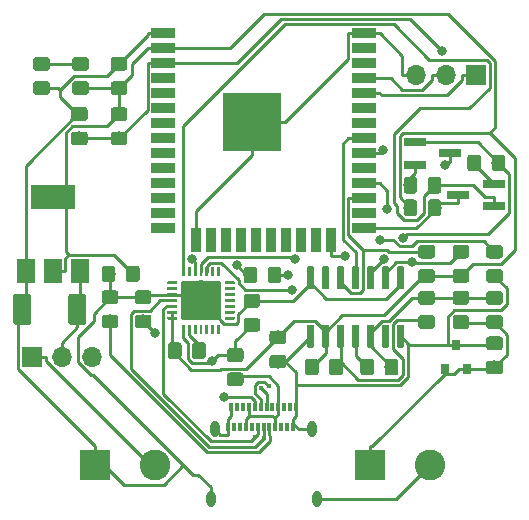
<source format=gbr>
G04 #@! TF.GenerationSoftware,KiCad,Pcbnew,5.1.4-e60b266~84~ubuntu19.04.1*
G04 #@! TF.CreationDate,2020-02-26T10:38:05+11:00*
G04 #@! TF.ProjectId,93ng-blue-aux-esp32-only,39336e67-2d62-46c7-9565-2d6175782d65,rev?*
G04 #@! TF.SameCoordinates,Original*
G04 #@! TF.FileFunction,Copper,L1,Top*
G04 #@! TF.FilePolarity,Positive*
%FSLAX46Y46*%
G04 Gerber Fmt 4.6, Leading zero omitted, Abs format (unit mm)*
G04 Created by KiCad (PCBNEW 5.1.4-e60b266~84~ubuntu19.04.1) date 2020-02-26 10:38:05*
%MOMM*%
%LPD*%
G04 APERTURE LIST*
%ADD10C,0.100000*%
%ADD11C,1.525000*%
%ADD12C,1.150000*%
%ADD13O,0.800000X1.400000*%
%ADD14R,0.300000X0.700000*%
%ADD15R,0.800000X0.900000*%
%ADD16C,2.600000*%
%ADD17R,2.600000X2.600000*%
%ADD18R,5.000000X5.000000*%
%ADD19R,2.000000X0.900000*%
%ADD20R,0.900000X2.000000*%
%ADD21C,0.600000*%
%ADD22C,3.350000*%
%ADD23C,0.250000*%
%ADD24R,1.700000X1.700000*%
%ADD25O,1.700000X1.700000*%
%ADD26R,3.800000X2.000000*%
%ADD27R,1.500000X2.000000*%
%ADD28R,1.900000X0.800000*%
%ADD29C,0.800000*%
%ADD30C,0.450000*%
%ADD31C,0.250000*%
G04 APERTURE END LIST*
D10*
G36*
X175099505Y-101676204D02*
G01*
X175123773Y-101679804D01*
X175147572Y-101685765D01*
X175170671Y-101694030D01*
X175192850Y-101704520D01*
X175213893Y-101717132D01*
X175233599Y-101731747D01*
X175251777Y-101748223D01*
X175268253Y-101766401D01*
X175282868Y-101786107D01*
X175295480Y-101807150D01*
X175305970Y-101829329D01*
X175314235Y-101852428D01*
X175320196Y-101876227D01*
X175323796Y-101900495D01*
X175325000Y-101924999D01*
X175325000Y-104075001D01*
X175323796Y-104099505D01*
X175320196Y-104123773D01*
X175314235Y-104147572D01*
X175305970Y-104170671D01*
X175295480Y-104192850D01*
X175282868Y-104213893D01*
X175268253Y-104233599D01*
X175251777Y-104251777D01*
X175233599Y-104268253D01*
X175213893Y-104282868D01*
X175192850Y-104295480D01*
X175170671Y-104305970D01*
X175147572Y-104314235D01*
X175123773Y-104320196D01*
X175099505Y-104323796D01*
X175075001Y-104325000D01*
X174049999Y-104325000D01*
X174025495Y-104323796D01*
X174001227Y-104320196D01*
X173977428Y-104314235D01*
X173954329Y-104305970D01*
X173932150Y-104295480D01*
X173911107Y-104282868D01*
X173891401Y-104268253D01*
X173873223Y-104251777D01*
X173856747Y-104233599D01*
X173842132Y-104213893D01*
X173829520Y-104192850D01*
X173819030Y-104170671D01*
X173810765Y-104147572D01*
X173804804Y-104123773D01*
X173801204Y-104099505D01*
X173800000Y-104075001D01*
X173800000Y-101924999D01*
X173801204Y-101900495D01*
X173804804Y-101876227D01*
X173810765Y-101852428D01*
X173819030Y-101829329D01*
X173829520Y-101807150D01*
X173842132Y-101786107D01*
X173856747Y-101766401D01*
X173873223Y-101748223D01*
X173891401Y-101731747D01*
X173911107Y-101717132D01*
X173932150Y-101704520D01*
X173954329Y-101694030D01*
X173977428Y-101685765D01*
X174001227Y-101679804D01*
X174025495Y-101676204D01*
X174049999Y-101675000D01*
X175075001Y-101675000D01*
X175099505Y-101676204D01*
X175099505Y-101676204D01*
G37*
D11*
X174562500Y-103000000D03*
D10*
G36*
X179774505Y-101676204D02*
G01*
X179798773Y-101679804D01*
X179822572Y-101685765D01*
X179845671Y-101694030D01*
X179867850Y-101704520D01*
X179888893Y-101717132D01*
X179908599Y-101731747D01*
X179926777Y-101748223D01*
X179943253Y-101766401D01*
X179957868Y-101786107D01*
X179970480Y-101807150D01*
X179980970Y-101829329D01*
X179989235Y-101852428D01*
X179995196Y-101876227D01*
X179998796Y-101900495D01*
X180000000Y-101924999D01*
X180000000Y-104075001D01*
X179998796Y-104099505D01*
X179995196Y-104123773D01*
X179989235Y-104147572D01*
X179980970Y-104170671D01*
X179970480Y-104192850D01*
X179957868Y-104213893D01*
X179943253Y-104233599D01*
X179926777Y-104251777D01*
X179908599Y-104268253D01*
X179888893Y-104282868D01*
X179867850Y-104295480D01*
X179845671Y-104305970D01*
X179822572Y-104314235D01*
X179798773Y-104320196D01*
X179774505Y-104323796D01*
X179750001Y-104325000D01*
X178724999Y-104325000D01*
X178700495Y-104323796D01*
X178676227Y-104320196D01*
X178652428Y-104314235D01*
X178629329Y-104305970D01*
X178607150Y-104295480D01*
X178586107Y-104282868D01*
X178566401Y-104268253D01*
X178548223Y-104251777D01*
X178531747Y-104233599D01*
X178517132Y-104213893D01*
X178504520Y-104192850D01*
X178494030Y-104170671D01*
X178485765Y-104147572D01*
X178479804Y-104123773D01*
X178476204Y-104099505D01*
X178475000Y-104075001D01*
X178475000Y-101924999D01*
X178476204Y-101900495D01*
X178479804Y-101876227D01*
X178485765Y-101852428D01*
X178494030Y-101829329D01*
X178504520Y-101807150D01*
X178517132Y-101786107D01*
X178531747Y-101766401D01*
X178548223Y-101748223D01*
X178566401Y-101731747D01*
X178586107Y-101717132D01*
X178607150Y-101704520D01*
X178629329Y-101694030D01*
X178652428Y-101685765D01*
X178676227Y-101679804D01*
X178700495Y-101676204D01*
X178724999Y-101675000D01*
X179750001Y-101675000D01*
X179774505Y-101676204D01*
X179774505Y-101676204D01*
G37*
D11*
X179237500Y-103000000D03*
D10*
G36*
X193074505Y-108351204D02*
G01*
X193098773Y-108354804D01*
X193122572Y-108360765D01*
X193145671Y-108369030D01*
X193167850Y-108379520D01*
X193188893Y-108392132D01*
X193208599Y-108406747D01*
X193226777Y-108423223D01*
X193243253Y-108441401D01*
X193257868Y-108461107D01*
X193270480Y-108482150D01*
X193280970Y-108504329D01*
X193289235Y-108527428D01*
X193295196Y-108551227D01*
X193298796Y-108575495D01*
X193300000Y-108599999D01*
X193300000Y-109250001D01*
X193298796Y-109274505D01*
X193295196Y-109298773D01*
X193289235Y-109322572D01*
X193280970Y-109345671D01*
X193270480Y-109367850D01*
X193257868Y-109388893D01*
X193243253Y-109408599D01*
X193226777Y-109426777D01*
X193208599Y-109443253D01*
X193188893Y-109457868D01*
X193167850Y-109470480D01*
X193145671Y-109480970D01*
X193122572Y-109489235D01*
X193098773Y-109495196D01*
X193074505Y-109498796D01*
X193050001Y-109500000D01*
X192149999Y-109500000D01*
X192125495Y-109498796D01*
X192101227Y-109495196D01*
X192077428Y-109489235D01*
X192054329Y-109480970D01*
X192032150Y-109470480D01*
X192011107Y-109457868D01*
X191991401Y-109443253D01*
X191973223Y-109426777D01*
X191956747Y-109408599D01*
X191942132Y-109388893D01*
X191929520Y-109367850D01*
X191919030Y-109345671D01*
X191910765Y-109322572D01*
X191904804Y-109298773D01*
X191901204Y-109274505D01*
X191900000Y-109250001D01*
X191900000Y-108599999D01*
X191901204Y-108575495D01*
X191904804Y-108551227D01*
X191910765Y-108527428D01*
X191919030Y-108504329D01*
X191929520Y-108482150D01*
X191942132Y-108461107D01*
X191956747Y-108441401D01*
X191973223Y-108423223D01*
X191991401Y-108406747D01*
X192011107Y-108392132D01*
X192032150Y-108379520D01*
X192054329Y-108369030D01*
X192077428Y-108360765D01*
X192101227Y-108354804D01*
X192125495Y-108351204D01*
X192149999Y-108350000D01*
X193050001Y-108350000D01*
X193074505Y-108351204D01*
X193074505Y-108351204D01*
G37*
D12*
X192600000Y-108925000D03*
D10*
G36*
X193074505Y-106301204D02*
G01*
X193098773Y-106304804D01*
X193122572Y-106310765D01*
X193145671Y-106319030D01*
X193167850Y-106329520D01*
X193188893Y-106342132D01*
X193208599Y-106356747D01*
X193226777Y-106373223D01*
X193243253Y-106391401D01*
X193257868Y-106411107D01*
X193270480Y-106432150D01*
X193280970Y-106454329D01*
X193289235Y-106477428D01*
X193295196Y-106501227D01*
X193298796Y-106525495D01*
X193300000Y-106549999D01*
X193300000Y-107200001D01*
X193298796Y-107224505D01*
X193295196Y-107248773D01*
X193289235Y-107272572D01*
X193280970Y-107295671D01*
X193270480Y-107317850D01*
X193257868Y-107338893D01*
X193243253Y-107358599D01*
X193226777Y-107376777D01*
X193208599Y-107393253D01*
X193188893Y-107407868D01*
X193167850Y-107420480D01*
X193145671Y-107430970D01*
X193122572Y-107439235D01*
X193098773Y-107445196D01*
X193074505Y-107448796D01*
X193050001Y-107450000D01*
X192149999Y-107450000D01*
X192125495Y-107448796D01*
X192101227Y-107445196D01*
X192077428Y-107439235D01*
X192054329Y-107430970D01*
X192032150Y-107420480D01*
X192011107Y-107407868D01*
X191991401Y-107393253D01*
X191973223Y-107376777D01*
X191956747Y-107358599D01*
X191942132Y-107338893D01*
X191929520Y-107317850D01*
X191919030Y-107295671D01*
X191910765Y-107272572D01*
X191904804Y-107248773D01*
X191901204Y-107224505D01*
X191900000Y-107200001D01*
X191900000Y-106549999D01*
X191901204Y-106525495D01*
X191904804Y-106501227D01*
X191910765Y-106477428D01*
X191919030Y-106454329D01*
X191929520Y-106432150D01*
X191942132Y-106411107D01*
X191956747Y-106391401D01*
X191973223Y-106373223D01*
X191991401Y-106356747D01*
X192011107Y-106342132D01*
X192032150Y-106329520D01*
X192054329Y-106319030D01*
X192077428Y-106310765D01*
X192101227Y-106304804D01*
X192125495Y-106301204D01*
X192149999Y-106300000D01*
X193050001Y-106300000D01*
X193074505Y-106301204D01*
X193074505Y-106301204D01*
G37*
D12*
X192600000Y-106875000D03*
D13*
X190870000Y-113140000D03*
D14*
X192250000Y-111230000D03*
X192750000Y-111230000D03*
X193250000Y-111230000D03*
X193750000Y-111230000D03*
X194250000Y-111230000D03*
X194750000Y-111230000D03*
X195250000Y-111230000D03*
X197750000Y-111230000D03*
X196750000Y-111230000D03*
X196250000Y-111230000D03*
X195750000Y-111230000D03*
X197250000Y-111230000D03*
X197500000Y-112930000D03*
D13*
X199130000Y-113140000D03*
X199490000Y-119090000D03*
X190510000Y-119090000D03*
D14*
X197000000Y-112930000D03*
X196500000Y-112930000D03*
X196000000Y-112930000D03*
X195500000Y-112930000D03*
X195000000Y-112930000D03*
X194500000Y-112930000D03*
X194000000Y-112930000D03*
X193500000Y-112930000D03*
X193000000Y-112930000D03*
X192500000Y-112930000D03*
X192000000Y-112930000D03*
D10*
G36*
X184274505Y-99301204D02*
G01*
X184298773Y-99304804D01*
X184322572Y-99310765D01*
X184345671Y-99319030D01*
X184367850Y-99329520D01*
X184388893Y-99342132D01*
X184408599Y-99356747D01*
X184426777Y-99373223D01*
X184443253Y-99391401D01*
X184457868Y-99411107D01*
X184470480Y-99432150D01*
X184480970Y-99454329D01*
X184489235Y-99477428D01*
X184495196Y-99501227D01*
X184498796Y-99525495D01*
X184500000Y-99549999D01*
X184500000Y-100450001D01*
X184498796Y-100474505D01*
X184495196Y-100498773D01*
X184489235Y-100522572D01*
X184480970Y-100545671D01*
X184470480Y-100567850D01*
X184457868Y-100588893D01*
X184443253Y-100608599D01*
X184426777Y-100626777D01*
X184408599Y-100643253D01*
X184388893Y-100657868D01*
X184367850Y-100670480D01*
X184345671Y-100680970D01*
X184322572Y-100689235D01*
X184298773Y-100695196D01*
X184274505Y-100698796D01*
X184250001Y-100700000D01*
X183599999Y-100700000D01*
X183575495Y-100698796D01*
X183551227Y-100695196D01*
X183527428Y-100689235D01*
X183504329Y-100680970D01*
X183482150Y-100670480D01*
X183461107Y-100657868D01*
X183441401Y-100643253D01*
X183423223Y-100626777D01*
X183406747Y-100608599D01*
X183392132Y-100588893D01*
X183379520Y-100567850D01*
X183369030Y-100545671D01*
X183360765Y-100522572D01*
X183354804Y-100498773D01*
X183351204Y-100474505D01*
X183350000Y-100450001D01*
X183350000Y-99549999D01*
X183351204Y-99525495D01*
X183354804Y-99501227D01*
X183360765Y-99477428D01*
X183369030Y-99454329D01*
X183379520Y-99432150D01*
X183392132Y-99411107D01*
X183406747Y-99391401D01*
X183423223Y-99373223D01*
X183441401Y-99356747D01*
X183461107Y-99342132D01*
X183482150Y-99329520D01*
X183504329Y-99319030D01*
X183527428Y-99310765D01*
X183551227Y-99304804D01*
X183575495Y-99301204D01*
X183599999Y-99300000D01*
X184250001Y-99300000D01*
X184274505Y-99301204D01*
X184274505Y-99301204D01*
G37*
D12*
X183925000Y-100000000D03*
D10*
G36*
X182224505Y-99301204D02*
G01*
X182248773Y-99304804D01*
X182272572Y-99310765D01*
X182295671Y-99319030D01*
X182317850Y-99329520D01*
X182338893Y-99342132D01*
X182358599Y-99356747D01*
X182376777Y-99373223D01*
X182393253Y-99391401D01*
X182407868Y-99411107D01*
X182420480Y-99432150D01*
X182430970Y-99454329D01*
X182439235Y-99477428D01*
X182445196Y-99501227D01*
X182448796Y-99525495D01*
X182450000Y-99549999D01*
X182450000Y-100450001D01*
X182448796Y-100474505D01*
X182445196Y-100498773D01*
X182439235Y-100522572D01*
X182430970Y-100545671D01*
X182420480Y-100567850D01*
X182407868Y-100588893D01*
X182393253Y-100608599D01*
X182376777Y-100626777D01*
X182358599Y-100643253D01*
X182338893Y-100657868D01*
X182317850Y-100670480D01*
X182295671Y-100680970D01*
X182272572Y-100689235D01*
X182248773Y-100695196D01*
X182224505Y-100698796D01*
X182200001Y-100700000D01*
X181549999Y-100700000D01*
X181525495Y-100698796D01*
X181501227Y-100695196D01*
X181477428Y-100689235D01*
X181454329Y-100680970D01*
X181432150Y-100670480D01*
X181411107Y-100657868D01*
X181391401Y-100643253D01*
X181373223Y-100626777D01*
X181356747Y-100608599D01*
X181342132Y-100588893D01*
X181329520Y-100567850D01*
X181319030Y-100545671D01*
X181310765Y-100522572D01*
X181304804Y-100498773D01*
X181301204Y-100474505D01*
X181300000Y-100450001D01*
X181300000Y-99549999D01*
X181301204Y-99525495D01*
X181304804Y-99501227D01*
X181310765Y-99477428D01*
X181319030Y-99454329D01*
X181329520Y-99432150D01*
X181342132Y-99411107D01*
X181356747Y-99391401D01*
X181373223Y-99373223D01*
X181391401Y-99356747D01*
X181411107Y-99342132D01*
X181432150Y-99329520D01*
X181454329Y-99319030D01*
X181477428Y-99310765D01*
X181501227Y-99304804D01*
X181525495Y-99301204D01*
X181549999Y-99300000D01*
X182200001Y-99300000D01*
X182224505Y-99301204D01*
X182224505Y-99301204D01*
G37*
D12*
X181875000Y-100000000D03*
D10*
G36*
X209274505Y-103501204D02*
G01*
X209298773Y-103504804D01*
X209322572Y-103510765D01*
X209345671Y-103519030D01*
X209367850Y-103529520D01*
X209388893Y-103542132D01*
X209408599Y-103556747D01*
X209426777Y-103573223D01*
X209443253Y-103591401D01*
X209457868Y-103611107D01*
X209470480Y-103632150D01*
X209480970Y-103654329D01*
X209489235Y-103677428D01*
X209495196Y-103701227D01*
X209498796Y-103725495D01*
X209500000Y-103749999D01*
X209500000Y-104400001D01*
X209498796Y-104424505D01*
X209495196Y-104448773D01*
X209489235Y-104472572D01*
X209480970Y-104495671D01*
X209470480Y-104517850D01*
X209457868Y-104538893D01*
X209443253Y-104558599D01*
X209426777Y-104576777D01*
X209408599Y-104593253D01*
X209388893Y-104607868D01*
X209367850Y-104620480D01*
X209345671Y-104630970D01*
X209322572Y-104639235D01*
X209298773Y-104645196D01*
X209274505Y-104648796D01*
X209250001Y-104650000D01*
X208349999Y-104650000D01*
X208325495Y-104648796D01*
X208301227Y-104645196D01*
X208277428Y-104639235D01*
X208254329Y-104630970D01*
X208232150Y-104620480D01*
X208211107Y-104607868D01*
X208191401Y-104593253D01*
X208173223Y-104576777D01*
X208156747Y-104558599D01*
X208142132Y-104538893D01*
X208129520Y-104517850D01*
X208119030Y-104495671D01*
X208110765Y-104472572D01*
X208104804Y-104448773D01*
X208101204Y-104424505D01*
X208100000Y-104400001D01*
X208100000Y-103749999D01*
X208101204Y-103725495D01*
X208104804Y-103701227D01*
X208110765Y-103677428D01*
X208119030Y-103654329D01*
X208129520Y-103632150D01*
X208142132Y-103611107D01*
X208156747Y-103591401D01*
X208173223Y-103573223D01*
X208191401Y-103556747D01*
X208211107Y-103542132D01*
X208232150Y-103529520D01*
X208254329Y-103519030D01*
X208277428Y-103510765D01*
X208301227Y-103504804D01*
X208325495Y-103501204D01*
X208349999Y-103500000D01*
X209250001Y-103500000D01*
X209274505Y-103501204D01*
X209274505Y-103501204D01*
G37*
D12*
X208800000Y-104075000D03*
D10*
G36*
X209274505Y-101451204D02*
G01*
X209298773Y-101454804D01*
X209322572Y-101460765D01*
X209345671Y-101469030D01*
X209367850Y-101479520D01*
X209388893Y-101492132D01*
X209408599Y-101506747D01*
X209426777Y-101523223D01*
X209443253Y-101541401D01*
X209457868Y-101561107D01*
X209470480Y-101582150D01*
X209480970Y-101604329D01*
X209489235Y-101627428D01*
X209495196Y-101651227D01*
X209498796Y-101675495D01*
X209500000Y-101699999D01*
X209500000Y-102350001D01*
X209498796Y-102374505D01*
X209495196Y-102398773D01*
X209489235Y-102422572D01*
X209480970Y-102445671D01*
X209470480Y-102467850D01*
X209457868Y-102488893D01*
X209443253Y-102508599D01*
X209426777Y-102526777D01*
X209408599Y-102543253D01*
X209388893Y-102557868D01*
X209367850Y-102570480D01*
X209345671Y-102580970D01*
X209322572Y-102589235D01*
X209298773Y-102595196D01*
X209274505Y-102598796D01*
X209250001Y-102600000D01*
X208349999Y-102600000D01*
X208325495Y-102598796D01*
X208301227Y-102595196D01*
X208277428Y-102589235D01*
X208254329Y-102580970D01*
X208232150Y-102570480D01*
X208211107Y-102557868D01*
X208191401Y-102543253D01*
X208173223Y-102526777D01*
X208156747Y-102508599D01*
X208142132Y-102488893D01*
X208129520Y-102467850D01*
X208119030Y-102445671D01*
X208110765Y-102422572D01*
X208104804Y-102398773D01*
X208101204Y-102374505D01*
X208100000Y-102350001D01*
X208100000Y-101699999D01*
X208101204Y-101675495D01*
X208104804Y-101651227D01*
X208110765Y-101627428D01*
X208119030Y-101604329D01*
X208129520Y-101582150D01*
X208142132Y-101561107D01*
X208156747Y-101541401D01*
X208173223Y-101523223D01*
X208191401Y-101506747D01*
X208211107Y-101492132D01*
X208232150Y-101479520D01*
X208254329Y-101469030D01*
X208277428Y-101460765D01*
X208301227Y-101454804D01*
X208325495Y-101451204D01*
X208349999Y-101450000D01*
X209250001Y-101450000D01*
X209274505Y-101451204D01*
X209274505Y-101451204D01*
G37*
D12*
X208800000Y-102025000D03*
D10*
G36*
X215024505Y-107351204D02*
G01*
X215048773Y-107354804D01*
X215072572Y-107360765D01*
X215095671Y-107369030D01*
X215117850Y-107379520D01*
X215138893Y-107392132D01*
X215158599Y-107406747D01*
X215176777Y-107423223D01*
X215193253Y-107441401D01*
X215207868Y-107461107D01*
X215220480Y-107482150D01*
X215230970Y-107504329D01*
X215239235Y-107527428D01*
X215245196Y-107551227D01*
X215248796Y-107575495D01*
X215250000Y-107599999D01*
X215250000Y-108250001D01*
X215248796Y-108274505D01*
X215245196Y-108298773D01*
X215239235Y-108322572D01*
X215230970Y-108345671D01*
X215220480Y-108367850D01*
X215207868Y-108388893D01*
X215193253Y-108408599D01*
X215176777Y-108426777D01*
X215158599Y-108443253D01*
X215138893Y-108457868D01*
X215117850Y-108470480D01*
X215095671Y-108480970D01*
X215072572Y-108489235D01*
X215048773Y-108495196D01*
X215024505Y-108498796D01*
X215000001Y-108500000D01*
X214099999Y-108500000D01*
X214075495Y-108498796D01*
X214051227Y-108495196D01*
X214027428Y-108489235D01*
X214004329Y-108480970D01*
X213982150Y-108470480D01*
X213961107Y-108457868D01*
X213941401Y-108443253D01*
X213923223Y-108426777D01*
X213906747Y-108408599D01*
X213892132Y-108388893D01*
X213879520Y-108367850D01*
X213869030Y-108345671D01*
X213860765Y-108322572D01*
X213854804Y-108298773D01*
X213851204Y-108274505D01*
X213850000Y-108250001D01*
X213850000Y-107599999D01*
X213851204Y-107575495D01*
X213854804Y-107551227D01*
X213860765Y-107527428D01*
X213869030Y-107504329D01*
X213879520Y-107482150D01*
X213892132Y-107461107D01*
X213906747Y-107441401D01*
X213923223Y-107423223D01*
X213941401Y-107406747D01*
X213961107Y-107392132D01*
X213982150Y-107379520D01*
X214004329Y-107369030D01*
X214027428Y-107360765D01*
X214051227Y-107354804D01*
X214075495Y-107351204D01*
X214099999Y-107350000D01*
X215000001Y-107350000D01*
X215024505Y-107351204D01*
X215024505Y-107351204D01*
G37*
D12*
X214550000Y-107925000D03*
D10*
G36*
X215024505Y-105301204D02*
G01*
X215048773Y-105304804D01*
X215072572Y-105310765D01*
X215095671Y-105319030D01*
X215117850Y-105329520D01*
X215138893Y-105342132D01*
X215158599Y-105356747D01*
X215176777Y-105373223D01*
X215193253Y-105391401D01*
X215207868Y-105411107D01*
X215220480Y-105432150D01*
X215230970Y-105454329D01*
X215239235Y-105477428D01*
X215245196Y-105501227D01*
X215248796Y-105525495D01*
X215250000Y-105549999D01*
X215250000Y-106200001D01*
X215248796Y-106224505D01*
X215245196Y-106248773D01*
X215239235Y-106272572D01*
X215230970Y-106295671D01*
X215220480Y-106317850D01*
X215207868Y-106338893D01*
X215193253Y-106358599D01*
X215176777Y-106376777D01*
X215158599Y-106393253D01*
X215138893Y-106407868D01*
X215117850Y-106420480D01*
X215095671Y-106430970D01*
X215072572Y-106439235D01*
X215048773Y-106445196D01*
X215024505Y-106448796D01*
X215000001Y-106450000D01*
X214099999Y-106450000D01*
X214075495Y-106448796D01*
X214051227Y-106445196D01*
X214027428Y-106439235D01*
X214004329Y-106430970D01*
X213982150Y-106420480D01*
X213961107Y-106407868D01*
X213941401Y-106393253D01*
X213923223Y-106376777D01*
X213906747Y-106358599D01*
X213892132Y-106338893D01*
X213879520Y-106317850D01*
X213869030Y-106295671D01*
X213860765Y-106272572D01*
X213854804Y-106248773D01*
X213851204Y-106224505D01*
X213850000Y-106200001D01*
X213850000Y-105549999D01*
X213851204Y-105525495D01*
X213854804Y-105501227D01*
X213860765Y-105477428D01*
X213869030Y-105454329D01*
X213879520Y-105432150D01*
X213892132Y-105411107D01*
X213906747Y-105391401D01*
X213923223Y-105373223D01*
X213941401Y-105356747D01*
X213961107Y-105342132D01*
X213982150Y-105329520D01*
X214004329Y-105319030D01*
X214027428Y-105310765D01*
X214051227Y-105304804D01*
X214075495Y-105301204D01*
X214099999Y-105300000D01*
X215000001Y-105300000D01*
X215024505Y-105301204D01*
X215024505Y-105301204D01*
G37*
D12*
X214550000Y-105875000D03*
D10*
G36*
X201474505Y-107201204D02*
G01*
X201498773Y-107204804D01*
X201522572Y-107210765D01*
X201545671Y-107219030D01*
X201567850Y-107229520D01*
X201588893Y-107242132D01*
X201608599Y-107256747D01*
X201626777Y-107273223D01*
X201643253Y-107291401D01*
X201657868Y-107311107D01*
X201670480Y-107332150D01*
X201680970Y-107354329D01*
X201689235Y-107377428D01*
X201695196Y-107401227D01*
X201698796Y-107425495D01*
X201700000Y-107449999D01*
X201700000Y-108350001D01*
X201698796Y-108374505D01*
X201695196Y-108398773D01*
X201689235Y-108422572D01*
X201680970Y-108445671D01*
X201670480Y-108467850D01*
X201657868Y-108488893D01*
X201643253Y-108508599D01*
X201626777Y-108526777D01*
X201608599Y-108543253D01*
X201588893Y-108557868D01*
X201567850Y-108570480D01*
X201545671Y-108580970D01*
X201522572Y-108589235D01*
X201498773Y-108595196D01*
X201474505Y-108598796D01*
X201450001Y-108600000D01*
X200799999Y-108600000D01*
X200775495Y-108598796D01*
X200751227Y-108595196D01*
X200727428Y-108589235D01*
X200704329Y-108580970D01*
X200682150Y-108570480D01*
X200661107Y-108557868D01*
X200641401Y-108543253D01*
X200623223Y-108526777D01*
X200606747Y-108508599D01*
X200592132Y-108488893D01*
X200579520Y-108467850D01*
X200569030Y-108445671D01*
X200560765Y-108422572D01*
X200554804Y-108398773D01*
X200551204Y-108374505D01*
X200550000Y-108350001D01*
X200550000Y-107449999D01*
X200551204Y-107425495D01*
X200554804Y-107401227D01*
X200560765Y-107377428D01*
X200569030Y-107354329D01*
X200579520Y-107332150D01*
X200592132Y-107311107D01*
X200606747Y-107291401D01*
X200623223Y-107273223D01*
X200641401Y-107256747D01*
X200661107Y-107242132D01*
X200682150Y-107229520D01*
X200704329Y-107219030D01*
X200727428Y-107210765D01*
X200751227Y-107204804D01*
X200775495Y-107201204D01*
X200799999Y-107200000D01*
X201450001Y-107200000D01*
X201474505Y-107201204D01*
X201474505Y-107201204D01*
G37*
D12*
X201125000Y-107900000D03*
D10*
G36*
X199424505Y-107201204D02*
G01*
X199448773Y-107204804D01*
X199472572Y-107210765D01*
X199495671Y-107219030D01*
X199517850Y-107229520D01*
X199538893Y-107242132D01*
X199558599Y-107256747D01*
X199576777Y-107273223D01*
X199593253Y-107291401D01*
X199607868Y-107311107D01*
X199620480Y-107332150D01*
X199630970Y-107354329D01*
X199639235Y-107377428D01*
X199645196Y-107401227D01*
X199648796Y-107425495D01*
X199650000Y-107449999D01*
X199650000Y-108350001D01*
X199648796Y-108374505D01*
X199645196Y-108398773D01*
X199639235Y-108422572D01*
X199630970Y-108445671D01*
X199620480Y-108467850D01*
X199607868Y-108488893D01*
X199593253Y-108508599D01*
X199576777Y-108526777D01*
X199558599Y-108543253D01*
X199538893Y-108557868D01*
X199517850Y-108570480D01*
X199495671Y-108580970D01*
X199472572Y-108589235D01*
X199448773Y-108595196D01*
X199424505Y-108598796D01*
X199400001Y-108600000D01*
X198749999Y-108600000D01*
X198725495Y-108598796D01*
X198701227Y-108595196D01*
X198677428Y-108589235D01*
X198654329Y-108580970D01*
X198632150Y-108570480D01*
X198611107Y-108557868D01*
X198591401Y-108543253D01*
X198573223Y-108526777D01*
X198556747Y-108508599D01*
X198542132Y-108488893D01*
X198529520Y-108467850D01*
X198519030Y-108445671D01*
X198510765Y-108422572D01*
X198504804Y-108398773D01*
X198501204Y-108374505D01*
X198500000Y-108350001D01*
X198500000Y-107449999D01*
X198501204Y-107425495D01*
X198504804Y-107401227D01*
X198510765Y-107377428D01*
X198519030Y-107354329D01*
X198529520Y-107332150D01*
X198542132Y-107311107D01*
X198556747Y-107291401D01*
X198573223Y-107273223D01*
X198591401Y-107256747D01*
X198611107Y-107242132D01*
X198632150Y-107229520D01*
X198654329Y-107219030D01*
X198677428Y-107210765D01*
X198701227Y-107204804D01*
X198725495Y-107201204D01*
X198749999Y-107200000D01*
X199400001Y-107200000D01*
X199424505Y-107201204D01*
X199424505Y-107201204D01*
G37*
D12*
X199075000Y-107900000D03*
D15*
X210350000Y-108050000D03*
X212250000Y-108050000D03*
X211300000Y-106050000D03*
D16*
X185830000Y-116200000D03*
D17*
X180750000Y-116200000D03*
X204000000Y-116200000D03*
D16*
X209080000Y-116200000D03*
D10*
G36*
X212174505Y-101451204D02*
G01*
X212198773Y-101454804D01*
X212222572Y-101460765D01*
X212245671Y-101469030D01*
X212267850Y-101479520D01*
X212288893Y-101492132D01*
X212308599Y-101506747D01*
X212326777Y-101523223D01*
X212343253Y-101541401D01*
X212357868Y-101561107D01*
X212370480Y-101582150D01*
X212380970Y-101604329D01*
X212389235Y-101627428D01*
X212395196Y-101651227D01*
X212398796Y-101675495D01*
X212400000Y-101699999D01*
X212400000Y-102350001D01*
X212398796Y-102374505D01*
X212395196Y-102398773D01*
X212389235Y-102422572D01*
X212380970Y-102445671D01*
X212370480Y-102467850D01*
X212357868Y-102488893D01*
X212343253Y-102508599D01*
X212326777Y-102526777D01*
X212308599Y-102543253D01*
X212288893Y-102557868D01*
X212267850Y-102570480D01*
X212245671Y-102580970D01*
X212222572Y-102589235D01*
X212198773Y-102595196D01*
X212174505Y-102598796D01*
X212150001Y-102600000D01*
X211249999Y-102600000D01*
X211225495Y-102598796D01*
X211201227Y-102595196D01*
X211177428Y-102589235D01*
X211154329Y-102580970D01*
X211132150Y-102570480D01*
X211111107Y-102557868D01*
X211091401Y-102543253D01*
X211073223Y-102526777D01*
X211056747Y-102508599D01*
X211042132Y-102488893D01*
X211029520Y-102467850D01*
X211019030Y-102445671D01*
X211010765Y-102422572D01*
X211004804Y-102398773D01*
X211001204Y-102374505D01*
X211000000Y-102350001D01*
X211000000Y-101699999D01*
X211001204Y-101675495D01*
X211004804Y-101651227D01*
X211010765Y-101627428D01*
X211019030Y-101604329D01*
X211029520Y-101582150D01*
X211042132Y-101561107D01*
X211056747Y-101541401D01*
X211073223Y-101523223D01*
X211091401Y-101506747D01*
X211111107Y-101492132D01*
X211132150Y-101479520D01*
X211154329Y-101469030D01*
X211177428Y-101460765D01*
X211201227Y-101454804D01*
X211225495Y-101451204D01*
X211249999Y-101450000D01*
X212150001Y-101450000D01*
X212174505Y-101451204D01*
X212174505Y-101451204D01*
G37*
D12*
X211700000Y-102025000D03*
D10*
G36*
X212174505Y-103501204D02*
G01*
X212198773Y-103504804D01*
X212222572Y-103510765D01*
X212245671Y-103519030D01*
X212267850Y-103529520D01*
X212288893Y-103542132D01*
X212308599Y-103556747D01*
X212326777Y-103573223D01*
X212343253Y-103591401D01*
X212357868Y-103611107D01*
X212370480Y-103632150D01*
X212380970Y-103654329D01*
X212389235Y-103677428D01*
X212395196Y-103701227D01*
X212398796Y-103725495D01*
X212400000Y-103749999D01*
X212400000Y-104400001D01*
X212398796Y-104424505D01*
X212395196Y-104448773D01*
X212389235Y-104472572D01*
X212380970Y-104495671D01*
X212370480Y-104517850D01*
X212357868Y-104538893D01*
X212343253Y-104558599D01*
X212326777Y-104576777D01*
X212308599Y-104593253D01*
X212288893Y-104607868D01*
X212267850Y-104620480D01*
X212245671Y-104630970D01*
X212222572Y-104639235D01*
X212198773Y-104645196D01*
X212174505Y-104648796D01*
X212150001Y-104650000D01*
X211249999Y-104650000D01*
X211225495Y-104648796D01*
X211201227Y-104645196D01*
X211177428Y-104639235D01*
X211154329Y-104630970D01*
X211132150Y-104620480D01*
X211111107Y-104607868D01*
X211091401Y-104593253D01*
X211073223Y-104576777D01*
X211056747Y-104558599D01*
X211042132Y-104538893D01*
X211029520Y-104517850D01*
X211019030Y-104495671D01*
X211010765Y-104472572D01*
X211004804Y-104448773D01*
X211001204Y-104424505D01*
X211000000Y-104400001D01*
X211000000Y-103749999D01*
X211001204Y-103725495D01*
X211004804Y-103701227D01*
X211010765Y-103677428D01*
X211019030Y-103654329D01*
X211029520Y-103632150D01*
X211042132Y-103611107D01*
X211056747Y-103591401D01*
X211073223Y-103573223D01*
X211091401Y-103556747D01*
X211111107Y-103542132D01*
X211132150Y-103529520D01*
X211154329Y-103519030D01*
X211177428Y-103510765D01*
X211201227Y-103504804D01*
X211225495Y-103501204D01*
X211249999Y-103500000D01*
X212150001Y-103500000D01*
X212174505Y-103501204D01*
X212174505Y-103501204D01*
G37*
D12*
X211700000Y-104075000D03*
D10*
G36*
X212174505Y-97551204D02*
G01*
X212198773Y-97554804D01*
X212222572Y-97560765D01*
X212245671Y-97569030D01*
X212267850Y-97579520D01*
X212288893Y-97592132D01*
X212308599Y-97606747D01*
X212326777Y-97623223D01*
X212343253Y-97641401D01*
X212357868Y-97661107D01*
X212370480Y-97682150D01*
X212380970Y-97704329D01*
X212389235Y-97727428D01*
X212395196Y-97751227D01*
X212398796Y-97775495D01*
X212400000Y-97799999D01*
X212400000Y-98450001D01*
X212398796Y-98474505D01*
X212395196Y-98498773D01*
X212389235Y-98522572D01*
X212380970Y-98545671D01*
X212370480Y-98567850D01*
X212357868Y-98588893D01*
X212343253Y-98608599D01*
X212326777Y-98626777D01*
X212308599Y-98643253D01*
X212288893Y-98657868D01*
X212267850Y-98670480D01*
X212245671Y-98680970D01*
X212222572Y-98689235D01*
X212198773Y-98695196D01*
X212174505Y-98698796D01*
X212150001Y-98700000D01*
X211249999Y-98700000D01*
X211225495Y-98698796D01*
X211201227Y-98695196D01*
X211177428Y-98689235D01*
X211154329Y-98680970D01*
X211132150Y-98670480D01*
X211111107Y-98657868D01*
X211091401Y-98643253D01*
X211073223Y-98626777D01*
X211056747Y-98608599D01*
X211042132Y-98588893D01*
X211029520Y-98567850D01*
X211019030Y-98545671D01*
X211010765Y-98522572D01*
X211004804Y-98498773D01*
X211001204Y-98474505D01*
X211000000Y-98450001D01*
X211000000Y-97799999D01*
X211001204Y-97775495D01*
X211004804Y-97751227D01*
X211010765Y-97727428D01*
X211019030Y-97704329D01*
X211029520Y-97682150D01*
X211042132Y-97661107D01*
X211056747Y-97641401D01*
X211073223Y-97623223D01*
X211091401Y-97606747D01*
X211111107Y-97592132D01*
X211132150Y-97579520D01*
X211154329Y-97569030D01*
X211177428Y-97560765D01*
X211201227Y-97554804D01*
X211225495Y-97551204D01*
X211249999Y-97550000D01*
X212150001Y-97550000D01*
X212174505Y-97551204D01*
X212174505Y-97551204D01*
G37*
D12*
X211700000Y-98125000D03*
D10*
G36*
X212174505Y-99601204D02*
G01*
X212198773Y-99604804D01*
X212222572Y-99610765D01*
X212245671Y-99619030D01*
X212267850Y-99629520D01*
X212288893Y-99642132D01*
X212308599Y-99656747D01*
X212326777Y-99673223D01*
X212343253Y-99691401D01*
X212357868Y-99711107D01*
X212370480Y-99732150D01*
X212380970Y-99754329D01*
X212389235Y-99777428D01*
X212395196Y-99801227D01*
X212398796Y-99825495D01*
X212400000Y-99849999D01*
X212400000Y-100500001D01*
X212398796Y-100524505D01*
X212395196Y-100548773D01*
X212389235Y-100572572D01*
X212380970Y-100595671D01*
X212370480Y-100617850D01*
X212357868Y-100638893D01*
X212343253Y-100658599D01*
X212326777Y-100676777D01*
X212308599Y-100693253D01*
X212288893Y-100707868D01*
X212267850Y-100720480D01*
X212245671Y-100730970D01*
X212222572Y-100739235D01*
X212198773Y-100745196D01*
X212174505Y-100748796D01*
X212150001Y-100750000D01*
X211249999Y-100750000D01*
X211225495Y-100748796D01*
X211201227Y-100745196D01*
X211177428Y-100739235D01*
X211154329Y-100730970D01*
X211132150Y-100720480D01*
X211111107Y-100707868D01*
X211091401Y-100693253D01*
X211073223Y-100676777D01*
X211056747Y-100658599D01*
X211042132Y-100638893D01*
X211029520Y-100617850D01*
X211019030Y-100595671D01*
X211010765Y-100572572D01*
X211004804Y-100548773D01*
X211001204Y-100524505D01*
X211000000Y-100500001D01*
X211000000Y-99849999D01*
X211001204Y-99825495D01*
X211004804Y-99801227D01*
X211010765Y-99777428D01*
X211019030Y-99754329D01*
X211029520Y-99732150D01*
X211042132Y-99711107D01*
X211056747Y-99691401D01*
X211073223Y-99673223D01*
X211091401Y-99656747D01*
X211111107Y-99642132D01*
X211132150Y-99629520D01*
X211154329Y-99619030D01*
X211177428Y-99610765D01*
X211201227Y-99604804D01*
X211225495Y-99601204D01*
X211249999Y-99600000D01*
X212150001Y-99600000D01*
X212174505Y-99601204D01*
X212174505Y-99601204D01*
G37*
D12*
X211700000Y-100175000D03*
D10*
G36*
X209274505Y-97551204D02*
G01*
X209298773Y-97554804D01*
X209322572Y-97560765D01*
X209345671Y-97569030D01*
X209367850Y-97579520D01*
X209388893Y-97592132D01*
X209408599Y-97606747D01*
X209426777Y-97623223D01*
X209443253Y-97641401D01*
X209457868Y-97661107D01*
X209470480Y-97682150D01*
X209480970Y-97704329D01*
X209489235Y-97727428D01*
X209495196Y-97751227D01*
X209498796Y-97775495D01*
X209500000Y-97799999D01*
X209500000Y-98450001D01*
X209498796Y-98474505D01*
X209495196Y-98498773D01*
X209489235Y-98522572D01*
X209480970Y-98545671D01*
X209470480Y-98567850D01*
X209457868Y-98588893D01*
X209443253Y-98608599D01*
X209426777Y-98626777D01*
X209408599Y-98643253D01*
X209388893Y-98657868D01*
X209367850Y-98670480D01*
X209345671Y-98680970D01*
X209322572Y-98689235D01*
X209298773Y-98695196D01*
X209274505Y-98698796D01*
X209250001Y-98700000D01*
X208349999Y-98700000D01*
X208325495Y-98698796D01*
X208301227Y-98695196D01*
X208277428Y-98689235D01*
X208254329Y-98680970D01*
X208232150Y-98670480D01*
X208211107Y-98657868D01*
X208191401Y-98643253D01*
X208173223Y-98626777D01*
X208156747Y-98608599D01*
X208142132Y-98588893D01*
X208129520Y-98567850D01*
X208119030Y-98545671D01*
X208110765Y-98522572D01*
X208104804Y-98498773D01*
X208101204Y-98474505D01*
X208100000Y-98450001D01*
X208100000Y-97799999D01*
X208101204Y-97775495D01*
X208104804Y-97751227D01*
X208110765Y-97727428D01*
X208119030Y-97704329D01*
X208129520Y-97682150D01*
X208142132Y-97661107D01*
X208156747Y-97641401D01*
X208173223Y-97623223D01*
X208191401Y-97606747D01*
X208211107Y-97592132D01*
X208232150Y-97579520D01*
X208254329Y-97569030D01*
X208277428Y-97560765D01*
X208301227Y-97554804D01*
X208325495Y-97551204D01*
X208349999Y-97550000D01*
X209250001Y-97550000D01*
X209274505Y-97551204D01*
X209274505Y-97551204D01*
G37*
D12*
X208800000Y-98125000D03*
D10*
G36*
X209274505Y-99601204D02*
G01*
X209298773Y-99604804D01*
X209322572Y-99610765D01*
X209345671Y-99619030D01*
X209367850Y-99629520D01*
X209388893Y-99642132D01*
X209408599Y-99656747D01*
X209426777Y-99673223D01*
X209443253Y-99691401D01*
X209457868Y-99711107D01*
X209470480Y-99732150D01*
X209480970Y-99754329D01*
X209489235Y-99777428D01*
X209495196Y-99801227D01*
X209498796Y-99825495D01*
X209500000Y-99849999D01*
X209500000Y-100500001D01*
X209498796Y-100524505D01*
X209495196Y-100548773D01*
X209489235Y-100572572D01*
X209480970Y-100595671D01*
X209470480Y-100617850D01*
X209457868Y-100638893D01*
X209443253Y-100658599D01*
X209426777Y-100676777D01*
X209408599Y-100693253D01*
X209388893Y-100707868D01*
X209367850Y-100720480D01*
X209345671Y-100730970D01*
X209322572Y-100739235D01*
X209298773Y-100745196D01*
X209274505Y-100748796D01*
X209250001Y-100750000D01*
X208349999Y-100750000D01*
X208325495Y-100748796D01*
X208301227Y-100745196D01*
X208277428Y-100739235D01*
X208254329Y-100730970D01*
X208232150Y-100720480D01*
X208211107Y-100707868D01*
X208191401Y-100693253D01*
X208173223Y-100676777D01*
X208156747Y-100658599D01*
X208142132Y-100638893D01*
X208129520Y-100617850D01*
X208119030Y-100595671D01*
X208110765Y-100572572D01*
X208104804Y-100548773D01*
X208101204Y-100524505D01*
X208100000Y-100500001D01*
X208100000Y-99849999D01*
X208101204Y-99825495D01*
X208104804Y-99801227D01*
X208110765Y-99777428D01*
X208119030Y-99754329D01*
X208129520Y-99732150D01*
X208142132Y-99711107D01*
X208156747Y-99691401D01*
X208173223Y-99673223D01*
X208191401Y-99656747D01*
X208211107Y-99642132D01*
X208232150Y-99629520D01*
X208254329Y-99619030D01*
X208277428Y-99610765D01*
X208301227Y-99604804D01*
X208325495Y-99601204D01*
X208349999Y-99600000D01*
X209250001Y-99600000D01*
X209274505Y-99601204D01*
X209274505Y-99601204D01*
G37*
D12*
X208800000Y-100175000D03*
D10*
G36*
X206174505Y-107201204D02*
G01*
X206198773Y-107204804D01*
X206222572Y-107210765D01*
X206245671Y-107219030D01*
X206267850Y-107229520D01*
X206288893Y-107242132D01*
X206308599Y-107256747D01*
X206326777Y-107273223D01*
X206343253Y-107291401D01*
X206357868Y-107311107D01*
X206370480Y-107332150D01*
X206380970Y-107354329D01*
X206389235Y-107377428D01*
X206395196Y-107401227D01*
X206398796Y-107425495D01*
X206400000Y-107449999D01*
X206400000Y-108350001D01*
X206398796Y-108374505D01*
X206395196Y-108398773D01*
X206389235Y-108422572D01*
X206380970Y-108445671D01*
X206370480Y-108467850D01*
X206357868Y-108488893D01*
X206343253Y-108508599D01*
X206326777Y-108526777D01*
X206308599Y-108543253D01*
X206288893Y-108557868D01*
X206267850Y-108570480D01*
X206245671Y-108580970D01*
X206222572Y-108589235D01*
X206198773Y-108595196D01*
X206174505Y-108598796D01*
X206150001Y-108600000D01*
X205499999Y-108600000D01*
X205475495Y-108598796D01*
X205451227Y-108595196D01*
X205427428Y-108589235D01*
X205404329Y-108580970D01*
X205382150Y-108570480D01*
X205361107Y-108557868D01*
X205341401Y-108543253D01*
X205323223Y-108526777D01*
X205306747Y-108508599D01*
X205292132Y-108488893D01*
X205279520Y-108467850D01*
X205269030Y-108445671D01*
X205260765Y-108422572D01*
X205254804Y-108398773D01*
X205251204Y-108374505D01*
X205250000Y-108350001D01*
X205250000Y-107449999D01*
X205251204Y-107425495D01*
X205254804Y-107401227D01*
X205260765Y-107377428D01*
X205269030Y-107354329D01*
X205279520Y-107332150D01*
X205292132Y-107311107D01*
X205306747Y-107291401D01*
X205323223Y-107273223D01*
X205341401Y-107256747D01*
X205361107Y-107242132D01*
X205382150Y-107229520D01*
X205404329Y-107219030D01*
X205427428Y-107210765D01*
X205451227Y-107204804D01*
X205475495Y-107201204D01*
X205499999Y-107200000D01*
X206150001Y-107200000D01*
X206174505Y-107201204D01*
X206174505Y-107201204D01*
G37*
D12*
X205825000Y-107900000D03*
D10*
G36*
X204124505Y-107201204D02*
G01*
X204148773Y-107204804D01*
X204172572Y-107210765D01*
X204195671Y-107219030D01*
X204217850Y-107229520D01*
X204238893Y-107242132D01*
X204258599Y-107256747D01*
X204276777Y-107273223D01*
X204293253Y-107291401D01*
X204307868Y-107311107D01*
X204320480Y-107332150D01*
X204330970Y-107354329D01*
X204339235Y-107377428D01*
X204345196Y-107401227D01*
X204348796Y-107425495D01*
X204350000Y-107449999D01*
X204350000Y-108350001D01*
X204348796Y-108374505D01*
X204345196Y-108398773D01*
X204339235Y-108422572D01*
X204330970Y-108445671D01*
X204320480Y-108467850D01*
X204307868Y-108488893D01*
X204293253Y-108508599D01*
X204276777Y-108526777D01*
X204258599Y-108543253D01*
X204238893Y-108557868D01*
X204217850Y-108570480D01*
X204195671Y-108580970D01*
X204172572Y-108589235D01*
X204148773Y-108595196D01*
X204124505Y-108598796D01*
X204100001Y-108600000D01*
X203449999Y-108600000D01*
X203425495Y-108598796D01*
X203401227Y-108595196D01*
X203377428Y-108589235D01*
X203354329Y-108580970D01*
X203332150Y-108570480D01*
X203311107Y-108557868D01*
X203291401Y-108543253D01*
X203273223Y-108526777D01*
X203256747Y-108508599D01*
X203242132Y-108488893D01*
X203229520Y-108467850D01*
X203219030Y-108445671D01*
X203210765Y-108422572D01*
X203204804Y-108398773D01*
X203201204Y-108374505D01*
X203200000Y-108350001D01*
X203200000Y-107449999D01*
X203201204Y-107425495D01*
X203204804Y-107401227D01*
X203210765Y-107377428D01*
X203219030Y-107354329D01*
X203229520Y-107332150D01*
X203242132Y-107311107D01*
X203256747Y-107291401D01*
X203273223Y-107273223D01*
X203291401Y-107256747D01*
X203311107Y-107242132D01*
X203332150Y-107229520D01*
X203354329Y-107219030D01*
X203377428Y-107210765D01*
X203401227Y-107204804D01*
X203425495Y-107201204D01*
X203449999Y-107200000D01*
X204100001Y-107200000D01*
X204124505Y-107201204D01*
X204124505Y-107201204D01*
G37*
D12*
X203775000Y-107900000D03*
D10*
G36*
X215024505Y-101451204D02*
G01*
X215048773Y-101454804D01*
X215072572Y-101460765D01*
X215095671Y-101469030D01*
X215117850Y-101479520D01*
X215138893Y-101492132D01*
X215158599Y-101506747D01*
X215176777Y-101523223D01*
X215193253Y-101541401D01*
X215207868Y-101561107D01*
X215220480Y-101582150D01*
X215230970Y-101604329D01*
X215239235Y-101627428D01*
X215245196Y-101651227D01*
X215248796Y-101675495D01*
X215250000Y-101699999D01*
X215250000Y-102350001D01*
X215248796Y-102374505D01*
X215245196Y-102398773D01*
X215239235Y-102422572D01*
X215230970Y-102445671D01*
X215220480Y-102467850D01*
X215207868Y-102488893D01*
X215193253Y-102508599D01*
X215176777Y-102526777D01*
X215158599Y-102543253D01*
X215138893Y-102557868D01*
X215117850Y-102570480D01*
X215095671Y-102580970D01*
X215072572Y-102589235D01*
X215048773Y-102595196D01*
X215024505Y-102598796D01*
X215000001Y-102600000D01*
X214099999Y-102600000D01*
X214075495Y-102598796D01*
X214051227Y-102595196D01*
X214027428Y-102589235D01*
X214004329Y-102580970D01*
X213982150Y-102570480D01*
X213961107Y-102557868D01*
X213941401Y-102543253D01*
X213923223Y-102526777D01*
X213906747Y-102508599D01*
X213892132Y-102488893D01*
X213879520Y-102467850D01*
X213869030Y-102445671D01*
X213860765Y-102422572D01*
X213854804Y-102398773D01*
X213851204Y-102374505D01*
X213850000Y-102350001D01*
X213850000Y-101699999D01*
X213851204Y-101675495D01*
X213854804Y-101651227D01*
X213860765Y-101627428D01*
X213869030Y-101604329D01*
X213879520Y-101582150D01*
X213892132Y-101561107D01*
X213906747Y-101541401D01*
X213923223Y-101523223D01*
X213941401Y-101506747D01*
X213961107Y-101492132D01*
X213982150Y-101479520D01*
X214004329Y-101469030D01*
X214027428Y-101460765D01*
X214051227Y-101454804D01*
X214075495Y-101451204D01*
X214099999Y-101450000D01*
X215000001Y-101450000D01*
X215024505Y-101451204D01*
X215024505Y-101451204D01*
G37*
D12*
X214550000Y-102025000D03*
D10*
G36*
X215024505Y-103501204D02*
G01*
X215048773Y-103504804D01*
X215072572Y-103510765D01*
X215095671Y-103519030D01*
X215117850Y-103529520D01*
X215138893Y-103542132D01*
X215158599Y-103556747D01*
X215176777Y-103573223D01*
X215193253Y-103591401D01*
X215207868Y-103611107D01*
X215220480Y-103632150D01*
X215230970Y-103654329D01*
X215239235Y-103677428D01*
X215245196Y-103701227D01*
X215248796Y-103725495D01*
X215250000Y-103749999D01*
X215250000Y-104400001D01*
X215248796Y-104424505D01*
X215245196Y-104448773D01*
X215239235Y-104472572D01*
X215230970Y-104495671D01*
X215220480Y-104517850D01*
X215207868Y-104538893D01*
X215193253Y-104558599D01*
X215176777Y-104576777D01*
X215158599Y-104593253D01*
X215138893Y-104607868D01*
X215117850Y-104620480D01*
X215095671Y-104630970D01*
X215072572Y-104639235D01*
X215048773Y-104645196D01*
X215024505Y-104648796D01*
X215000001Y-104650000D01*
X214099999Y-104650000D01*
X214075495Y-104648796D01*
X214051227Y-104645196D01*
X214027428Y-104639235D01*
X214004329Y-104630970D01*
X213982150Y-104620480D01*
X213961107Y-104607868D01*
X213941401Y-104593253D01*
X213923223Y-104576777D01*
X213906747Y-104558599D01*
X213892132Y-104538893D01*
X213879520Y-104517850D01*
X213869030Y-104495671D01*
X213860765Y-104472572D01*
X213854804Y-104448773D01*
X213851204Y-104424505D01*
X213850000Y-104400001D01*
X213850000Y-103749999D01*
X213851204Y-103725495D01*
X213854804Y-103701227D01*
X213860765Y-103677428D01*
X213869030Y-103654329D01*
X213879520Y-103632150D01*
X213892132Y-103611107D01*
X213906747Y-103591401D01*
X213923223Y-103573223D01*
X213941401Y-103556747D01*
X213961107Y-103542132D01*
X213982150Y-103529520D01*
X214004329Y-103519030D01*
X214027428Y-103510765D01*
X214051227Y-103504804D01*
X214075495Y-103501204D01*
X214099999Y-103500000D01*
X215000001Y-103500000D01*
X215024505Y-103501204D01*
X215024505Y-103501204D01*
G37*
D12*
X214550000Y-104075000D03*
D18*
X194000000Y-87145000D03*
D19*
X186500000Y-79645000D03*
X186500000Y-80915000D03*
X186500000Y-82185000D03*
X186500000Y-83455000D03*
X186500000Y-84725000D03*
X186500000Y-85995000D03*
X186500000Y-87265000D03*
X186500000Y-88535000D03*
X186500000Y-89805000D03*
X186500000Y-91075000D03*
X186500000Y-92345000D03*
X186500000Y-93615000D03*
X186500000Y-94885000D03*
X186500000Y-96155000D03*
D20*
X189285000Y-97155000D03*
X190555000Y-97155000D03*
X191825000Y-97155000D03*
X193095000Y-97155000D03*
X194365000Y-97155000D03*
X195635000Y-97155000D03*
X196905000Y-97155000D03*
X198175000Y-97155000D03*
X199445000Y-97155000D03*
X200715000Y-97155000D03*
D19*
X203500000Y-96155000D03*
X203500000Y-94885000D03*
X203500000Y-93615000D03*
X203500000Y-92345000D03*
X203500000Y-91075000D03*
X203500000Y-89805000D03*
X203500000Y-88535000D03*
X203500000Y-87265000D03*
X203500000Y-85995000D03*
X203500000Y-84725000D03*
X203500000Y-83455000D03*
X203500000Y-82185000D03*
X203500000Y-80915000D03*
X203500000Y-79645000D03*
D10*
G36*
X206774703Y-99350722D02*
G01*
X206789264Y-99352882D01*
X206803543Y-99356459D01*
X206817403Y-99361418D01*
X206830710Y-99367712D01*
X206843336Y-99375280D01*
X206855159Y-99384048D01*
X206866066Y-99393934D01*
X206875952Y-99404841D01*
X206884720Y-99416664D01*
X206892288Y-99429290D01*
X206898582Y-99442597D01*
X206903541Y-99456457D01*
X206907118Y-99470736D01*
X206909278Y-99485297D01*
X206910000Y-99500000D01*
X206910000Y-101150000D01*
X206909278Y-101164703D01*
X206907118Y-101179264D01*
X206903541Y-101193543D01*
X206898582Y-101207403D01*
X206892288Y-101220710D01*
X206884720Y-101233336D01*
X206875952Y-101245159D01*
X206866066Y-101256066D01*
X206855159Y-101265952D01*
X206843336Y-101274720D01*
X206830710Y-101282288D01*
X206817403Y-101288582D01*
X206803543Y-101293541D01*
X206789264Y-101297118D01*
X206774703Y-101299278D01*
X206760000Y-101300000D01*
X206460000Y-101300000D01*
X206445297Y-101299278D01*
X206430736Y-101297118D01*
X206416457Y-101293541D01*
X206402597Y-101288582D01*
X206389290Y-101282288D01*
X206376664Y-101274720D01*
X206364841Y-101265952D01*
X206353934Y-101256066D01*
X206344048Y-101245159D01*
X206335280Y-101233336D01*
X206327712Y-101220710D01*
X206321418Y-101207403D01*
X206316459Y-101193543D01*
X206312882Y-101179264D01*
X206310722Y-101164703D01*
X206310000Y-101150000D01*
X206310000Y-99500000D01*
X206310722Y-99485297D01*
X206312882Y-99470736D01*
X206316459Y-99456457D01*
X206321418Y-99442597D01*
X206327712Y-99429290D01*
X206335280Y-99416664D01*
X206344048Y-99404841D01*
X206353934Y-99393934D01*
X206364841Y-99384048D01*
X206376664Y-99375280D01*
X206389290Y-99367712D01*
X206402597Y-99361418D01*
X206416457Y-99356459D01*
X206430736Y-99352882D01*
X206445297Y-99350722D01*
X206460000Y-99350000D01*
X206760000Y-99350000D01*
X206774703Y-99350722D01*
X206774703Y-99350722D01*
G37*
D21*
X206610000Y-100325000D03*
D10*
G36*
X205504703Y-99350722D02*
G01*
X205519264Y-99352882D01*
X205533543Y-99356459D01*
X205547403Y-99361418D01*
X205560710Y-99367712D01*
X205573336Y-99375280D01*
X205585159Y-99384048D01*
X205596066Y-99393934D01*
X205605952Y-99404841D01*
X205614720Y-99416664D01*
X205622288Y-99429290D01*
X205628582Y-99442597D01*
X205633541Y-99456457D01*
X205637118Y-99470736D01*
X205639278Y-99485297D01*
X205640000Y-99500000D01*
X205640000Y-101150000D01*
X205639278Y-101164703D01*
X205637118Y-101179264D01*
X205633541Y-101193543D01*
X205628582Y-101207403D01*
X205622288Y-101220710D01*
X205614720Y-101233336D01*
X205605952Y-101245159D01*
X205596066Y-101256066D01*
X205585159Y-101265952D01*
X205573336Y-101274720D01*
X205560710Y-101282288D01*
X205547403Y-101288582D01*
X205533543Y-101293541D01*
X205519264Y-101297118D01*
X205504703Y-101299278D01*
X205490000Y-101300000D01*
X205190000Y-101300000D01*
X205175297Y-101299278D01*
X205160736Y-101297118D01*
X205146457Y-101293541D01*
X205132597Y-101288582D01*
X205119290Y-101282288D01*
X205106664Y-101274720D01*
X205094841Y-101265952D01*
X205083934Y-101256066D01*
X205074048Y-101245159D01*
X205065280Y-101233336D01*
X205057712Y-101220710D01*
X205051418Y-101207403D01*
X205046459Y-101193543D01*
X205042882Y-101179264D01*
X205040722Y-101164703D01*
X205040000Y-101150000D01*
X205040000Y-99500000D01*
X205040722Y-99485297D01*
X205042882Y-99470736D01*
X205046459Y-99456457D01*
X205051418Y-99442597D01*
X205057712Y-99429290D01*
X205065280Y-99416664D01*
X205074048Y-99404841D01*
X205083934Y-99393934D01*
X205094841Y-99384048D01*
X205106664Y-99375280D01*
X205119290Y-99367712D01*
X205132597Y-99361418D01*
X205146457Y-99356459D01*
X205160736Y-99352882D01*
X205175297Y-99350722D01*
X205190000Y-99350000D01*
X205490000Y-99350000D01*
X205504703Y-99350722D01*
X205504703Y-99350722D01*
G37*
D21*
X205340000Y-100325000D03*
D10*
G36*
X204234703Y-99350722D02*
G01*
X204249264Y-99352882D01*
X204263543Y-99356459D01*
X204277403Y-99361418D01*
X204290710Y-99367712D01*
X204303336Y-99375280D01*
X204315159Y-99384048D01*
X204326066Y-99393934D01*
X204335952Y-99404841D01*
X204344720Y-99416664D01*
X204352288Y-99429290D01*
X204358582Y-99442597D01*
X204363541Y-99456457D01*
X204367118Y-99470736D01*
X204369278Y-99485297D01*
X204370000Y-99500000D01*
X204370000Y-101150000D01*
X204369278Y-101164703D01*
X204367118Y-101179264D01*
X204363541Y-101193543D01*
X204358582Y-101207403D01*
X204352288Y-101220710D01*
X204344720Y-101233336D01*
X204335952Y-101245159D01*
X204326066Y-101256066D01*
X204315159Y-101265952D01*
X204303336Y-101274720D01*
X204290710Y-101282288D01*
X204277403Y-101288582D01*
X204263543Y-101293541D01*
X204249264Y-101297118D01*
X204234703Y-101299278D01*
X204220000Y-101300000D01*
X203920000Y-101300000D01*
X203905297Y-101299278D01*
X203890736Y-101297118D01*
X203876457Y-101293541D01*
X203862597Y-101288582D01*
X203849290Y-101282288D01*
X203836664Y-101274720D01*
X203824841Y-101265952D01*
X203813934Y-101256066D01*
X203804048Y-101245159D01*
X203795280Y-101233336D01*
X203787712Y-101220710D01*
X203781418Y-101207403D01*
X203776459Y-101193543D01*
X203772882Y-101179264D01*
X203770722Y-101164703D01*
X203770000Y-101150000D01*
X203770000Y-99500000D01*
X203770722Y-99485297D01*
X203772882Y-99470736D01*
X203776459Y-99456457D01*
X203781418Y-99442597D01*
X203787712Y-99429290D01*
X203795280Y-99416664D01*
X203804048Y-99404841D01*
X203813934Y-99393934D01*
X203824841Y-99384048D01*
X203836664Y-99375280D01*
X203849290Y-99367712D01*
X203862597Y-99361418D01*
X203876457Y-99356459D01*
X203890736Y-99352882D01*
X203905297Y-99350722D01*
X203920000Y-99350000D01*
X204220000Y-99350000D01*
X204234703Y-99350722D01*
X204234703Y-99350722D01*
G37*
D21*
X204070000Y-100325000D03*
D10*
G36*
X202964703Y-99350722D02*
G01*
X202979264Y-99352882D01*
X202993543Y-99356459D01*
X203007403Y-99361418D01*
X203020710Y-99367712D01*
X203033336Y-99375280D01*
X203045159Y-99384048D01*
X203056066Y-99393934D01*
X203065952Y-99404841D01*
X203074720Y-99416664D01*
X203082288Y-99429290D01*
X203088582Y-99442597D01*
X203093541Y-99456457D01*
X203097118Y-99470736D01*
X203099278Y-99485297D01*
X203100000Y-99500000D01*
X203100000Y-101150000D01*
X203099278Y-101164703D01*
X203097118Y-101179264D01*
X203093541Y-101193543D01*
X203088582Y-101207403D01*
X203082288Y-101220710D01*
X203074720Y-101233336D01*
X203065952Y-101245159D01*
X203056066Y-101256066D01*
X203045159Y-101265952D01*
X203033336Y-101274720D01*
X203020710Y-101282288D01*
X203007403Y-101288582D01*
X202993543Y-101293541D01*
X202979264Y-101297118D01*
X202964703Y-101299278D01*
X202950000Y-101300000D01*
X202650000Y-101300000D01*
X202635297Y-101299278D01*
X202620736Y-101297118D01*
X202606457Y-101293541D01*
X202592597Y-101288582D01*
X202579290Y-101282288D01*
X202566664Y-101274720D01*
X202554841Y-101265952D01*
X202543934Y-101256066D01*
X202534048Y-101245159D01*
X202525280Y-101233336D01*
X202517712Y-101220710D01*
X202511418Y-101207403D01*
X202506459Y-101193543D01*
X202502882Y-101179264D01*
X202500722Y-101164703D01*
X202500000Y-101150000D01*
X202500000Y-99500000D01*
X202500722Y-99485297D01*
X202502882Y-99470736D01*
X202506459Y-99456457D01*
X202511418Y-99442597D01*
X202517712Y-99429290D01*
X202525280Y-99416664D01*
X202534048Y-99404841D01*
X202543934Y-99393934D01*
X202554841Y-99384048D01*
X202566664Y-99375280D01*
X202579290Y-99367712D01*
X202592597Y-99361418D01*
X202606457Y-99356459D01*
X202620736Y-99352882D01*
X202635297Y-99350722D01*
X202650000Y-99350000D01*
X202950000Y-99350000D01*
X202964703Y-99350722D01*
X202964703Y-99350722D01*
G37*
D21*
X202800000Y-100325000D03*
D10*
G36*
X201694703Y-99350722D02*
G01*
X201709264Y-99352882D01*
X201723543Y-99356459D01*
X201737403Y-99361418D01*
X201750710Y-99367712D01*
X201763336Y-99375280D01*
X201775159Y-99384048D01*
X201786066Y-99393934D01*
X201795952Y-99404841D01*
X201804720Y-99416664D01*
X201812288Y-99429290D01*
X201818582Y-99442597D01*
X201823541Y-99456457D01*
X201827118Y-99470736D01*
X201829278Y-99485297D01*
X201830000Y-99500000D01*
X201830000Y-101150000D01*
X201829278Y-101164703D01*
X201827118Y-101179264D01*
X201823541Y-101193543D01*
X201818582Y-101207403D01*
X201812288Y-101220710D01*
X201804720Y-101233336D01*
X201795952Y-101245159D01*
X201786066Y-101256066D01*
X201775159Y-101265952D01*
X201763336Y-101274720D01*
X201750710Y-101282288D01*
X201737403Y-101288582D01*
X201723543Y-101293541D01*
X201709264Y-101297118D01*
X201694703Y-101299278D01*
X201680000Y-101300000D01*
X201380000Y-101300000D01*
X201365297Y-101299278D01*
X201350736Y-101297118D01*
X201336457Y-101293541D01*
X201322597Y-101288582D01*
X201309290Y-101282288D01*
X201296664Y-101274720D01*
X201284841Y-101265952D01*
X201273934Y-101256066D01*
X201264048Y-101245159D01*
X201255280Y-101233336D01*
X201247712Y-101220710D01*
X201241418Y-101207403D01*
X201236459Y-101193543D01*
X201232882Y-101179264D01*
X201230722Y-101164703D01*
X201230000Y-101150000D01*
X201230000Y-99500000D01*
X201230722Y-99485297D01*
X201232882Y-99470736D01*
X201236459Y-99456457D01*
X201241418Y-99442597D01*
X201247712Y-99429290D01*
X201255280Y-99416664D01*
X201264048Y-99404841D01*
X201273934Y-99393934D01*
X201284841Y-99384048D01*
X201296664Y-99375280D01*
X201309290Y-99367712D01*
X201322597Y-99361418D01*
X201336457Y-99356459D01*
X201350736Y-99352882D01*
X201365297Y-99350722D01*
X201380000Y-99350000D01*
X201680000Y-99350000D01*
X201694703Y-99350722D01*
X201694703Y-99350722D01*
G37*
D21*
X201530000Y-100325000D03*
D10*
G36*
X200424703Y-99350722D02*
G01*
X200439264Y-99352882D01*
X200453543Y-99356459D01*
X200467403Y-99361418D01*
X200480710Y-99367712D01*
X200493336Y-99375280D01*
X200505159Y-99384048D01*
X200516066Y-99393934D01*
X200525952Y-99404841D01*
X200534720Y-99416664D01*
X200542288Y-99429290D01*
X200548582Y-99442597D01*
X200553541Y-99456457D01*
X200557118Y-99470736D01*
X200559278Y-99485297D01*
X200560000Y-99500000D01*
X200560000Y-101150000D01*
X200559278Y-101164703D01*
X200557118Y-101179264D01*
X200553541Y-101193543D01*
X200548582Y-101207403D01*
X200542288Y-101220710D01*
X200534720Y-101233336D01*
X200525952Y-101245159D01*
X200516066Y-101256066D01*
X200505159Y-101265952D01*
X200493336Y-101274720D01*
X200480710Y-101282288D01*
X200467403Y-101288582D01*
X200453543Y-101293541D01*
X200439264Y-101297118D01*
X200424703Y-101299278D01*
X200410000Y-101300000D01*
X200110000Y-101300000D01*
X200095297Y-101299278D01*
X200080736Y-101297118D01*
X200066457Y-101293541D01*
X200052597Y-101288582D01*
X200039290Y-101282288D01*
X200026664Y-101274720D01*
X200014841Y-101265952D01*
X200003934Y-101256066D01*
X199994048Y-101245159D01*
X199985280Y-101233336D01*
X199977712Y-101220710D01*
X199971418Y-101207403D01*
X199966459Y-101193543D01*
X199962882Y-101179264D01*
X199960722Y-101164703D01*
X199960000Y-101150000D01*
X199960000Y-99500000D01*
X199960722Y-99485297D01*
X199962882Y-99470736D01*
X199966459Y-99456457D01*
X199971418Y-99442597D01*
X199977712Y-99429290D01*
X199985280Y-99416664D01*
X199994048Y-99404841D01*
X200003934Y-99393934D01*
X200014841Y-99384048D01*
X200026664Y-99375280D01*
X200039290Y-99367712D01*
X200052597Y-99361418D01*
X200066457Y-99356459D01*
X200080736Y-99352882D01*
X200095297Y-99350722D01*
X200110000Y-99350000D01*
X200410000Y-99350000D01*
X200424703Y-99350722D01*
X200424703Y-99350722D01*
G37*
D21*
X200260000Y-100325000D03*
D10*
G36*
X199154703Y-99350722D02*
G01*
X199169264Y-99352882D01*
X199183543Y-99356459D01*
X199197403Y-99361418D01*
X199210710Y-99367712D01*
X199223336Y-99375280D01*
X199235159Y-99384048D01*
X199246066Y-99393934D01*
X199255952Y-99404841D01*
X199264720Y-99416664D01*
X199272288Y-99429290D01*
X199278582Y-99442597D01*
X199283541Y-99456457D01*
X199287118Y-99470736D01*
X199289278Y-99485297D01*
X199290000Y-99500000D01*
X199290000Y-101150000D01*
X199289278Y-101164703D01*
X199287118Y-101179264D01*
X199283541Y-101193543D01*
X199278582Y-101207403D01*
X199272288Y-101220710D01*
X199264720Y-101233336D01*
X199255952Y-101245159D01*
X199246066Y-101256066D01*
X199235159Y-101265952D01*
X199223336Y-101274720D01*
X199210710Y-101282288D01*
X199197403Y-101288582D01*
X199183543Y-101293541D01*
X199169264Y-101297118D01*
X199154703Y-101299278D01*
X199140000Y-101300000D01*
X198840000Y-101300000D01*
X198825297Y-101299278D01*
X198810736Y-101297118D01*
X198796457Y-101293541D01*
X198782597Y-101288582D01*
X198769290Y-101282288D01*
X198756664Y-101274720D01*
X198744841Y-101265952D01*
X198733934Y-101256066D01*
X198724048Y-101245159D01*
X198715280Y-101233336D01*
X198707712Y-101220710D01*
X198701418Y-101207403D01*
X198696459Y-101193543D01*
X198692882Y-101179264D01*
X198690722Y-101164703D01*
X198690000Y-101150000D01*
X198690000Y-99500000D01*
X198690722Y-99485297D01*
X198692882Y-99470736D01*
X198696459Y-99456457D01*
X198701418Y-99442597D01*
X198707712Y-99429290D01*
X198715280Y-99416664D01*
X198724048Y-99404841D01*
X198733934Y-99393934D01*
X198744841Y-99384048D01*
X198756664Y-99375280D01*
X198769290Y-99367712D01*
X198782597Y-99361418D01*
X198796457Y-99356459D01*
X198810736Y-99352882D01*
X198825297Y-99350722D01*
X198840000Y-99350000D01*
X199140000Y-99350000D01*
X199154703Y-99350722D01*
X199154703Y-99350722D01*
G37*
D21*
X198990000Y-100325000D03*
D10*
G36*
X199154703Y-104300722D02*
G01*
X199169264Y-104302882D01*
X199183543Y-104306459D01*
X199197403Y-104311418D01*
X199210710Y-104317712D01*
X199223336Y-104325280D01*
X199235159Y-104334048D01*
X199246066Y-104343934D01*
X199255952Y-104354841D01*
X199264720Y-104366664D01*
X199272288Y-104379290D01*
X199278582Y-104392597D01*
X199283541Y-104406457D01*
X199287118Y-104420736D01*
X199289278Y-104435297D01*
X199290000Y-104450000D01*
X199290000Y-106100000D01*
X199289278Y-106114703D01*
X199287118Y-106129264D01*
X199283541Y-106143543D01*
X199278582Y-106157403D01*
X199272288Y-106170710D01*
X199264720Y-106183336D01*
X199255952Y-106195159D01*
X199246066Y-106206066D01*
X199235159Y-106215952D01*
X199223336Y-106224720D01*
X199210710Y-106232288D01*
X199197403Y-106238582D01*
X199183543Y-106243541D01*
X199169264Y-106247118D01*
X199154703Y-106249278D01*
X199140000Y-106250000D01*
X198840000Y-106250000D01*
X198825297Y-106249278D01*
X198810736Y-106247118D01*
X198796457Y-106243541D01*
X198782597Y-106238582D01*
X198769290Y-106232288D01*
X198756664Y-106224720D01*
X198744841Y-106215952D01*
X198733934Y-106206066D01*
X198724048Y-106195159D01*
X198715280Y-106183336D01*
X198707712Y-106170710D01*
X198701418Y-106157403D01*
X198696459Y-106143543D01*
X198692882Y-106129264D01*
X198690722Y-106114703D01*
X198690000Y-106100000D01*
X198690000Y-104450000D01*
X198690722Y-104435297D01*
X198692882Y-104420736D01*
X198696459Y-104406457D01*
X198701418Y-104392597D01*
X198707712Y-104379290D01*
X198715280Y-104366664D01*
X198724048Y-104354841D01*
X198733934Y-104343934D01*
X198744841Y-104334048D01*
X198756664Y-104325280D01*
X198769290Y-104317712D01*
X198782597Y-104311418D01*
X198796457Y-104306459D01*
X198810736Y-104302882D01*
X198825297Y-104300722D01*
X198840000Y-104300000D01*
X199140000Y-104300000D01*
X199154703Y-104300722D01*
X199154703Y-104300722D01*
G37*
D21*
X198990000Y-105275000D03*
D10*
G36*
X200424703Y-104300722D02*
G01*
X200439264Y-104302882D01*
X200453543Y-104306459D01*
X200467403Y-104311418D01*
X200480710Y-104317712D01*
X200493336Y-104325280D01*
X200505159Y-104334048D01*
X200516066Y-104343934D01*
X200525952Y-104354841D01*
X200534720Y-104366664D01*
X200542288Y-104379290D01*
X200548582Y-104392597D01*
X200553541Y-104406457D01*
X200557118Y-104420736D01*
X200559278Y-104435297D01*
X200560000Y-104450000D01*
X200560000Y-106100000D01*
X200559278Y-106114703D01*
X200557118Y-106129264D01*
X200553541Y-106143543D01*
X200548582Y-106157403D01*
X200542288Y-106170710D01*
X200534720Y-106183336D01*
X200525952Y-106195159D01*
X200516066Y-106206066D01*
X200505159Y-106215952D01*
X200493336Y-106224720D01*
X200480710Y-106232288D01*
X200467403Y-106238582D01*
X200453543Y-106243541D01*
X200439264Y-106247118D01*
X200424703Y-106249278D01*
X200410000Y-106250000D01*
X200110000Y-106250000D01*
X200095297Y-106249278D01*
X200080736Y-106247118D01*
X200066457Y-106243541D01*
X200052597Y-106238582D01*
X200039290Y-106232288D01*
X200026664Y-106224720D01*
X200014841Y-106215952D01*
X200003934Y-106206066D01*
X199994048Y-106195159D01*
X199985280Y-106183336D01*
X199977712Y-106170710D01*
X199971418Y-106157403D01*
X199966459Y-106143543D01*
X199962882Y-106129264D01*
X199960722Y-106114703D01*
X199960000Y-106100000D01*
X199960000Y-104450000D01*
X199960722Y-104435297D01*
X199962882Y-104420736D01*
X199966459Y-104406457D01*
X199971418Y-104392597D01*
X199977712Y-104379290D01*
X199985280Y-104366664D01*
X199994048Y-104354841D01*
X200003934Y-104343934D01*
X200014841Y-104334048D01*
X200026664Y-104325280D01*
X200039290Y-104317712D01*
X200052597Y-104311418D01*
X200066457Y-104306459D01*
X200080736Y-104302882D01*
X200095297Y-104300722D01*
X200110000Y-104300000D01*
X200410000Y-104300000D01*
X200424703Y-104300722D01*
X200424703Y-104300722D01*
G37*
D21*
X200260000Y-105275000D03*
D10*
G36*
X201694703Y-104300722D02*
G01*
X201709264Y-104302882D01*
X201723543Y-104306459D01*
X201737403Y-104311418D01*
X201750710Y-104317712D01*
X201763336Y-104325280D01*
X201775159Y-104334048D01*
X201786066Y-104343934D01*
X201795952Y-104354841D01*
X201804720Y-104366664D01*
X201812288Y-104379290D01*
X201818582Y-104392597D01*
X201823541Y-104406457D01*
X201827118Y-104420736D01*
X201829278Y-104435297D01*
X201830000Y-104450000D01*
X201830000Y-106100000D01*
X201829278Y-106114703D01*
X201827118Y-106129264D01*
X201823541Y-106143543D01*
X201818582Y-106157403D01*
X201812288Y-106170710D01*
X201804720Y-106183336D01*
X201795952Y-106195159D01*
X201786066Y-106206066D01*
X201775159Y-106215952D01*
X201763336Y-106224720D01*
X201750710Y-106232288D01*
X201737403Y-106238582D01*
X201723543Y-106243541D01*
X201709264Y-106247118D01*
X201694703Y-106249278D01*
X201680000Y-106250000D01*
X201380000Y-106250000D01*
X201365297Y-106249278D01*
X201350736Y-106247118D01*
X201336457Y-106243541D01*
X201322597Y-106238582D01*
X201309290Y-106232288D01*
X201296664Y-106224720D01*
X201284841Y-106215952D01*
X201273934Y-106206066D01*
X201264048Y-106195159D01*
X201255280Y-106183336D01*
X201247712Y-106170710D01*
X201241418Y-106157403D01*
X201236459Y-106143543D01*
X201232882Y-106129264D01*
X201230722Y-106114703D01*
X201230000Y-106100000D01*
X201230000Y-104450000D01*
X201230722Y-104435297D01*
X201232882Y-104420736D01*
X201236459Y-104406457D01*
X201241418Y-104392597D01*
X201247712Y-104379290D01*
X201255280Y-104366664D01*
X201264048Y-104354841D01*
X201273934Y-104343934D01*
X201284841Y-104334048D01*
X201296664Y-104325280D01*
X201309290Y-104317712D01*
X201322597Y-104311418D01*
X201336457Y-104306459D01*
X201350736Y-104302882D01*
X201365297Y-104300722D01*
X201380000Y-104300000D01*
X201680000Y-104300000D01*
X201694703Y-104300722D01*
X201694703Y-104300722D01*
G37*
D21*
X201530000Y-105275000D03*
D10*
G36*
X202964703Y-104300722D02*
G01*
X202979264Y-104302882D01*
X202993543Y-104306459D01*
X203007403Y-104311418D01*
X203020710Y-104317712D01*
X203033336Y-104325280D01*
X203045159Y-104334048D01*
X203056066Y-104343934D01*
X203065952Y-104354841D01*
X203074720Y-104366664D01*
X203082288Y-104379290D01*
X203088582Y-104392597D01*
X203093541Y-104406457D01*
X203097118Y-104420736D01*
X203099278Y-104435297D01*
X203100000Y-104450000D01*
X203100000Y-106100000D01*
X203099278Y-106114703D01*
X203097118Y-106129264D01*
X203093541Y-106143543D01*
X203088582Y-106157403D01*
X203082288Y-106170710D01*
X203074720Y-106183336D01*
X203065952Y-106195159D01*
X203056066Y-106206066D01*
X203045159Y-106215952D01*
X203033336Y-106224720D01*
X203020710Y-106232288D01*
X203007403Y-106238582D01*
X202993543Y-106243541D01*
X202979264Y-106247118D01*
X202964703Y-106249278D01*
X202950000Y-106250000D01*
X202650000Y-106250000D01*
X202635297Y-106249278D01*
X202620736Y-106247118D01*
X202606457Y-106243541D01*
X202592597Y-106238582D01*
X202579290Y-106232288D01*
X202566664Y-106224720D01*
X202554841Y-106215952D01*
X202543934Y-106206066D01*
X202534048Y-106195159D01*
X202525280Y-106183336D01*
X202517712Y-106170710D01*
X202511418Y-106157403D01*
X202506459Y-106143543D01*
X202502882Y-106129264D01*
X202500722Y-106114703D01*
X202500000Y-106100000D01*
X202500000Y-104450000D01*
X202500722Y-104435297D01*
X202502882Y-104420736D01*
X202506459Y-104406457D01*
X202511418Y-104392597D01*
X202517712Y-104379290D01*
X202525280Y-104366664D01*
X202534048Y-104354841D01*
X202543934Y-104343934D01*
X202554841Y-104334048D01*
X202566664Y-104325280D01*
X202579290Y-104317712D01*
X202592597Y-104311418D01*
X202606457Y-104306459D01*
X202620736Y-104302882D01*
X202635297Y-104300722D01*
X202650000Y-104300000D01*
X202950000Y-104300000D01*
X202964703Y-104300722D01*
X202964703Y-104300722D01*
G37*
D21*
X202800000Y-105275000D03*
D10*
G36*
X204234703Y-104300722D02*
G01*
X204249264Y-104302882D01*
X204263543Y-104306459D01*
X204277403Y-104311418D01*
X204290710Y-104317712D01*
X204303336Y-104325280D01*
X204315159Y-104334048D01*
X204326066Y-104343934D01*
X204335952Y-104354841D01*
X204344720Y-104366664D01*
X204352288Y-104379290D01*
X204358582Y-104392597D01*
X204363541Y-104406457D01*
X204367118Y-104420736D01*
X204369278Y-104435297D01*
X204370000Y-104450000D01*
X204370000Y-106100000D01*
X204369278Y-106114703D01*
X204367118Y-106129264D01*
X204363541Y-106143543D01*
X204358582Y-106157403D01*
X204352288Y-106170710D01*
X204344720Y-106183336D01*
X204335952Y-106195159D01*
X204326066Y-106206066D01*
X204315159Y-106215952D01*
X204303336Y-106224720D01*
X204290710Y-106232288D01*
X204277403Y-106238582D01*
X204263543Y-106243541D01*
X204249264Y-106247118D01*
X204234703Y-106249278D01*
X204220000Y-106250000D01*
X203920000Y-106250000D01*
X203905297Y-106249278D01*
X203890736Y-106247118D01*
X203876457Y-106243541D01*
X203862597Y-106238582D01*
X203849290Y-106232288D01*
X203836664Y-106224720D01*
X203824841Y-106215952D01*
X203813934Y-106206066D01*
X203804048Y-106195159D01*
X203795280Y-106183336D01*
X203787712Y-106170710D01*
X203781418Y-106157403D01*
X203776459Y-106143543D01*
X203772882Y-106129264D01*
X203770722Y-106114703D01*
X203770000Y-106100000D01*
X203770000Y-104450000D01*
X203770722Y-104435297D01*
X203772882Y-104420736D01*
X203776459Y-104406457D01*
X203781418Y-104392597D01*
X203787712Y-104379290D01*
X203795280Y-104366664D01*
X203804048Y-104354841D01*
X203813934Y-104343934D01*
X203824841Y-104334048D01*
X203836664Y-104325280D01*
X203849290Y-104317712D01*
X203862597Y-104311418D01*
X203876457Y-104306459D01*
X203890736Y-104302882D01*
X203905297Y-104300722D01*
X203920000Y-104300000D01*
X204220000Y-104300000D01*
X204234703Y-104300722D01*
X204234703Y-104300722D01*
G37*
D21*
X204070000Y-105275000D03*
D10*
G36*
X205504703Y-104300722D02*
G01*
X205519264Y-104302882D01*
X205533543Y-104306459D01*
X205547403Y-104311418D01*
X205560710Y-104317712D01*
X205573336Y-104325280D01*
X205585159Y-104334048D01*
X205596066Y-104343934D01*
X205605952Y-104354841D01*
X205614720Y-104366664D01*
X205622288Y-104379290D01*
X205628582Y-104392597D01*
X205633541Y-104406457D01*
X205637118Y-104420736D01*
X205639278Y-104435297D01*
X205640000Y-104450000D01*
X205640000Y-106100000D01*
X205639278Y-106114703D01*
X205637118Y-106129264D01*
X205633541Y-106143543D01*
X205628582Y-106157403D01*
X205622288Y-106170710D01*
X205614720Y-106183336D01*
X205605952Y-106195159D01*
X205596066Y-106206066D01*
X205585159Y-106215952D01*
X205573336Y-106224720D01*
X205560710Y-106232288D01*
X205547403Y-106238582D01*
X205533543Y-106243541D01*
X205519264Y-106247118D01*
X205504703Y-106249278D01*
X205490000Y-106250000D01*
X205190000Y-106250000D01*
X205175297Y-106249278D01*
X205160736Y-106247118D01*
X205146457Y-106243541D01*
X205132597Y-106238582D01*
X205119290Y-106232288D01*
X205106664Y-106224720D01*
X205094841Y-106215952D01*
X205083934Y-106206066D01*
X205074048Y-106195159D01*
X205065280Y-106183336D01*
X205057712Y-106170710D01*
X205051418Y-106157403D01*
X205046459Y-106143543D01*
X205042882Y-106129264D01*
X205040722Y-106114703D01*
X205040000Y-106100000D01*
X205040000Y-104450000D01*
X205040722Y-104435297D01*
X205042882Y-104420736D01*
X205046459Y-104406457D01*
X205051418Y-104392597D01*
X205057712Y-104379290D01*
X205065280Y-104366664D01*
X205074048Y-104354841D01*
X205083934Y-104343934D01*
X205094841Y-104334048D01*
X205106664Y-104325280D01*
X205119290Y-104317712D01*
X205132597Y-104311418D01*
X205146457Y-104306459D01*
X205160736Y-104302882D01*
X205175297Y-104300722D01*
X205190000Y-104300000D01*
X205490000Y-104300000D01*
X205504703Y-104300722D01*
X205504703Y-104300722D01*
G37*
D21*
X205340000Y-105275000D03*
D10*
G36*
X206774703Y-104300722D02*
G01*
X206789264Y-104302882D01*
X206803543Y-104306459D01*
X206817403Y-104311418D01*
X206830710Y-104317712D01*
X206843336Y-104325280D01*
X206855159Y-104334048D01*
X206866066Y-104343934D01*
X206875952Y-104354841D01*
X206884720Y-104366664D01*
X206892288Y-104379290D01*
X206898582Y-104392597D01*
X206903541Y-104406457D01*
X206907118Y-104420736D01*
X206909278Y-104435297D01*
X206910000Y-104450000D01*
X206910000Y-106100000D01*
X206909278Y-106114703D01*
X206907118Y-106129264D01*
X206903541Y-106143543D01*
X206898582Y-106157403D01*
X206892288Y-106170710D01*
X206884720Y-106183336D01*
X206875952Y-106195159D01*
X206866066Y-106206066D01*
X206855159Y-106215952D01*
X206843336Y-106224720D01*
X206830710Y-106232288D01*
X206817403Y-106238582D01*
X206803543Y-106243541D01*
X206789264Y-106247118D01*
X206774703Y-106249278D01*
X206760000Y-106250000D01*
X206460000Y-106250000D01*
X206445297Y-106249278D01*
X206430736Y-106247118D01*
X206416457Y-106243541D01*
X206402597Y-106238582D01*
X206389290Y-106232288D01*
X206376664Y-106224720D01*
X206364841Y-106215952D01*
X206353934Y-106206066D01*
X206344048Y-106195159D01*
X206335280Y-106183336D01*
X206327712Y-106170710D01*
X206321418Y-106157403D01*
X206316459Y-106143543D01*
X206312882Y-106129264D01*
X206310722Y-106114703D01*
X206310000Y-106100000D01*
X206310000Y-104450000D01*
X206310722Y-104435297D01*
X206312882Y-104420736D01*
X206316459Y-104406457D01*
X206321418Y-104392597D01*
X206327712Y-104379290D01*
X206335280Y-104366664D01*
X206344048Y-104354841D01*
X206353934Y-104343934D01*
X206364841Y-104334048D01*
X206376664Y-104325280D01*
X206389290Y-104317712D01*
X206402597Y-104311418D01*
X206416457Y-104306459D01*
X206430736Y-104302882D01*
X206445297Y-104300722D01*
X206460000Y-104300000D01*
X206760000Y-104300000D01*
X206774703Y-104300722D01*
X206774703Y-104300722D01*
G37*
D21*
X206610000Y-105275000D03*
D10*
G36*
X191149504Y-100576204D02*
G01*
X191173773Y-100579804D01*
X191197571Y-100585765D01*
X191220671Y-100594030D01*
X191242849Y-100604520D01*
X191263893Y-100617133D01*
X191283598Y-100631747D01*
X191301777Y-100648223D01*
X191318253Y-100666402D01*
X191332867Y-100686107D01*
X191345480Y-100707151D01*
X191355970Y-100729329D01*
X191364235Y-100752429D01*
X191370196Y-100776227D01*
X191373796Y-100800496D01*
X191375000Y-100825000D01*
X191375000Y-103675000D01*
X191373796Y-103699504D01*
X191370196Y-103723773D01*
X191364235Y-103747571D01*
X191355970Y-103770671D01*
X191345480Y-103792849D01*
X191332867Y-103813893D01*
X191318253Y-103833598D01*
X191301777Y-103851777D01*
X191283598Y-103868253D01*
X191263893Y-103882867D01*
X191242849Y-103895480D01*
X191220671Y-103905970D01*
X191197571Y-103914235D01*
X191173773Y-103920196D01*
X191149504Y-103923796D01*
X191125000Y-103925000D01*
X188275000Y-103925000D01*
X188250496Y-103923796D01*
X188226227Y-103920196D01*
X188202429Y-103914235D01*
X188179329Y-103905970D01*
X188157151Y-103895480D01*
X188136107Y-103882867D01*
X188116402Y-103868253D01*
X188098223Y-103851777D01*
X188081747Y-103833598D01*
X188067133Y-103813893D01*
X188054520Y-103792849D01*
X188044030Y-103770671D01*
X188035765Y-103747571D01*
X188029804Y-103723773D01*
X188026204Y-103699504D01*
X188025000Y-103675000D01*
X188025000Y-100825000D01*
X188026204Y-100800496D01*
X188029804Y-100776227D01*
X188035765Y-100752429D01*
X188044030Y-100729329D01*
X188054520Y-100707151D01*
X188067133Y-100686107D01*
X188081747Y-100666402D01*
X188098223Y-100648223D01*
X188116402Y-100631747D01*
X188136107Y-100617133D01*
X188157151Y-100604520D01*
X188179329Y-100594030D01*
X188202429Y-100585765D01*
X188226227Y-100579804D01*
X188250496Y-100576204D01*
X188275000Y-100575000D01*
X191125000Y-100575000D01*
X191149504Y-100576204D01*
X191149504Y-100576204D01*
G37*
D22*
X189700000Y-102250000D03*
D10*
G36*
X187593626Y-100625301D02*
G01*
X187599693Y-100626201D01*
X187605643Y-100627691D01*
X187611418Y-100629758D01*
X187616962Y-100632380D01*
X187622223Y-100635533D01*
X187627150Y-100639187D01*
X187631694Y-100643306D01*
X187635813Y-100647850D01*
X187639467Y-100652777D01*
X187642620Y-100658038D01*
X187645242Y-100663582D01*
X187647309Y-100669357D01*
X187648799Y-100675307D01*
X187649699Y-100681374D01*
X187650000Y-100687500D01*
X187650000Y-100812500D01*
X187649699Y-100818626D01*
X187648799Y-100824693D01*
X187647309Y-100830643D01*
X187645242Y-100836418D01*
X187642620Y-100841962D01*
X187639467Y-100847223D01*
X187635813Y-100852150D01*
X187631694Y-100856694D01*
X187627150Y-100860813D01*
X187622223Y-100864467D01*
X187616962Y-100867620D01*
X187611418Y-100870242D01*
X187605643Y-100872309D01*
X187599693Y-100873799D01*
X187593626Y-100874699D01*
X187587500Y-100875000D01*
X186912500Y-100875000D01*
X186906374Y-100874699D01*
X186900307Y-100873799D01*
X186894357Y-100872309D01*
X186888582Y-100870242D01*
X186883038Y-100867620D01*
X186877777Y-100864467D01*
X186872850Y-100860813D01*
X186868306Y-100856694D01*
X186864187Y-100852150D01*
X186860533Y-100847223D01*
X186857380Y-100841962D01*
X186854758Y-100836418D01*
X186852691Y-100830643D01*
X186851201Y-100824693D01*
X186850301Y-100818626D01*
X186850000Y-100812500D01*
X186850000Y-100687500D01*
X186850301Y-100681374D01*
X186851201Y-100675307D01*
X186852691Y-100669357D01*
X186854758Y-100663582D01*
X186857380Y-100658038D01*
X186860533Y-100652777D01*
X186864187Y-100647850D01*
X186868306Y-100643306D01*
X186872850Y-100639187D01*
X186877777Y-100635533D01*
X186883038Y-100632380D01*
X186888582Y-100629758D01*
X186894357Y-100627691D01*
X186900307Y-100626201D01*
X186906374Y-100625301D01*
X186912500Y-100625000D01*
X187587500Y-100625000D01*
X187593626Y-100625301D01*
X187593626Y-100625301D01*
G37*
D23*
X187250000Y-100750000D03*
D10*
G36*
X187593626Y-101125301D02*
G01*
X187599693Y-101126201D01*
X187605643Y-101127691D01*
X187611418Y-101129758D01*
X187616962Y-101132380D01*
X187622223Y-101135533D01*
X187627150Y-101139187D01*
X187631694Y-101143306D01*
X187635813Y-101147850D01*
X187639467Y-101152777D01*
X187642620Y-101158038D01*
X187645242Y-101163582D01*
X187647309Y-101169357D01*
X187648799Y-101175307D01*
X187649699Y-101181374D01*
X187650000Y-101187500D01*
X187650000Y-101312500D01*
X187649699Y-101318626D01*
X187648799Y-101324693D01*
X187647309Y-101330643D01*
X187645242Y-101336418D01*
X187642620Y-101341962D01*
X187639467Y-101347223D01*
X187635813Y-101352150D01*
X187631694Y-101356694D01*
X187627150Y-101360813D01*
X187622223Y-101364467D01*
X187616962Y-101367620D01*
X187611418Y-101370242D01*
X187605643Y-101372309D01*
X187599693Y-101373799D01*
X187593626Y-101374699D01*
X187587500Y-101375000D01*
X186912500Y-101375000D01*
X186906374Y-101374699D01*
X186900307Y-101373799D01*
X186894357Y-101372309D01*
X186888582Y-101370242D01*
X186883038Y-101367620D01*
X186877777Y-101364467D01*
X186872850Y-101360813D01*
X186868306Y-101356694D01*
X186864187Y-101352150D01*
X186860533Y-101347223D01*
X186857380Y-101341962D01*
X186854758Y-101336418D01*
X186852691Y-101330643D01*
X186851201Y-101324693D01*
X186850301Y-101318626D01*
X186850000Y-101312500D01*
X186850000Y-101187500D01*
X186850301Y-101181374D01*
X186851201Y-101175307D01*
X186852691Y-101169357D01*
X186854758Y-101163582D01*
X186857380Y-101158038D01*
X186860533Y-101152777D01*
X186864187Y-101147850D01*
X186868306Y-101143306D01*
X186872850Y-101139187D01*
X186877777Y-101135533D01*
X186883038Y-101132380D01*
X186888582Y-101129758D01*
X186894357Y-101127691D01*
X186900307Y-101126201D01*
X186906374Y-101125301D01*
X186912500Y-101125000D01*
X187587500Y-101125000D01*
X187593626Y-101125301D01*
X187593626Y-101125301D01*
G37*
D23*
X187250000Y-101250000D03*
D10*
G36*
X187593626Y-101625301D02*
G01*
X187599693Y-101626201D01*
X187605643Y-101627691D01*
X187611418Y-101629758D01*
X187616962Y-101632380D01*
X187622223Y-101635533D01*
X187627150Y-101639187D01*
X187631694Y-101643306D01*
X187635813Y-101647850D01*
X187639467Y-101652777D01*
X187642620Y-101658038D01*
X187645242Y-101663582D01*
X187647309Y-101669357D01*
X187648799Y-101675307D01*
X187649699Y-101681374D01*
X187650000Y-101687500D01*
X187650000Y-101812500D01*
X187649699Y-101818626D01*
X187648799Y-101824693D01*
X187647309Y-101830643D01*
X187645242Y-101836418D01*
X187642620Y-101841962D01*
X187639467Y-101847223D01*
X187635813Y-101852150D01*
X187631694Y-101856694D01*
X187627150Y-101860813D01*
X187622223Y-101864467D01*
X187616962Y-101867620D01*
X187611418Y-101870242D01*
X187605643Y-101872309D01*
X187599693Y-101873799D01*
X187593626Y-101874699D01*
X187587500Y-101875000D01*
X186912500Y-101875000D01*
X186906374Y-101874699D01*
X186900307Y-101873799D01*
X186894357Y-101872309D01*
X186888582Y-101870242D01*
X186883038Y-101867620D01*
X186877777Y-101864467D01*
X186872850Y-101860813D01*
X186868306Y-101856694D01*
X186864187Y-101852150D01*
X186860533Y-101847223D01*
X186857380Y-101841962D01*
X186854758Y-101836418D01*
X186852691Y-101830643D01*
X186851201Y-101824693D01*
X186850301Y-101818626D01*
X186850000Y-101812500D01*
X186850000Y-101687500D01*
X186850301Y-101681374D01*
X186851201Y-101675307D01*
X186852691Y-101669357D01*
X186854758Y-101663582D01*
X186857380Y-101658038D01*
X186860533Y-101652777D01*
X186864187Y-101647850D01*
X186868306Y-101643306D01*
X186872850Y-101639187D01*
X186877777Y-101635533D01*
X186883038Y-101632380D01*
X186888582Y-101629758D01*
X186894357Y-101627691D01*
X186900307Y-101626201D01*
X186906374Y-101625301D01*
X186912500Y-101625000D01*
X187587500Y-101625000D01*
X187593626Y-101625301D01*
X187593626Y-101625301D01*
G37*
D23*
X187250000Y-101750000D03*
D10*
G36*
X187593626Y-102125301D02*
G01*
X187599693Y-102126201D01*
X187605643Y-102127691D01*
X187611418Y-102129758D01*
X187616962Y-102132380D01*
X187622223Y-102135533D01*
X187627150Y-102139187D01*
X187631694Y-102143306D01*
X187635813Y-102147850D01*
X187639467Y-102152777D01*
X187642620Y-102158038D01*
X187645242Y-102163582D01*
X187647309Y-102169357D01*
X187648799Y-102175307D01*
X187649699Y-102181374D01*
X187650000Y-102187500D01*
X187650000Y-102312500D01*
X187649699Y-102318626D01*
X187648799Y-102324693D01*
X187647309Y-102330643D01*
X187645242Y-102336418D01*
X187642620Y-102341962D01*
X187639467Y-102347223D01*
X187635813Y-102352150D01*
X187631694Y-102356694D01*
X187627150Y-102360813D01*
X187622223Y-102364467D01*
X187616962Y-102367620D01*
X187611418Y-102370242D01*
X187605643Y-102372309D01*
X187599693Y-102373799D01*
X187593626Y-102374699D01*
X187587500Y-102375000D01*
X186912500Y-102375000D01*
X186906374Y-102374699D01*
X186900307Y-102373799D01*
X186894357Y-102372309D01*
X186888582Y-102370242D01*
X186883038Y-102367620D01*
X186877777Y-102364467D01*
X186872850Y-102360813D01*
X186868306Y-102356694D01*
X186864187Y-102352150D01*
X186860533Y-102347223D01*
X186857380Y-102341962D01*
X186854758Y-102336418D01*
X186852691Y-102330643D01*
X186851201Y-102324693D01*
X186850301Y-102318626D01*
X186850000Y-102312500D01*
X186850000Y-102187500D01*
X186850301Y-102181374D01*
X186851201Y-102175307D01*
X186852691Y-102169357D01*
X186854758Y-102163582D01*
X186857380Y-102158038D01*
X186860533Y-102152777D01*
X186864187Y-102147850D01*
X186868306Y-102143306D01*
X186872850Y-102139187D01*
X186877777Y-102135533D01*
X186883038Y-102132380D01*
X186888582Y-102129758D01*
X186894357Y-102127691D01*
X186900307Y-102126201D01*
X186906374Y-102125301D01*
X186912500Y-102125000D01*
X187587500Y-102125000D01*
X187593626Y-102125301D01*
X187593626Y-102125301D01*
G37*
D23*
X187250000Y-102250000D03*
D10*
G36*
X187593626Y-102625301D02*
G01*
X187599693Y-102626201D01*
X187605643Y-102627691D01*
X187611418Y-102629758D01*
X187616962Y-102632380D01*
X187622223Y-102635533D01*
X187627150Y-102639187D01*
X187631694Y-102643306D01*
X187635813Y-102647850D01*
X187639467Y-102652777D01*
X187642620Y-102658038D01*
X187645242Y-102663582D01*
X187647309Y-102669357D01*
X187648799Y-102675307D01*
X187649699Y-102681374D01*
X187650000Y-102687500D01*
X187650000Y-102812500D01*
X187649699Y-102818626D01*
X187648799Y-102824693D01*
X187647309Y-102830643D01*
X187645242Y-102836418D01*
X187642620Y-102841962D01*
X187639467Y-102847223D01*
X187635813Y-102852150D01*
X187631694Y-102856694D01*
X187627150Y-102860813D01*
X187622223Y-102864467D01*
X187616962Y-102867620D01*
X187611418Y-102870242D01*
X187605643Y-102872309D01*
X187599693Y-102873799D01*
X187593626Y-102874699D01*
X187587500Y-102875000D01*
X186912500Y-102875000D01*
X186906374Y-102874699D01*
X186900307Y-102873799D01*
X186894357Y-102872309D01*
X186888582Y-102870242D01*
X186883038Y-102867620D01*
X186877777Y-102864467D01*
X186872850Y-102860813D01*
X186868306Y-102856694D01*
X186864187Y-102852150D01*
X186860533Y-102847223D01*
X186857380Y-102841962D01*
X186854758Y-102836418D01*
X186852691Y-102830643D01*
X186851201Y-102824693D01*
X186850301Y-102818626D01*
X186850000Y-102812500D01*
X186850000Y-102687500D01*
X186850301Y-102681374D01*
X186851201Y-102675307D01*
X186852691Y-102669357D01*
X186854758Y-102663582D01*
X186857380Y-102658038D01*
X186860533Y-102652777D01*
X186864187Y-102647850D01*
X186868306Y-102643306D01*
X186872850Y-102639187D01*
X186877777Y-102635533D01*
X186883038Y-102632380D01*
X186888582Y-102629758D01*
X186894357Y-102627691D01*
X186900307Y-102626201D01*
X186906374Y-102625301D01*
X186912500Y-102625000D01*
X187587500Y-102625000D01*
X187593626Y-102625301D01*
X187593626Y-102625301D01*
G37*
D23*
X187250000Y-102750000D03*
D10*
G36*
X187593626Y-103125301D02*
G01*
X187599693Y-103126201D01*
X187605643Y-103127691D01*
X187611418Y-103129758D01*
X187616962Y-103132380D01*
X187622223Y-103135533D01*
X187627150Y-103139187D01*
X187631694Y-103143306D01*
X187635813Y-103147850D01*
X187639467Y-103152777D01*
X187642620Y-103158038D01*
X187645242Y-103163582D01*
X187647309Y-103169357D01*
X187648799Y-103175307D01*
X187649699Y-103181374D01*
X187650000Y-103187500D01*
X187650000Y-103312500D01*
X187649699Y-103318626D01*
X187648799Y-103324693D01*
X187647309Y-103330643D01*
X187645242Y-103336418D01*
X187642620Y-103341962D01*
X187639467Y-103347223D01*
X187635813Y-103352150D01*
X187631694Y-103356694D01*
X187627150Y-103360813D01*
X187622223Y-103364467D01*
X187616962Y-103367620D01*
X187611418Y-103370242D01*
X187605643Y-103372309D01*
X187599693Y-103373799D01*
X187593626Y-103374699D01*
X187587500Y-103375000D01*
X186912500Y-103375000D01*
X186906374Y-103374699D01*
X186900307Y-103373799D01*
X186894357Y-103372309D01*
X186888582Y-103370242D01*
X186883038Y-103367620D01*
X186877777Y-103364467D01*
X186872850Y-103360813D01*
X186868306Y-103356694D01*
X186864187Y-103352150D01*
X186860533Y-103347223D01*
X186857380Y-103341962D01*
X186854758Y-103336418D01*
X186852691Y-103330643D01*
X186851201Y-103324693D01*
X186850301Y-103318626D01*
X186850000Y-103312500D01*
X186850000Y-103187500D01*
X186850301Y-103181374D01*
X186851201Y-103175307D01*
X186852691Y-103169357D01*
X186854758Y-103163582D01*
X186857380Y-103158038D01*
X186860533Y-103152777D01*
X186864187Y-103147850D01*
X186868306Y-103143306D01*
X186872850Y-103139187D01*
X186877777Y-103135533D01*
X186883038Y-103132380D01*
X186888582Y-103129758D01*
X186894357Y-103127691D01*
X186900307Y-103126201D01*
X186906374Y-103125301D01*
X186912500Y-103125000D01*
X187587500Y-103125000D01*
X187593626Y-103125301D01*
X187593626Y-103125301D01*
G37*
D23*
X187250000Y-103250000D03*
D10*
G36*
X187593626Y-103625301D02*
G01*
X187599693Y-103626201D01*
X187605643Y-103627691D01*
X187611418Y-103629758D01*
X187616962Y-103632380D01*
X187622223Y-103635533D01*
X187627150Y-103639187D01*
X187631694Y-103643306D01*
X187635813Y-103647850D01*
X187639467Y-103652777D01*
X187642620Y-103658038D01*
X187645242Y-103663582D01*
X187647309Y-103669357D01*
X187648799Y-103675307D01*
X187649699Y-103681374D01*
X187650000Y-103687500D01*
X187650000Y-103812500D01*
X187649699Y-103818626D01*
X187648799Y-103824693D01*
X187647309Y-103830643D01*
X187645242Y-103836418D01*
X187642620Y-103841962D01*
X187639467Y-103847223D01*
X187635813Y-103852150D01*
X187631694Y-103856694D01*
X187627150Y-103860813D01*
X187622223Y-103864467D01*
X187616962Y-103867620D01*
X187611418Y-103870242D01*
X187605643Y-103872309D01*
X187599693Y-103873799D01*
X187593626Y-103874699D01*
X187587500Y-103875000D01*
X186912500Y-103875000D01*
X186906374Y-103874699D01*
X186900307Y-103873799D01*
X186894357Y-103872309D01*
X186888582Y-103870242D01*
X186883038Y-103867620D01*
X186877777Y-103864467D01*
X186872850Y-103860813D01*
X186868306Y-103856694D01*
X186864187Y-103852150D01*
X186860533Y-103847223D01*
X186857380Y-103841962D01*
X186854758Y-103836418D01*
X186852691Y-103830643D01*
X186851201Y-103824693D01*
X186850301Y-103818626D01*
X186850000Y-103812500D01*
X186850000Y-103687500D01*
X186850301Y-103681374D01*
X186851201Y-103675307D01*
X186852691Y-103669357D01*
X186854758Y-103663582D01*
X186857380Y-103658038D01*
X186860533Y-103652777D01*
X186864187Y-103647850D01*
X186868306Y-103643306D01*
X186872850Y-103639187D01*
X186877777Y-103635533D01*
X186883038Y-103632380D01*
X186888582Y-103629758D01*
X186894357Y-103627691D01*
X186900307Y-103626201D01*
X186906374Y-103625301D01*
X186912500Y-103625000D01*
X187587500Y-103625000D01*
X187593626Y-103625301D01*
X187593626Y-103625301D01*
G37*
D23*
X187250000Y-103750000D03*
D10*
G36*
X188268626Y-104300301D02*
G01*
X188274693Y-104301201D01*
X188280643Y-104302691D01*
X188286418Y-104304758D01*
X188291962Y-104307380D01*
X188297223Y-104310533D01*
X188302150Y-104314187D01*
X188306694Y-104318306D01*
X188310813Y-104322850D01*
X188314467Y-104327777D01*
X188317620Y-104333038D01*
X188320242Y-104338582D01*
X188322309Y-104344357D01*
X188323799Y-104350307D01*
X188324699Y-104356374D01*
X188325000Y-104362500D01*
X188325000Y-105037500D01*
X188324699Y-105043626D01*
X188323799Y-105049693D01*
X188322309Y-105055643D01*
X188320242Y-105061418D01*
X188317620Y-105066962D01*
X188314467Y-105072223D01*
X188310813Y-105077150D01*
X188306694Y-105081694D01*
X188302150Y-105085813D01*
X188297223Y-105089467D01*
X188291962Y-105092620D01*
X188286418Y-105095242D01*
X188280643Y-105097309D01*
X188274693Y-105098799D01*
X188268626Y-105099699D01*
X188262500Y-105100000D01*
X188137500Y-105100000D01*
X188131374Y-105099699D01*
X188125307Y-105098799D01*
X188119357Y-105097309D01*
X188113582Y-105095242D01*
X188108038Y-105092620D01*
X188102777Y-105089467D01*
X188097850Y-105085813D01*
X188093306Y-105081694D01*
X188089187Y-105077150D01*
X188085533Y-105072223D01*
X188082380Y-105066962D01*
X188079758Y-105061418D01*
X188077691Y-105055643D01*
X188076201Y-105049693D01*
X188075301Y-105043626D01*
X188075000Y-105037500D01*
X188075000Y-104362500D01*
X188075301Y-104356374D01*
X188076201Y-104350307D01*
X188077691Y-104344357D01*
X188079758Y-104338582D01*
X188082380Y-104333038D01*
X188085533Y-104327777D01*
X188089187Y-104322850D01*
X188093306Y-104318306D01*
X188097850Y-104314187D01*
X188102777Y-104310533D01*
X188108038Y-104307380D01*
X188113582Y-104304758D01*
X188119357Y-104302691D01*
X188125307Y-104301201D01*
X188131374Y-104300301D01*
X188137500Y-104300000D01*
X188262500Y-104300000D01*
X188268626Y-104300301D01*
X188268626Y-104300301D01*
G37*
D23*
X188200000Y-104700000D03*
D10*
G36*
X188768626Y-104300301D02*
G01*
X188774693Y-104301201D01*
X188780643Y-104302691D01*
X188786418Y-104304758D01*
X188791962Y-104307380D01*
X188797223Y-104310533D01*
X188802150Y-104314187D01*
X188806694Y-104318306D01*
X188810813Y-104322850D01*
X188814467Y-104327777D01*
X188817620Y-104333038D01*
X188820242Y-104338582D01*
X188822309Y-104344357D01*
X188823799Y-104350307D01*
X188824699Y-104356374D01*
X188825000Y-104362500D01*
X188825000Y-105037500D01*
X188824699Y-105043626D01*
X188823799Y-105049693D01*
X188822309Y-105055643D01*
X188820242Y-105061418D01*
X188817620Y-105066962D01*
X188814467Y-105072223D01*
X188810813Y-105077150D01*
X188806694Y-105081694D01*
X188802150Y-105085813D01*
X188797223Y-105089467D01*
X188791962Y-105092620D01*
X188786418Y-105095242D01*
X188780643Y-105097309D01*
X188774693Y-105098799D01*
X188768626Y-105099699D01*
X188762500Y-105100000D01*
X188637500Y-105100000D01*
X188631374Y-105099699D01*
X188625307Y-105098799D01*
X188619357Y-105097309D01*
X188613582Y-105095242D01*
X188608038Y-105092620D01*
X188602777Y-105089467D01*
X188597850Y-105085813D01*
X188593306Y-105081694D01*
X188589187Y-105077150D01*
X188585533Y-105072223D01*
X188582380Y-105066962D01*
X188579758Y-105061418D01*
X188577691Y-105055643D01*
X188576201Y-105049693D01*
X188575301Y-105043626D01*
X188575000Y-105037500D01*
X188575000Y-104362500D01*
X188575301Y-104356374D01*
X188576201Y-104350307D01*
X188577691Y-104344357D01*
X188579758Y-104338582D01*
X188582380Y-104333038D01*
X188585533Y-104327777D01*
X188589187Y-104322850D01*
X188593306Y-104318306D01*
X188597850Y-104314187D01*
X188602777Y-104310533D01*
X188608038Y-104307380D01*
X188613582Y-104304758D01*
X188619357Y-104302691D01*
X188625307Y-104301201D01*
X188631374Y-104300301D01*
X188637500Y-104300000D01*
X188762500Y-104300000D01*
X188768626Y-104300301D01*
X188768626Y-104300301D01*
G37*
D23*
X188700000Y-104700000D03*
D10*
G36*
X189268626Y-104300301D02*
G01*
X189274693Y-104301201D01*
X189280643Y-104302691D01*
X189286418Y-104304758D01*
X189291962Y-104307380D01*
X189297223Y-104310533D01*
X189302150Y-104314187D01*
X189306694Y-104318306D01*
X189310813Y-104322850D01*
X189314467Y-104327777D01*
X189317620Y-104333038D01*
X189320242Y-104338582D01*
X189322309Y-104344357D01*
X189323799Y-104350307D01*
X189324699Y-104356374D01*
X189325000Y-104362500D01*
X189325000Y-105037500D01*
X189324699Y-105043626D01*
X189323799Y-105049693D01*
X189322309Y-105055643D01*
X189320242Y-105061418D01*
X189317620Y-105066962D01*
X189314467Y-105072223D01*
X189310813Y-105077150D01*
X189306694Y-105081694D01*
X189302150Y-105085813D01*
X189297223Y-105089467D01*
X189291962Y-105092620D01*
X189286418Y-105095242D01*
X189280643Y-105097309D01*
X189274693Y-105098799D01*
X189268626Y-105099699D01*
X189262500Y-105100000D01*
X189137500Y-105100000D01*
X189131374Y-105099699D01*
X189125307Y-105098799D01*
X189119357Y-105097309D01*
X189113582Y-105095242D01*
X189108038Y-105092620D01*
X189102777Y-105089467D01*
X189097850Y-105085813D01*
X189093306Y-105081694D01*
X189089187Y-105077150D01*
X189085533Y-105072223D01*
X189082380Y-105066962D01*
X189079758Y-105061418D01*
X189077691Y-105055643D01*
X189076201Y-105049693D01*
X189075301Y-105043626D01*
X189075000Y-105037500D01*
X189075000Y-104362500D01*
X189075301Y-104356374D01*
X189076201Y-104350307D01*
X189077691Y-104344357D01*
X189079758Y-104338582D01*
X189082380Y-104333038D01*
X189085533Y-104327777D01*
X189089187Y-104322850D01*
X189093306Y-104318306D01*
X189097850Y-104314187D01*
X189102777Y-104310533D01*
X189108038Y-104307380D01*
X189113582Y-104304758D01*
X189119357Y-104302691D01*
X189125307Y-104301201D01*
X189131374Y-104300301D01*
X189137500Y-104300000D01*
X189262500Y-104300000D01*
X189268626Y-104300301D01*
X189268626Y-104300301D01*
G37*
D23*
X189200000Y-104700000D03*
D10*
G36*
X189768626Y-104300301D02*
G01*
X189774693Y-104301201D01*
X189780643Y-104302691D01*
X189786418Y-104304758D01*
X189791962Y-104307380D01*
X189797223Y-104310533D01*
X189802150Y-104314187D01*
X189806694Y-104318306D01*
X189810813Y-104322850D01*
X189814467Y-104327777D01*
X189817620Y-104333038D01*
X189820242Y-104338582D01*
X189822309Y-104344357D01*
X189823799Y-104350307D01*
X189824699Y-104356374D01*
X189825000Y-104362500D01*
X189825000Y-105037500D01*
X189824699Y-105043626D01*
X189823799Y-105049693D01*
X189822309Y-105055643D01*
X189820242Y-105061418D01*
X189817620Y-105066962D01*
X189814467Y-105072223D01*
X189810813Y-105077150D01*
X189806694Y-105081694D01*
X189802150Y-105085813D01*
X189797223Y-105089467D01*
X189791962Y-105092620D01*
X189786418Y-105095242D01*
X189780643Y-105097309D01*
X189774693Y-105098799D01*
X189768626Y-105099699D01*
X189762500Y-105100000D01*
X189637500Y-105100000D01*
X189631374Y-105099699D01*
X189625307Y-105098799D01*
X189619357Y-105097309D01*
X189613582Y-105095242D01*
X189608038Y-105092620D01*
X189602777Y-105089467D01*
X189597850Y-105085813D01*
X189593306Y-105081694D01*
X189589187Y-105077150D01*
X189585533Y-105072223D01*
X189582380Y-105066962D01*
X189579758Y-105061418D01*
X189577691Y-105055643D01*
X189576201Y-105049693D01*
X189575301Y-105043626D01*
X189575000Y-105037500D01*
X189575000Y-104362500D01*
X189575301Y-104356374D01*
X189576201Y-104350307D01*
X189577691Y-104344357D01*
X189579758Y-104338582D01*
X189582380Y-104333038D01*
X189585533Y-104327777D01*
X189589187Y-104322850D01*
X189593306Y-104318306D01*
X189597850Y-104314187D01*
X189602777Y-104310533D01*
X189608038Y-104307380D01*
X189613582Y-104304758D01*
X189619357Y-104302691D01*
X189625307Y-104301201D01*
X189631374Y-104300301D01*
X189637500Y-104300000D01*
X189762500Y-104300000D01*
X189768626Y-104300301D01*
X189768626Y-104300301D01*
G37*
D23*
X189700000Y-104700000D03*
D10*
G36*
X190268626Y-104300301D02*
G01*
X190274693Y-104301201D01*
X190280643Y-104302691D01*
X190286418Y-104304758D01*
X190291962Y-104307380D01*
X190297223Y-104310533D01*
X190302150Y-104314187D01*
X190306694Y-104318306D01*
X190310813Y-104322850D01*
X190314467Y-104327777D01*
X190317620Y-104333038D01*
X190320242Y-104338582D01*
X190322309Y-104344357D01*
X190323799Y-104350307D01*
X190324699Y-104356374D01*
X190325000Y-104362500D01*
X190325000Y-105037500D01*
X190324699Y-105043626D01*
X190323799Y-105049693D01*
X190322309Y-105055643D01*
X190320242Y-105061418D01*
X190317620Y-105066962D01*
X190314467Y-105072223D01*
X190310813Y-105077150D01*
X190306694Y-105081694D01*
X190302150Y-105085813D01*
X190297223Y-105089467D01*
X190291962Y-105092620D01*
X190286418Y-105095242D01*
X190280643Y-105097309D01*
X190274693Y-105098799D01*
X190268626Y-105099699D01*
X190262500Y-105100000D01*
X190137500Y-105100000D01*
X190131374Y-105099699D01*
X190125307Y-105098799D01*
X190119357Y-105097309D01*
X190113582Y-105095242D01*
X190108038Y-105092620D01*
X190102777Y-105089467D01*
X190097850Y-105085813D01*
X190093306Y-105081694D01*
X190089187Y-105077150D01*
X190085533Y-105072223D01*
X190082380Y-105066962D01*
X190079758Y-105061418D01*
X190077691Y-105055643D01*
X190076201Y-105049693D01*
X190075301Y-105043626D01*
X190075000Y-105037500D01*
X190075000Y-104362500D01*
X190075301Y-104356374D01*
X190076201Y-104350307D01*
X190077691Y-104344357D01*
X190079758Y-104338582D01*
X190082380Y-104333038D01*
X190085533Y-104327777D01*
X190089187Y-104322850D01*
X190093306Y-104318306D01*
X190097850Y-104314187D01*
X190102777Y-104310533D01*
X190108038Y-104307380D01*
X190113582Y-104304758D01*
X190119357Y-104302691D01*
X190125307Y-104301201D01*
X190131374Y-104300301D01*
X190137500Y-104300000D01*
X190262500Y-104300000D01*
X190268626Y-104300301D01*
X190268626Y-104300301D01*
G37*
D23*
X190200000Y-104700000D03*
D10*
G36*
X190768626Y-104300301D02*
G01*
X190774693Y-104301201D01*
X190780643Y-104302691D01*
X190786418Y-104304758D01*
X190791962Y-104307380D01*
X190797223Y-104310533D01*
X190802150Y-104314187D01*
X190806694Y-104318306D01*
X190810813Y-104322850D01*
X190814467Y-104327777D01*
X190817620Y-104333038D01*
X190820242Y-104338582D01*
X190822309Y-104344357D01*
X190823799Y-104350307D01*
X190824699Y-104356374D01*
X190825000Y-104362500D01*
X190825000Y-105037500D01*
X190824699Y-105043626D01*
X190823799Y-105049693D01*
X190822309Y-105055643D01*
X190820242Y-105061418D01*
X190817620Y-105066962D01*
X190814467Y-105072223D01*
X190810813Y-105077150D01*
X190806694Y-105081694D01*
X190802150Y-105085813D01*
X190797223Y-105089467D01*
X190791962Y-105092620D01*
X190786418Y-105095242D01*
X190780643Y-105097309D01*
X190774693Y-105098799D01*
X190768626Y-105099699D01*
X190762500Y-105100000D01*
X190637500Y-105100000D01*
X190631374Y-105099699D01*
X190625307Y-105098799D01*
X190619357Y-105097309D01*
X190613582Y-105095242D01*
X190608038Y-105092620D01*
X190602777Y-105089467D01*
X190597850Y-105085813D01*
X190593306Y-105081694D01*
X190589187Y-105077150D01*
X190585533Y-105072223D01*
X190582380Y-105066962D01*
X190579758Y-105061418D01*
X190577691Y-105055643D01*
X190576201Y-105049693D01*
X190575301Y-105043626D01*
X190575000Y-105037500D01*
X190575000Y-104362500D01*
X190575301Y-104356374D01*
X190576201Y-104350307D01*
X190577691Y-104344357D01*
X190579758Y-104338582D01*
X190582380Y-104333038D01*
X190585533Y-104327777D01*
X190589187Y-104322850D01*
X190593306Y-104318306D01*
X190597850Y-104314187D01*
X190602777Y-104310533D01*
X190608038Y-104307380D01*
X190613582Y-104304758D01*
X190619357Y-104302691D01*
X190625307Y-104301201D01*
X190631374Y-104300301D01*
X190637500Y-104300000D01*
X190762500Y-104300000D01*
X190768626Y-104300301D01*
X190768626Y-104300301D01*
G37*
D23*
X190700000Y-104700000D03*
D10*
G36*
X191268626Y-104300301D02*
G01*
X191274693Y-104301201D01*
X191280643Y-104302691D01*
X191286418Y-104304758D01*
X191291962Y-104307380D01*
X191297223Y-104310533D01*
X191302150Y-104314187D01*
X191306694Y-104318306D01*
X191310813Y-104322850D01*
X191314467Y-104327777D01*
X191317620Y-104333038D01*
X191320242Y-104338582D01*
X191322309Y-104344357D01*
X191323799Y-104350307D01*
X191324699Y-104356374D01*
X191325000Y-104362500D01*
X191325000Y-105037500D01*
X191324699Y-105043626D01*
X191323799Y-105049693D01*
X191322309Y-105055643D01*
X191320242Y-105061418D01*
X191317620Y-105066962D01*
X191314467Y-105072223D01*
X191310813Y-105077150D01*
X191306694Y-105081694D01*
X191302150Y-105085813D01*
X191297223Y-105089467D01*
X191291962Y-105092620D01*
X191286418Y-105095242D01*
X191280643Y-105097309D01*
X191274693Y-105098799D01*
X191268626Y-105099699D01*
X191262500Y-105100000D01*
X191137500Y-105100000D01*
X191131374Y-105099699D01*
X191125307Y-105098799D01*
X191119357Y-105097309D01*
X191113582Y-105095242D01*
X191108038Y-105092620D01*
X191102777Y-105089467D01*
X191097850Y-105085813D01*
X191093306Y-105081694D01*
X191089187Y-105077150D01*
X191085533Y-105072223D01*
X191082380Y-105066962D01*
X191079758Y-105061418D01*
X191077691Y-105055643D01*
X191076201Y-105049693D01*
X191075301Y-105043626D01*
X191075000Y-105037500D01*
X191075000Y-104362500D01*
X191075301Y-104356374D01*
X191076201Y-104350307D01*
X191077691Y-104344357D01*
X191079758Y-104338582D01*
X191082380Y-104333038D01*
X191085533Y-104327777D01*
X191089187Y-104322850D01*
X191093306Y-104318306D01*
X191097850Y-104314187D01*
X191102777Y-104310533D01*
X191108038Y-104307380D01*
X191113582Y-104304758D01*
X191119357Y-104302691D01*
X191125307Y-104301201D01*
X191131374Y-104300301D01*
X191137500Y-104300000D01*
X191262500Y-104300000D01*
X191268626Y-104300301D01*
X191268626Y-104300301D01*
G37*
D23*
X191200000Y-104700000D03*
D10*
G36*
X192493626Y-103625301D02*
G01*
X192499693Y-103626201D01*
X192505643Y-103627691D01*
X192511418Y-103629758D01*
X192516962Y-103632380D01*
X192522223Y-103635533D01*
X192527150Y-103639187D01*
X192531694Y-103643306D01*
X192535813Y-103647850D01*
X192539467Y-103652777D01*
X192542620Y-103658038D01*
X192545242Y-103663582D01*
X192547309Y-103669357D01*
X192548799Y-103675307D01*
X192549699Y-103681374D01*
X192550000Y-103687500D01*
X192550000Y-103812500D01*
X192549699Y-103818626D01*
X192548799Y-103824693D01*
X192547309Y-103830643D01*
X192545242Y-103836418D01*
X192542620Y-103841962D01*
X192539467Y-103847223D01*
X192535813Y-103852150D01*
X192531694Y-103856694D01*
X192527150Y-103860813D01*
X192522223Y-103864467D01*
X192516962Y-103867620D01*
X192511418Y-103870242D01*
X192505643Y-103872309D01*
X192499693Y-103873799D01*
X192493626Y-103874699D01*
X192487500Y-103875000D01*
X191812500Y-103875000D01*
X191806374Y-103874699D01*
X191800307Y-103873799D01*
X191794357Y-103872309D01*
X191788582Y-103870242D01*
X191783038Y-103867620D01*
X191777777Y-103864467D01*
X191772850Y-103860813D01*
X191768306Y-103856694D01*
X191764187Y-103852150D01*
X191760533Y-103847223D01*
X191757380Y-103841962D01*
X191754758Y-103836418D01*
X191752691Y-103830643D01*
X191751201Y-103824693D01*
X191750301Y-103818626D01*
X191750000Y-103812500D01*
X191750000Y-103687500D01*
X191750301Y-103681374D01*
X191751201Y-103675307D01*
X191752691Y-103669357D01*
X191754758Y-103663582D01*
X191757380Y-103658038D01*
X191760533Y-103652777D01*
X191764187Y-103647850D01*
X191768306Y-103643306D01*
X191772850Y-103639187D01*
X191777777Y-103635533D01*
X191783038Y-103632380D01*
X191788582Y-103629758D01*
X191794357Y-103627691D01*
X191800307Y-103626201D01*
X191806374Y-103625301D01*
X191812500Y-103625000D01*
X192487500Y-103625000D01*
X192493626Y-103625301D01*
X192493626Y-103625301D01*
G37*
D23*
X192150000Y-103750000D03*
D10*
G36*
X192493626Y-103125301D02*
G01*
X192499693Y-103126201D01*
X192505643Y-103127691D01*
X192511418Y-103129758D01*
X192516962Y-103132380D01*
X192522223Y-103135533D01*
X192527150Y-103139187D01*
X192531694Y-103143306D01*
X192535813Y-103147850D01*
X192539467Y-103152777D01*
X192542620Y-103158038D01*
X192545242Y-103163582D01*
X192547309Y-103169357D01*
X192548799Y-103175307D01*
X192549699Y-103181374D01*
X192550000Y-103187500D01*
X192550000Y-103312500D01*
X192549699Y-103318626D01*
X192548799Y-103324693D01*
X192547309Y-103330643D01*
X192545242Y-103336418D01*
X192542620Y-103341962D01*
X192539467Y-103347223D01*
X192535813Y-103352150D01*
X192531694Y-103356694D01*
X192527150Y-103360813D01*
X192522223Y-103364467D01*
X192516962Y-103367620D01*
X192511418Y-103370242D01*
X192505643Y-103372309D01*
X192499693Y-103373799D01*
X192493626Y-103374699D01*
X192487500Y-103375000D01*
X191812500Y-103375000D01*
X191806374Y-103374699D01*
X191800307Y-103373799D01*
X191794357Y-103372309D01*
X191788582Y-103370242D01*
X191783038Y-103367620D01*
X191777777Y-103364467D01*
X191772850Y-103360813D01*
X191768306Y-103356694D01*
X191764187Y-103352150D01*
X191760533Y-103347223D01*
X191757380Y-103341962D01*
X191754758Y-103336418D01*
X191752691Y-103330643D01*
X191751201Y-103324693D01*
X191750301Y-103318626D01*
X191750000Y-103312500D01*
X191750000Y-103187500D01*
X191750301Y-103181374D01*
X191751201Y-103175307D01*
X191752691Y-103169357D01*
X191754758Y-103163582D01*
X191757380Y-103158038D01*
X191760533Y-103152777D01*
X191764187Y-103147850D01*
X191768306Y-103143306D01*
X191772850Y-103139187D01*
X191777777Y-103135533D01*
X191783038Y-103132380D01*
X191788582Y-103129758D01*
X191794357Y-103127691D01*
X191800307Y-103126201D01*
X191806374Y-103125301D01*
X191812500Y-103125000D01*
X192487500Y-103125000D01*
X192493626Y-103125301D01*
X192493626Y-103125301D01*
G37*
D23*
X192150000Y-103250000D03*
D10*
G36*
X192493626Y-102625301D02*
G01*
X192499693Y-102626201D01*
X192505643Y-102627691D01*
X192511418Y-102629758D01*
X192516962Y-102632380D01*
X192522223Y-102635533D01*
X192527150Y-102639187D01*
X192531694Y-102643306D01*
X192535813Y-102647850D01*
X192539467Y-102652777D01*
X192542620Y-102658038D01*
X192545242Y-102663582D01*
X192547309Y-102669357D01*
X192548799Y-102675307D01*
X192549699Y-102681374D01*
X192550000Y-102687500D01*
X192550000Y-102812500D01*
X192549699Y-102818626D01*
X192548799Y-102824693D01*
X192547309Y-102830643D01*
X192545242Y-102836418D01*
X192542620Y-102841962D01*
X192539467Y-102847223D01*
X192535813Y-102852150D01*
X192531694Y-102856694D01*
X192527150Y-102860813D01*
X192522223Y-102864467D01*
X192516962Y-102867620D01*
X192511418Y-102870242D01*
X192505643Y-102872309D01*
X192499693Y-102873799D01*
X192493626Y-102874699D01*
X192487500Y-102875000D01*
X191812500Y-102875000D01*
X191806374Y-102874699D01*
X191800307Y-102873799D01*
X191794357Y-102872309D01*
X191788582Y-102870242D01*
X191783038Y-102867620D01*
X191777777Y-102864467D01*
X191772850Y-102860813D01*
X191768306Y-102856694D01*
X191764187Y-102852150D01*
X191760533Y-102847223D01*
X191757380Y-102841962D01*
X191754758Y-102836418D01*
X191752691Y-102830643D01*
X191751201Y-102824693D01*
X191750301Y-102818626D01*
X191750000Y-102812500D01*
X191750000Y-102687500D01*
X191750301Y-102681374D01*
X191751201Y-102675307D01*
X191752691Y-102669357D01*
X191754758Y-102663582D01*
X191757380Y-102658038D01*
X191760533Y-102652777D01*
X191764187Y-102647850D01*
X191768306Y-102643306D01*
X191772850Y-102639187D01*
X191777777Y-102635533D01*
X191783038Y-102632380D01*
X191788582Y-102629758D01*
X191794357Y-102627691D01*
X191800307Y-102626201D01*
X191806374Y-102625301D01*
X191812500Y-102625000D01*
X192487500Y-102625000D01*
X192493626Y-102625301D01*
X192493626Y-102625301D01*
G37*
D23*
X192150000Y-102750000D03*
D10*
G36*
X192493626Y-102125301D02*
G01*
X192499693Y-102126201D01*
X192505643Y-102127691D01*
X192511418Y-102129758D01*
X192516962Y-102132380D01*
X192522223Y-102135533D01*
X192527150Y-102139187D01*
X192531694Y-102143306D01*
X192535813Y-102147850D01*
X192539467Y-102152777D01*
X192542620Y-102158038D01*
X192545242Y-102163582D01*
X192547309Y-102169357D01*
X192548799Y-102175307D01*
X192549699Y-102181374D01*
X192550000Y-102187500D01*
X192550000Y-102312500D01*
X192549699Y-102318626D01*
X192548799Y-102324693D01*
X192547309Y-102330643D01*
X192545242Y-102336418D01*
X192542620Y-102341962D01*
X192539467Y-102347223D01*
X192535813Y-102352150D01*
X192531694Y-102356694D01*
X192527150Y-102360813D01*
X192522223Y-102364467D01*
X192516962Y-102367620D01*
X192511418Y-102370242D01*
X192505643Y-102372309D01*
X192499693Y-102373799D01*
X192493626Y-102374699D01*
X192487500Y-102375000D01*
X191812500Y-102375000D01*
X191806374Y-102374699D01*
X191800307Y-102373799D01*
X191794357Y-102372309D01*
X191788582Y-102370242D01*
X191783038Y-102367620D01*
X191777777Y-102364467D01*
X191772850Y-102360813D01*
X191768306Y-102356694D01*
X191764187Y-102352150D01*
X191760533Y-102347223D01*
X191757380Y-102341962D01*
X191754758Y-102336418D01*
X191752691Y-102330643D01*
X191751201Y-102324693D01*
X191750301Y-102318626D01*
X191750000Y-102312500D01*
X191750000Y-102187500D01*
X191750301Y-102181374D01*
X191751201Y-102175307D01*
X191752691Y-102169357D01*
X191754758Y-102163582D01*
X191757380Y-102158038D01*
X191760533Y-102152777D01*
X191764187Y-102147850D01*
X191768306Y-102143306D01*
X191772850Y-102139187D01*
X191777777Y-102135533D01*
X191783038Y-102132380D01*
X191788582Y-102129758D01*
X191794357Y-102127691D01*
X191800307Y-102126201D01*
X191806374Y-102125301D01*
X191812500Y-102125000D01*
X192487500Y-102125000D01*
X192493626Y-102125301D01*
X192493626Y-102125301D01*
G37*
D23*
X192150000Y-102250000D03*
D10*
G36*
X192493626Y-101625301D02*
G01*
X192499693Y-101626201D01*
X192505643Y-101627691D01*
X192511418Y-101629758D01*
X192516962Y-101632380D01*
X192522223Y-101635533D01*
X192527150Y-101639187D01*
X192531694Y-101643306D01*
X192535813Y-101647850D01*
X192539467Y-101652777D01*
X192542620Y-101658038D01*
X192545242Y-101663582D01*
X192547309Y-101669357D01*
X192548799Y-101675307D01*
X192549699Y-101681374D01*
X192550000Y-101687500D01*
X192550000Y-101812500D01*
X192549699Y-101818626D01*
X192548799Y-101824693D01*
X192547309Y-101830643D01*
X192545242Y-101836418D01*
X192542620Y-101841962D01*
X192539467Y-101847223D01*
X192535813Y-101852150D01*
X192531694Y-101856694D01*
X192527150Y-101860813D01*
X192522223Y-101864467D01*
X192516962Y-101867620D01*
X192511418Y-101870242D01*
X192505643Y-101872309D01*
X192499693Y-101873799D01*
X192493626Y-101874699D01*
X192487500Y-101875000D01*
X191812500Y-101875000D01*
X191806374Y-101874699D01*
X191800307Y-101873799D01*
X191794357Y-101872309D01*
X191788582Y-101870242D01*
X191783038Y-101867620D01*
X191777777Y-101864467D01*
X191772850Y-101860813D01*
X191768306Y-101856694D01*
X191764187Y-101852150D01*
X191760533Y-101847223D01*
X191757380Y-101841962D01*
X191754758Y-101836418D01*
X191752691Y-101830643D01*
X191751201Y-101824693D01*
X191750301Y-101818626D01*
X191750000Y-101812500D01*
X191750000Y-101687500D01*
X191750301Y-101681374D01*
X191751201Y-101675307D01*
X191752691Y-101669357D01*
X191754758Y-101663582D01*
X191757380Y-101658038D01*
X191760533Y-101652777D01*
X191764187Y-101647850D01*
X191768306Y-101643306D01*
X191772850Y-101639187D01*
X191777777Y-101635533D01*
X191783038Y-101632380D01*
X191788582Y-101629758D01*
X191794357Y-101627691D01*
X191800307Y-101626201D01*
X191806374Y-101625301D01*
X191812500Y-101625000D01*
X192487500Y-101625000D01*
X192493626Y-101625301D01*
X192493626Y-101625301D01*
G37*
D23*
X192150000Y-101750000D03*
D10*
G36*
X192493626Y-101125301D02*
G01*
X192499693Y-101126201D01*
X192505643Y-101127691D01*
X192511418Y-101129758D01*
X192516962Y-101132380D01*
X192522223Y-101135533D01*
X192527150Y-101139187D01*
X192531694Y-101143306D01*
X192535813Y-101147850D01*
X192539467Y-101152777D01*
X192542620Y-101158038D01*
X192545242Y-101163582D01*
X192547309Y-101169357D01*
X192548799Y-101175307D01*
X192549699Y-101181374D01*
X192550000Y-101187500D01*
X192550000Y-101312500D01*
X192549699Y-101318626D01*
X192548799Y-101324693D01*
X192547309Y-101330643D01*
X192545242Y-101336418D01*
X192542620Y-101341962D01*
X192539467Y-101347223D01*
X192535813Y-101352150D01*
X192531694Y-101356694D01*
X192527150Y-101360813D01*
X192522223Y-101364467D01*
X192516962Y-101367620D01*
X192511418Y-101370242D01*
X192505643Y-101372309D01*
X192499693Y-101373799D01*
X192493626Y-101374699D01*
X192487500Y-101375000D01*
X191812500Y-101375000D01*
X191806374Y-101374699D01*
X191800307Y-101373799D01*
X191794357Y-101372309D01*
X191788582Y-101370242D01*
X191783038Y-101367620D01*
X191777777Y-101364467D01*
X191772850Y-101360813D01*
X191768306Y-101356694D01*
X191764187Y-101352150D01*
X191760533Y-101347223D01*
X191757380Y-101341962D01*
X191754758Y-101336418D01*
X191752691Y-101330643D01*
X191751201Y-101324693D01*
X191750301Y-101318626D01*
X191750000Y-101312500D01*
X191750000Y-101187500D01*
X191750301Y-101181374D01*
X191751201Y-101175307D01*
X191752691Y-101169357D01*
X191754758Y-101163582D01*
X191757380Y-101158038D01*
X191760533Y-101152777D01*
X191764187Y-101147850D01*
X191768306Y-101143306D01*
X191772850Y-101139187D01*
X191777777Y-101135533D01*
X191783038Y-101132380D01*
X191788582Y-101129758D01*
X191794357Y-101127691D01*
X191800307Y-101126201D01*
X191806374Y-101125301D01*
X191812500Y-101125000D01*
X192487500Y-101125000D01*
X192493626Y-101125301D01*
X192493626Y-101125301D01*
G37*
D23*
X192150000Y-101250000D03*
D10*
G36*
X192493626Y-100625301D02*
G01*
X192499693Y-100626201D01*
X192505643Y-100627691D01*
X192511418Y-100629758D01*
X192516962Y-100632380D01*
X192522223Y-100635533D01*
X192527150Y-100639187D01*
X192531694Y-100643306D01*
X192535813Y-100647850D01*
X192539467Y-100652777D01*
X192542620Y-100658038D01*
X192545242Y-100663582D01*
X192547309Y-100669357D01*
X192548799Y-100675307D01*
X192549699Y-100681374D01*
X192550000Y-100687500D01*
X192550000Y-100812500D01*
X192549699Y-100818626D01*
X192548799Y-100824693D01*
X192547309Y-100830643D01*
X192545242Y-100836418D01*
X192542620Y-100841962D01*
X192539467Y-100847223D01*
X192535813Y-100852150D01*
X192531694Y-100856694D01*
X192527150Y-100860813D01*
X192522223Y-100864467D01*
X192516962Y-100867620D01*
X192511418Y-100870242D01*
X192505643Y-100872309D01*
X192499693Y-100873799D01*
X192493626Y-100874699D01*
X192487500Y-100875000D01*
X191812500Y-100875000D01*
X191806374Y-100874699D01*
X191800307Y-100873799D01*
X191794357Y-100872309D01*
X191788582Y-100870242D01*
X191783038Y-100867620D01*
X191777777Y-100864467D01*
X191772850Y-100860813D01*
X191768306Y-100856694D01*
X191764187Y-100852150D01*
X191760533Y-100847223D01*
X191757380Y-100841962D01*
X191754758Y-100836418D01*
X191752691Y-100830643D01*
X191751201Y-100824693D01*
X191750301Y-100818626D01*
X191750000Y-100812500D01*
X191750000Y-100687500D01*
X191750301Y-100681374D01*
X191751201Y-100675307D01*
X191752691Y-100669357D01*
X191754758Y-100663582D01*
X191757380Y-100658038D01*
X191760533Y-100652777D01*
X191764187Y-100647850D01*
X191768306Y-100643306D01*
X191772850Y-100639187D01*
X191777777Y-100635533D01*
X191783038Y-100632380D01*
X191788582Y-100629758D01*
X191794357Y-100627691D01*
X191800307Y-100626201D01*
X191806374Y-100625301D01*
X191812500Y-100625000D01*
X192487500Y-100625000D01*
X192493626Y-100625301D01*
X192493626Y-100625301D01*
G37*
D23*
X192150000Y-100750000D03*
D10*
G36*
X191268626Y-99400301D02*
G01*
X191274693Y-99401201D01*
X191280643Y-99402691D01*
X191286418Y-99404758D01*
X191291962Y-99407380D01*
X191297223Y-99410533D01*
X191302150Y-99414187D01*
X191306694Y-99418306D01*
X191310813Y-99422850D01*
X191314467Y-99427777D01*
X191317620Y-99433038D01*
X191320242Y-99438582D01*
X191322309Y-99444357D01*
X191323799Y-99450307D01*
X191324699Y-99456374D01*
X191325000Y-99462500D01*
X191325000Y-100137500D01*
X191324699Y-100143626D01*
X191323799Y-100149693D01*
X191322309Y-100155643D01*
X191320242Y-100161418D01*
X191317620Y-100166962D01*
X191314467Y-100172223D01*
X191310813Y-100177150D01*
X191306694Y-100181694D01*
X191302150Y-100185813D01*
X191297223Y-100189467D01*
X191291962Y-100192620D01*
X191286418Y-100195242D01*
X191280643Y-100197309D01*
X191274693Y-100198799D01*
X191268626Y-100199699D01*
X191262500Y-100200000D01*
X191137500Y-100200000D01*
X191131374Y-100199699D01*
X191125307Y-100198799D01*
X191119357Y-100197309D01*
X191113582Y-100195242D01*
X191108038Y-100192620D01*
X191102777Y-100189467D01*
X191097850Y-100185813D01*
X191093306Y-100181694D01*
X191089187Y-100177150D01*
X191085533Y-100172223D01*
X191082380Y-100166962D01*
X191079758Y-100161418D01*
X191077691Y-100155643D01*
X191076201Y-100149693D01*
X191075301Y-100143626D01*
X191075000Y-100137500D01*
X191075000Y-99462500D01*
X191075301Y-99456374D01*
X191076201Y-99450307D01*
X191077691Y-99444357D01*
X191079758Y-99438582D01*
X191082380Y-99433038D01*
X191085533Y-99427777D01*
X191089187Y-99422850D01*
X191093306Y-99418306D01*
X191097850Y-99414187D01*
X191102777Y-99410533D01*
X191108038Y-99407380D01*
X191113582Y-99404758D01*
X191119357Y-99402691D01*
X191125307Y-99401201D01*
X191131374Y-99400301D01*
X191137500Y-99400000D01*
X191262500Y-99400000D01*
X191268626Y-99400301D01*
X191268626Y-99400301D01*
G37*
D23*
X191200000Y-99800000D03*
D10*
G36*
X190768626Y-99400301D02*
G01*
X190774693Y-99401201D01*
X190780643Y-99402691D01*
X190786418Y-99404758D01*
X190791962Y-99407380D01*
X190797223Y-99410533D01*
X190802150Y-99414187D01*
X190806694Y-99418306D01*
X190810813Y-99422850D01*
X190814467Y-99427777D01*
X190817620Y-99433038D01*
X190820242Y-99438582D01*
X190822309Y-99444357D01*
X190823799Y-99450307D01*
X190824699Y-99456374D01*
X190825000Y-99462500D01*
X190825000Y-100137500D01*
X190824699Y-100143626D01*
X190823799Y-100149693D01*
X190822309Y-100155643D01*
X190820242Y-100161418D01*
X190817620Y-100166962D01*
X190814467Y-100172223D01*
X190810813Y-100177150D01*
X190806694Y-100181694D01*
X190802150Y-100185813D01*
X190797223Y-100189467D01*
X190791962Y-100192620D01*
X190786418Y-100195242D01*
X190780643Y-100197309D01*
X190774693Y-100198799D01*
X190768626Y-100199699D01*
X190762500Y-100200000D01*
X190637500Y-100200000D01*
X190631374Y-100199699D01*
X190625307Y-100198799D01*
X190619357Y-100197309D01*
X190613582Y-100195242D01*
X190608038Y-100192620D01*
X190602777Y-100189467D01*
X190597850Y-100185813D01*
X190593306Y-100181694D01*
X190589187Y-100177150D01*
X190585533Y-100172223D01*
X190582380Y-100166962D01*
X190579758Y-100161418D01*
X190577691Y-100155643D01*
X190576201Y-100149693D01*
X190575301Y-100143626D01*
X190575000Y-100137500D01*
X190575000Y-99462500D01*
X190575301Y-99456374D01*
X190576201Y-99450307D01*
X190577691Y-99444357D01*
X190579758Y-99438582D01*
X190582380Y-99433038D01*
X190585533Y-99427777D01*
X190589187Y-99422850D01*
X190593306Y-99418306D01*
X190597850Y-99414187D01*
X190602777Y-99410533D01*
X190608038Y-99407380D01*
X190613582Y-99404758D01*
X190619357Y-99402691D01*
X190625307Y-99401201D01*
X190631374Y-99400301D01*
X190637500Y-99400000D01*
X190762500Y-99400000D01*
X190768626Y-99400301D01*
X190768626Y-99400301D01*
G37*
D23*
X190700000Y-99800000D03*
D10*
G36*
X190268626Y-99400301D02*
G01*
X190274693Y-99401201D01*
X190280643Y-99402691D01*
X190286418Y-99404758D01*
X190291962Y-99407380D01*
X190297223Y-99410533D01*
X190302150Y-99414187D01*
X190306694Y-99418306D01*
X190310813Y-99422850D01*
X190314467Y-99427777D01*
X190317620Y-99433038D01*
X190320242Y-99438582D01*
X190322309Y-99444357D01*
X190323799Y-99450307D01*
X190324699Y-99456374D01*
X190325000Y-99462500D01*
X190325000Y-100137500D01*
X190324699Y-100143626D01*
X190323799Y-100149693D01*
X190322309Y-100155643D01*
X190320242Y-100161418D01*
X190317620Y-100166962D01*
X190314467Y-100172223D01*
X190310813Y-100177150D01*
X190306694Y-100181694D01*
X190302150Y-100185813D01*
X190297223Y-100189467D01*
X190291962Y-100192620D01*
X190286418Y-100195242D01*
X190280643Y-100197309D01*
X190274693Y-100198799D01*
X190268626Y-100199699D01*
X190262500Y-100200000D01*
X190137500Y-100200000D01*
X190131374Y-100199699D01*
X190125307Y-100198799D01*
X190119357Y-100197309D01*
X190113582Y-100195242D01*
X190108038Y-100192620D01*
X190102777Y-100189467D01*
X190097850Y-100185813D01*
X190093306Y-100181694D01*
X190089187Y-100177150D01*
X190085533Y-100172223D01*
X190082380Y-100166962D01*
X190079758Y-100161418D01*
X190077691Y-100155643D01*
X190076201Y-100149693D01*
X190075301Y-100143626D01*
X190075000Y-100137500D01*
X190075000Y-99462500D01*
X190075301Y-99456374D01*
X190076201Y-99450307D01*
X190077691Y-99444357D01*
X190079758Y-99438582D01*
X190082380Y-99433038D01*
X190085533Y-99427777D01*
X190089187Y-99422850D01*
X190093306Y-99418306D01*
X190097850Y-99414187D01*
X190102777Y-99410533D01*
X190108038Y-99407380D01*
X190113582Y-99404758D01*
X190119357Y-99402691D01*
X190125307Y-99401201D01*
X190131374Y-99400301D01*
X190137500Y-99400000D01*
X190262500Y-99400000D01*
X190268626Y-99400301D01*
X190268626Y-99400301D01*
G37*
D23*
X190200000Y-99800000D03*
D10*
G36*
X189768626Y-99400301D02*
G01*
X189774693Y-99401201D01*
X189780643Y-99402691D01*
X189786418Y-99404758D01*
X189791962Y-99407380D01*
X189797223Y-99410533D01*
X189802150Y-99414187D01*
X189806694Y-99418306D01*
X189810813Y-99422850D01*
X189814467Y-99427777D01*
X189817620Y-99433038D01*
X189820242Y-99438582D01*
X189822309Y-99444357D01*
X189823799Y-99450307D01*
X189824699Y-99456374D01*
X189825000Y-99462500D01*
X189825000Y-100137500D01*
X189824699Y-100143626D01*
X189823799Y-100149693D01*
X189822309Y-100155643D01*
X189820242Y-100161418D01*
X189817620Y-100166962D01*
X189814467Y-100172223D01*
X189810813Y-100177150D01*
X189806694Y-100181694D01*
X189802150Y-100185813D01*
X189797223Y-100189467D01*
X189791962Y-100192620D01*
X189786418Y-100195242D01*
X189780643Y-100197309D01*
X189774693Y-100198799D01*
X189768626Y-100199699D01*
X189762500Y-100200000D01*
X189637500Y-100200000D01*
X189631374Y-100199699D01*
X189625307Y-100198799D01*
X189619357Y-100197309D01*
X189613582Y-100195242D01*
X189608038Y-100192620D01*
X189602777Y-100189467D01*
X189597850Y-100185813D01*
X189593306Y-100181694D01*
X189589187Y-100177150D01*
X189585533Y-100172223D01*
X189582380Y-100166962D01*
X189579758Y-100161418D01*
X189577691Y-100155643D01*
X189576201Y-100149693D01*
X189575301Y-100143626D01*
X189575000Y-100137500D01*
X189575000Y-99462500D01*
X189575301Y-99456374D01*
X189576201Y-99450307D01*
X189577691Y-99444357D01*
X189579758Y-99438582D01*
X189582380Y-99433038D01*
X189585533Y-99427777D01*
X189589187Y-99422850D01*
X189593306Y-99418306D01*
X189597850Y-99414187D01*
X189602777Y-99410533D01*
X189608038Y-99407380D01*
X189613582Y-99404758D01*
X189619357Y-99402691D01*
X189625307Y-99401201D01*
X189631374Y-99400301D01*
X189637500Y-99400000D01*
X189762500Y-99400000D01*
X189768626Y-99400301D01*
X189768626Y-99400301D01*
G37*
D23*
X189700000Y-99800000D03*
D10*
G36*
X189268626Y-99400301D02*
G01*
X189274693Y-99401201D01*
X189280643Y-99402691D01*
X189286418Y-99404758D01*
X189291962Y-99407380D01*
X189297223Y-99410533D01*
X189302150Y-99414187D01*
X189306694Y-99418306D01*
X189310813Y-99422850D01*
X189314467Y-99427777D01*
X189317620Y-99433038D01*
X189320242Y-99438582D01*
X189322309Y-99444357D01*
X189323799Y-99450307D01*
X189324699Y-99456374D01*
X189325000Y-99462500D01*
X189325000Y-100137500D01*
X189324699Y-100143626D01*
X189323799Y-100149693D01*
X189322309Y-100155643D01*
X189320242Y-100161418D01*
X189317620Y-100166962D01*
X189314467Y-100172223D01*
X189310813Y-100177150D01*
X189306694Y-100181694D01*
X189302150Y-100185813D01*
X189297223Y-100189467D01*
X189291962Y-100192620D01*
X189286418Y-100195242D01*
X189280643Y-100197309D01*
X189274693Y-100198799D01*
X189268626Y-100199699D01*
X189262500Y-100200000D01*
X189137500Y-100200000D01*
X189131374Y-100199699D01*
X189125307Y-100198799D01*
X189119357Y-100197309D01*
X189113582Y-100195242D01*
X189108038Y-100192620D01*
X189102777Y-100189467D01*
X189097850Y-100185813D01*
X189093306Y-100181694D01*
X189089187Y-100177150D01*
X189085533Y-100172223D01*
X189082380Y-100166962D01*
X189079758Y-100161418D01*
X189077691Y-100155643D01*
X189076201Y-100149693D01*
X189075301Y-100143626D01*
X189075000Y-100137500D01*
X189075000Y-99462500D01*
X189075301Y-99456374D01*
X189076201Y-99450307D01*
X189077691Y-99444357D01*
X189079758Y-99438582D01*
X189082380Y-99433038D01*
X189085533Y-99427777D01*
X189089187Y-99422850D01*
X189093306Y-99418306D01*
X189097850Y-99414187D01*
X189102777Y-99410533D01*
X189108038Y-99407380D01*
X189113582Y-99404758D01*
X189119357Y-99402691D01*
X189125307Y-99401201D01*
X189131374Y-99400301D01*
X189137500Y-99400000D01*
X189262500Y-99400000D01*
X189268626Y-99400301D01*
X189268626Y-99400301D01*
G37*
D23*
X189200000Y-99800000D03*
D10*
G36*
X188768626Y-99400301D02*
G01*
X188774693Y-99401201D01*
X188780643Y-99402691D01*
X188786418Y-99404758D01*
X188791962Y-99407380D01*
X188797223Y-99410533D01*
X188802150Y-99414187D01*
X188806694Y-99418306D01*
X188810813Y-99422850D01*
X188814467Y-99427777D01*
X188817620Y-99433038D01*
X188820242Y-99438582D01*
X188822309Y-99444357D01*
X188823799Y-99450307D01*
X188824699Y-99456374D01*
X188825000Y-99462500D01*
X188825000Y-100137500D01*
X188824699Y-100143626D01*
X188823799Y-100149693D01*
X188822309Y-100155643D01*
X188820242Y-100161418D01*
X188817620Y-100166962D01*
X188814467Y-100172223D01*
X188810813Y-100177150D01*
X188806694Y-100181694D01*
X188802150Y-100185813D01*
X188797223Y-100189467D01*
X188791962Y-100192620D01*
X188786418Y-100195242D01*
X188780643Y-100197309D01*
X188774693Y-100198799D01*
X188768626Y-100199699D01*
X188762500Y-100200000D01*
X188637500Y-100200000D01*
X188631374Y-100199699D01*
X188625307Y-100198799D01*
X188619357Y-100197309D01*
X188613582Y-100195242D01*
X188608038Y-100192620D01*
X188602777Y-100189467D01*
X188597850Y-100185813D01*
X188593306Y-100181694D01*
X188589187Y-100177150D01*
X188585533Y-100172223D01*
X188582380Y-100166962D01*
X188579758Y-100161418D01*
X188577691Y-100155643D01*
X188576201Y-100149693D01*
X188575301Y-100143626D01*
X188575000Y-100137500D01*
X188575000Y-99462500D01*
X188575301Y-99456374D01*
X188576201Y-99450307D01*
X188577691Y-99444357D01*
X188579758Y-99438582D01*
X188582380Y-99433038D01*
X188585533Y-99427777D01*
X188589187Y-99422850D01*
X188593306Y-99418306D01*
X188597850Y-99414187D01*
X188602777Y-99410533D01*
X188608038Y-99407380D01*
X188613582Y-99404758D01*
X188619357Y-99402691D01*
X188625307Y-99401201D01*
X188631374Y-99400301D01*
X188637500Y-99400000D01*
X188762500Y-99400000D01*
X188768626Y-99400301D01*
X188768626Y-99400301D01*
G37*
D23*
X188700000Y-99800000D03*
D10*
G36*
X188268626Y-99400301D02*
G01*
X188274693Y-99401201D01*
X188280643Y-99402691D01*
X188286418Y-99404758D01*
X188291962Y-99407380D01*
X188297223Y-99410533D01*
X188302150Y-99414187D01*
X188306694Y-99418306D01*
X188310813Y-99422850D01*
X188314467Y-99427777D01*
X188317620Y-99433038D01*
X188320242Y-99438582D01*
X188322309Y-99444357D01*
X188323799Y-99450307D01*
X188324699Y-99456374D01*
X188325000Y-99462500D01*
X188325000Y-100137500D01*
X188324699Y-100143626D01*
X188323799Y-100149693D01*
X188322309Y-100155643D01*
X188320242Y-100161418D01*
X188317620Y-100166962D01*
X188314467Y-100172223D01*
X188310813Y-100177150D01*
X188306694Y-100181694D01*
X188302150Y-100185813D01*
X188297223Y-100189467D01*
X188291962Y-100192620D01*
X188286418Y-100195242D01*
X188280643Y-100197309D01*
X188274693Y-100198799D01*
X188268626Y-100199699D01*
X188262500Y-100200000D01*
X188137500Y-100200000D01*
X188131374Y-100199699D01*
X188125307Y-100198799D01*
X188119357Y-100197309D01*
X188113582Y-100195242D01*
X188108038Y-100192620D01*
X188102777Y-100189467D01*
X188097850Y-100185813D01*
X188093306Y-100181694D01*
X188089187Y-100177150D01*
X188085533Y-100172223D01*
X188082380Y-100166962D01*
X188079758Y-100161418D01*
X188077691Y-100155643D01*
X188076201Y-100149693D01*
X188075301Y-100143626D01*
X188075000Y-100137500D01*
X188075000Y-99462500D01*
X188075301Y-99456374D01*
X188076201Y-99450307D01*
X188077691Y-99444357D01*
X188079758Y-99438582D01*
X188082380Y-99433038D01*
X188085533Y-99427777D01*
X188089187Y-99422850D01*
X188093306Y-99418306D01*
X188097850Y-99414187D01*
X188102777Y-99410533D01*
X188108038Y-99407380D01*
X188113582Y-99404758D01*
X188119357Y-99402691D01*
X188125307Y-99401201D01*
X188131374Y-99400301D01*
X188137500Y-99400000D01*
X188262500Y-99400000D01*
X188268626Y-99400301D01*
X188268626Y-99400301D01*
G37*
D23*
X188200000Y-99800000D03*
D10*
G36*
X179874505Y-87951204D02*
G01*
X179898773Y-87954804D01*
X179922572Y-87960765D01*
X179945671Y-87969030D01*
X179967850Y-87979520D01*
X179988893Y-87992132D01*
X180008599Y-88006747D01*
X180026777Y-88023223D01*
X180043253Y-88041401D01*
X180057868Y-88061107D01*
X180070480Y-88082150D01*
X180080970Y-88104329D01*
X180089235Y-88127428D01*
X180095196Y-88151227D01*
X180098796Y-88175495D01*
X180100000Y-88199999D01*
X180100000Y-88850001D01*
X180098796Y-88874505D01*
X180095196Y-88898773D01*
X180089235Y-88922572D01*
X180080970Y-88945671D01*
X180070480Y-88967850D01*
X180057868Y-88988893D01*
X180043253Y-89008599D01*
X180026777Y-89026777D01*
X180008599Y-89043253D01*
X179988893Y-89057868D01*
X179967850Y-89070480D01*
X179945671Y-89080970D01*
X179922572Y-89089235D01*
X179898773Y-89095196D01*
X179874505Y-89098796D01*
X179850001Y-89100000D01*
X178949999Y-89100000D01*
X178925495Y-89098796D01*
X178901227Y-89095196D01*
X178877428Y-89089235D01*
X178854329Y-89080970D01*
X178832150Y-89070480D01*
X178811107Y-89057868D01*
X178791401Y-89043253D01*
X178773223Y-89026777D01*
X178756747Y-89008599D01*
X178742132Y-88988893D01*
X178729520Y-88967850D01*
X178719030Y-88945671D01*
X178710765Y-88922572D01*
X178704804Y-88898773D01*
X178701204Y-88874505D01*
X178700000Y-88850001D01*
X178700000Y-88199999D01*
X178701204Y-88175495D01*
X178704804Y-88151227D01*
X178710765Y-88127428D01*
X178719030Y-88104329D01*
X178729520Y-88082150D01*
X178742132Y-88061107D01*
X178756747Y-88041401D01*
X178773223Y-88023223D01*
X178791401Y-88006747D01*
X178811107Y-87992132D01*
X178832150Y-87979520D01*
X178854329Y-87969030D01*
X178877428Y-87960765D01*
X178901227Y-87954804D01*
X178925495Y-87951204D01*
X178949999Y-87950000D01*
X179850001Y-87950000D01*
X179874505Y-87951204D01*
X179874505Y-87951204D01*
G37*
D12*
X179400000Y-88525000D03*
D10*
G36*
X179874505Y-85901204D02*
G01*
X179898773Y-85904804D01*
X179922572Y-85910765D01*
X179945671Y-85919030D01*
X179967850Y-85929520D01*
X179988893Y-85942132D01*
X180008599Y-85956747D01*
X180026777Y-85973223D01*
X180043253Y-85991401D01*
X180057868Y-86011107D01*
X180070480Y-86032150D01*
X180080970Y-86054329D01*
X180089235Y-86077428D01*
X180095196Y-86101227D01*
X180098796Y-86125495D01*
X180100000Y-86149999D01*
X180100000Y-86800001D01*
X180098796Y-86824505D01*
X180095196Y-86848773D01*
X180089235Y-86872572D01*
X180080970Y-86895671D01*
X180070480Y-86917850D01*
X180057868Y-86938893D01*
X180043253Y-86958599D01*
X180026777Y-86976777D01*
X180008599Y-86993253D01*
X179988893Y-87007868D01*
X179967850Y-87020480D01*
X179945671Y-87030970D01*
X179922572Y-87039235D01*
X179898773Y-87045196D01*
X179874505Y-87048796D01*
X179850001Y-87050000D01*
X178949999Y-87050000D01*
X178925495Y-87048796D01*
X178901227Y-87045196D01*
X178877428Y-87039235D01*
X178854329Y-87030970D01*
X178832150Y-87020480D01*
X178811107Y-87007868D01*
X178791401Y-86993253D01*
X178773223Y-86976777D01*
X178756747Y-86958599D01*
X178742132Y-86938893D01*
X178729520Y-86917850D01*
X178719030Y-86895671D01*
X178710765Y-86872572D01*
X178704804Y-86848773D01*
X178701204Y-86824505D01*
X178700000Y-86800001D01*
X178700000Y-86149999D01*
X178701204Y-86125495D01*
X178704804Y-86101227D01*
X178710765Y-86077428D01*
X178719030Y-86054329D01*
X178729520Y-86032150D01*
X178742132Y-86011107D01*
X178756747Y-85991401D01*
X178773223Y-85973223D01*
X178791401Y-85956747D01*
X178811107Y-85942132D01*
X178832150Y-85929520D01*
X178854329Y-85919030D01*
X178877428Y-85910765D01*
X178901227Y-85904804D01*
X178925495Y-85901204D01*
X178949999Y-85900000D01*
X179850001Y-85900000D01*
X179874505Y-85901204D01*
X179874505Y-85901204D01*
G37*
D12*
X179400000Y-86475000D03*
D10*
G36*
X176674505Y-83701204D02*
G01*
X176698773Y-83704804D01*
X176722572Y-83710765D01*
X176745671Y-83719030D01*
X176767850Y-83729520D01*
X176788893Y-83742132D01*
X176808599Y-83756747D01*
X176826777Y-83773223D01*
X176843253Y-83791401D01*
X176857868Y-83811107D01*
X176870480Y-83832150D01*
X176880970Y-83854329D01*
X176889235Y-83877428D01*
X176895196Y-83901227D01*
X176898796Y-83925495D01*
X176900000Y-83949999D01*
X176900000Y-84600001D01*
X176898796Y-84624505D01*
X176895196Y-84648773D01*
X176889235Y-84672572D01*
X176880970Y-84695671D01*
X176870480Y-84717850D01*
X176857868Y-84738893D01*
X176843253Y-84758599D01*
X176826777Y-84776777D01*
X176808599Y-84793253D01*
X176788893Y-84807868D01*
X176767850Y-84820480D01*
X176745671Y-84830970D01*
X176722572Y-84839235D01*
X176698773Y-84845196D01*
X176674505Y-84848796D01*
X176650001Y-84850000D01*
X175749999Y-84850000D01*
X175725495Y-84848796D01*
X175701227Y-84845196D01*
X175677428Y-84839235D01*
X175654329Y-84830970D01*
X175632150Y-84820480D01*
X175611107Y-84807868D01*
X175591401Y-84793253D01*
X175573223Y-84776777D01*
X175556747Y-84758599D01*
X175542132Y-84738893D01*
X175529520Y-84717850D01*
X175519030Y-84695671D01*
X175510765Y-84672572D01*
X175504804Y-84648773D01*
X175501204Y-84624505D01*
X175500000Y-84600001D01*
X175500000Y-83949999D01*
X175501204Y-83925495D01*
X175504804Y-83901227D01*
X175510765Y-83877428D01*
X175519030Y-83854329D01*
X175529520Y-83832150D01*
X175542132Y-83811107D01*
X175556747Y-83791401D01*
X175573223Y-83773223D01*
X175591401Y-83756747D01*
X175611107Y-83742132D01*
X175632150Y-83729520D01*
X175654329Y-83719030D01*
X175677428Y-83710765D01*
X175701227Y-83704804D01*
X175725495Y-83701204D01*
X175749999Y-83700000D01*
X176650001Y-83700000D01*
X176674505Y-83701204D01*
X176674505Y-83701204D01*
G37*
D12*
X176200000Y-84275000D03*
D10*
G36*
X176674505Y-81651204D02*
G01*
X176698773Y-81654804D01*
X176722572Y-81660765D01*
X176745671Y-81669030D01*
X176767850Y-81679520D01*
X176788893Y-81692132D01*
X176808599Y-81706747D01*
X176826777Y-81723223D01*
X176843253Y-81741401D01*
X176857868Y-81761107D01*
X176870480Y-81782150D01*
X176880970Y-81804329D01*
X176889235Y-81827428D01*
X176895196Y-81851227D01*
X176898796Y-81875495D01*
X176900000Y-81899999D01*
X176900000Y-82550001D01*
X176898796Y-82574505D01*
X176895196Y-82598773D01*
X176889235Y-82622572D01*
X176880970Y-82645671D01*
X176870480Y-82667850D01*
X176857868Y-82688893D01*
X176843253Y-82708599D01*
X176826777Y-82726777D01*
X176808599Y-82743253D01*
X176788893Y-82757868D01*
X176767850Y-82770480D01*
X176745671Y-82780970D01*
X176722572Y-82789235D01*
X176698773Y-82795196D01*
X176674505Y-82798796D01*
X176650001Y-82800000D01*
X175749999Y-82800000D01*
X175725495Y-82798796D01*
X175701227Y-82795196D01*
X175677428Y-82789235D01*
X175654329Y-82780970D01*
X175632150Y-82770480D01*
X175611107Y-82757868D01*
X175591401Y-82743253D01*
X175573223Y-82726777D01*
X175556747Y-82708599D01*
X175542132Y-82688893D01*
X175529520Y-82667850D01*
X175519030Y-82645671D01*
X175510765Y-82622572D01*
X175504804Y-82598773D01*
X175501204Y-82574505D01*
X175500000Y-82550001D01*
X175500000Y-81899999D01*
X175501204Y-81875495D01*
X175504804Y-81851227D01*
X175510765Y-81827428D01*
X175519030Y-81804329D01*
X175529520Y-81782150D01*
X175542132Y-81761107D01*
X175556747Y-81741401D01*
X175573223Y-81723223D01*
X175591401Y-81706747D01*
X175611107Y-81692132D01*
X175632150Y-81679520D01*
X175654329Y-81669030D01*
X175677428Y-81660765D01*
X175701227Y-81654804D01*
X175725495Y-81651204D01*
X175749999Y-81650000D01*
X176650001Y-81650000D01*
X176674505Y-81651204D01*
X176674505Y-81651204D01*
G37*
D12*
X176200000Y-82225000D03*
D10*
G36*
X183224505Y-87951204D02*
G01*
X183248773Y-87954804D01*
X183272572Y-87960765D01*
X183295671Y-87969030D01*
X183317850Y-87979520D01*
X183338893Y-87992132D01*
X183358599Y-88006747D01*
X183376777Y-88023223D01*
X183393253Y-88041401D01*
X183407868Y-88061107D01*
X183420480Y-88082150D01*
X183430970Y-88104329D01*
X183439235Y-88127428D01*
X183445196Y-88151227D01*
X183448796Y-88175495D01*
X183450000Y-88199999D01*
X183450000Y-88850001D01*
X183448796Y-88874505D01*
X183445196Y-88898773D01*
X183439235Y-88922572D01*
X183430970Y-88945671D01*
X183420480Y-88967850D01*
X183407868Y-88988893D01*
X183393253Y-89008599D01*
X183376777Y-89026777D01*
X183358599Y-89043253D01*
X183338893Y-89057868D01*
X183317850Y-89070480D01*
X183295671Y-89080970D01*
X183272572Y-89089235D01*
X183248773Y-89095196D01*
X183224505Y-89098796D01*
X183200001Y-89100000D01*
X182299999Y-89100000D01*
X182275495Y-89098796D01*
X182251227Y-89095196D01*
X182227428Y-89089235D01*
X182204329Y-89080970D01*
X182182150Y-89070480D01*
X182161107Y-89057868D01*
X182141401Y-89043253D01*
X182123223Y-89026777D01*
X182106747Y-89008599D01*
X182092132Y-88988893D01*
X182079520Y-88967850D01*
X182069030Y-88945671D01*
X182060765Y-88922572D01*
X182054804Y-88898773D01*
X182051204Y-88874505D01*
X182050000Y-88850001D01*
X182050000Y-88199999D01*
X182051204Y-88175495D01*
X182054804Y-88151227D01*
X182060765Y-88127428D01*
X182069030Y-88104329D01*
X182079520Y-88082150D01*
X182092132Y-88061107D01*
X182106747Y-88041401D01*
X182123223Y-88023223D01*
X182141401Y-88006747D01*
X182161107Y-87992132D01*
X182182150Y-87979520D01*
X182204329Y-87969030D01*
X182227428Y-87960765D01*
X182251227Y-87954804D01*
X182275495Y-87951204D01*
X182299999Y-87950000D01*
X183200001Y-87950000D01*
X183224505Y-87951204D01*
X183224505Y-87951204D01*
G37*
D12*
X182750000Y-88525000D03*
D10*
G36*
X183224505Y-85901204D02*
G01*
X183248773Y-85904804D01*
X183272572Y-85910765D01*
X183295671Y-85919030D01*
X183317850Y-85929520D01*
X183338893Y-85942132D01*
X183358599Y-85956747D01*
X183376777Y-85973223D01*
X183393253Y-85991401D01*
X183407868Y-86011107D01*
X183420480Y-86032150D01*
X183430970Y-86054329D01*
X183439235Y-86077428D01*
X183445196Y-86101227D01*
X183448796Y-86125495D01*
X183450000Y-86149999D01*
X183450000Y-86800001D01*
X183448796Y-86824505D01*
X183445196Y-86848773D01*
X183439235Y-86872572D01*
X183430970Y-86895671D01*
X183420480Y-86917850D01*
X183407868Y-86938893D01*
X183393253Y-86958599D01*
X183376777Y-86976777D01*
X183358599Y-86993253D01*
X183338893Y-87007868D01*
X183317850Y-87020480D01*
X183295671Y-87030970D01*
X183272572Y-87039235D01*
X183248773Y-87045196D01*
X183224505Y-87048796D01*
X183200001Y-87050000D01*
X182299999Y-87050000D01*
X182275495Y-87048796D01*
X182251227Y-87045196D01*
X182227428Y-87039235D01*
X182204329Y-87030970D01*
X182182150Y-87020480D01*
X182161107Y-87007868D01*
X182141401Y-86993253D01*
X182123223Y-86976777D01*
X182106747Y-86958599D01*
X182092132Y-86938893D01*
X182079520Y-86917850D01*
X182069030Y-86895671D01*
X182060765Y-86872572D01*
X182054804Y-86848773D01*
X182051204Y-86824505D01*
X182050000Y-86800001D01*
X182050000Y-86149999D01*
X182051204Y-86125495D01*
X182054804Y-86101227D01*
X182060765Y-86077428D01*
X182069030Y-86054329D01*
X182079520Y-86032150D01*
X182092132Y-86011107D01*
X182106747Y-85991401D01*
X182123223Y-85973223D01*
X182141401Y-85956747D01*
X182161107Y-85942132D01*
X182182150Y-85929520D01*
X182204329Y-85919030D01*
X182227428Y-85910765D01*
X182251227Y-85904804D01*
X182275495Y-85901204D01*
X182299999Y-85900000D01*
X183200001Y-85900000D01*
X183224505Y-85901204D01*
X183224505Y-85901204D01*
G37*
D12*
X182750000Y-86475000D03*
D10*
G36*
X179974505Y-81651204D02*
G01*
X179998773Y-81654804D01*
X180022572Y-81660765D01*
X180045671Y-81669030D01*
X180067850Y-81679520D01*
X180088893Y-81692132D01*
X180108599Y-81706747D01*
X180126777Y-81723223D01*
X180143253Y-81741401D01*
X180157868Y-81761107D01*
X180170480Y-81782150D01*
X180180970Y-81804329D01*
X180189235Y-81827428D01*
X180195196Y-81851227D01*
X180198796Y-81875495D01*
X180200000Y-81899999D01*
X180200000Y-82550001D01*
X180198796Y-82574505D01*
X180195196Y-82598773D01*
X180189235Y-82622572D01*
X180180970Y-82645671D01*
X180170480Y-82667850D01*
X180157868Y-82688893D01*
X180143253Y-82708599D01*
X180126777Y-82726777D01*
X180108599Y-82743253D01*
X180088893Y-82757868D01*
X180067850Y-82770480D01*
X180045671Y-82780970D01*
X180022572Y-82789235D01*
X179998773Y-82795196D01*
X179974505Y-82798796D01*
X179950001Y-82800000D01*
X179049999Y-82800000D01*
X179025495Y-82798796D01*
X179001227Y-82795196D01*
X178977428Y-82789235D01*
X178954329Y-82780970D01*
X178932150Y-82770480D01*
X178911107Y-82757868D01*
X178891401Y-82743253D01*
X178873223Y-82726777D01*
X178856747Y-82708599D01*
X178842132Y-82688893D01*
X178829520Y-82667850D01*
X178819030Y-82645671D01*
X178810765Y-82622572D01*
X178804804Y-82598773D01*
X178801204Y-82574505D01*
X178800000Y-82550001D01*
X178800000Y-81899999D01*
X178801204Y-81875495D01*
X178804804Y-81851227D01*
X178810765Y-81827428D01*
X178819030Y-81804329D01*
X178829520Y-81782150D01*
X178842132Y-81761107D01*
X178856747Y-81741401D01*
X178873223Y-81723223D01*
X178891401Y-81706747D01*
X178911107Y-81692132D01*
X178932150Y-81679520D01*
X178954329Y-81669030D01*
X178977428Y-81660765D01*
X179001227Y-81654804D01*
X179025495Y-81651204D01*
X179049999Y-81650000D01*
X179950001Y-81650000D01*
X179974505Y-81651204D01*
X179974505Y-81651204D01*
G37*
D12*
X179500000Y-82225000D03*
D10*
G36*
X179974505Y-83701204D02*
G01*
X179998773Y-83704804D01*
X180022572Y-83710765D01*
X180045671Y-83719030D01*
X180067850Y-83729520D01*
X180088893Y-83742132D01*
X180108599Y-83756747D01*
X180126777Y-83773223D01*
X180143253Y-83791401D01*
X180157868Y-83811107D01*
X180170480Y-83832150D01*
X180180970Y-83854329D01*
X180189235Y-83877428D01*
X180195196Y-83901227D01*
X180198796Y-83925495D01*
X180200000Y-83949999D01*
X180200000Y-84600001D01*
X180198796Y-84624505D01*
X180195196Y-84648773D01*
X180189235Y-84672572D01*
X180180970Y-84695671D01*
X180170480Y-84717850D01*
X180157868Y-84738893D01*
X180143253Y-84758599D01*
X180126777Y-84776777D01*
X180108599Y-84793253D01*
X180088893Y-84807868D01*
X180067850Y-84820480D01*
X180045671Y-84830970D01*
X180022572Y-84839235D01*
X179998773Y-84845196D01*
X179974505Y-84848796D01*
X179950001Y-84850000D01*
X179049999Y-84850000D01*
X179025495Y-84848796D01*
X179001227Y-84845196D01*
X178977428Y-84839235D01*
X178954329Y-84830970D01*
X178932150Y-84820480D01*
X178911107Y-84807868D01*
X178891401Y-84793253D01*
X178873223Y-84776777D01*
X178856747Y-84758599D01*
X178842132Y-84738893D01*
X178829520Y-84717850D01*
X178819030Y-84695671D01*
X178810765Y-84672572D01*
X178804804Y-84648773D01*
X178801204Y-84624505D01*
X178800000Y-84600001D01*
X178800000Y-83949999D01*
X178801204Y-83925495D01*
X178804804Y-83901227D01*
X178810765Y-83877428D01*
X178819030Y-83854329D01*
X178829520Y-83832150D01*
X178842132Y-83811107D01*
X178856747Y-83791401D01*
X178873223Y-83773223D01*
X178891401Y-83756747D01*
X178911107Y-83742132D01*
X178932150Y-83729520D01*
X178954329Y-83719030D01*
X178977428Y-83710765D01*
X179001227Y-83704804D01*
X179025495Y-83701204D01*
X179049999Y-83700000D01*
X179950001Y-83700000D01*
X179974505Y-83701204D01*
X179974505Y-83701204D01*
G37*
D12*
X179500000Y-84275000D03*
D10*
G36*
X215024505Y-99601204D02*
G01*
X215048773Y-99604804D01*
X215072572Y-99610765D01*
X215095671Y-99619030D01*
X215117850Y-99629520D01*
X215138893Y-99642132D01*
X215158599Y-99656747D01*
X215176777Y-99673223D01*
X215193253Y-99691401D01*
X215207868Y-99711107D01*
X215220480Y-99732150D01*
X215230970Y-99754329D01*
X215239235Y-99777428D01*
X215245196Y-99801227D01*
X215248796Y-99825495D01*
X215250000Y-99849999D01*
X215250000Y-100500001D01*
X215248796Y-100524505D01*
X215245196Y-100548773D01*
X215239235Y-100572572D01*
X215230970Y-100595671D01*
X215220480Y-100617850D01*
X215207868Y-100638893D01*
X215193253Y-100658599D01*
X215176777Y-100676777D01*
X215158599Y-100693253D01*
X215138893Y-100707868D01*
X215117850Y-100720480D01*
X215095671Y-100730970D01*
X215072572Y-100739235D01*
X215048773Y-100745196D01*
X215024505Y-100748796D01*
X215000001Y-100750000D01*
X214099999Y-100750000D01*
X214075495Y-100748796D01*
X214051227Y-100745196D01*
X214027428Y-100739235D01*
X214004329Y-100730970D01*
X213982150Y-100720480D01*
X213961107Y-100707868D01*
X213941401Y-100693253D01*
X213923223Y-100676777D01*
X213906747Y-100658599D01*
X213892132Y-100638893D01*
X213879520Y-100617850D01*
X213869030Y-100595671D01*
X213860765Y-100572572D01*
X213854804Y-100548773D01*
X213851204Y-100524505D01*
X213850000Y-100500001D01*
X213850000Y-99849999D01*
X213851204Y-99825495D01*
X213854804Y-99801227D01*
X213860765Y-99777428D01*
X213869030Y-99754329D01*
X213879520Y-99732150D01*
X213892132Y-99711107D01*
X213906747Y-99691401D01*
X213923223Y-99673223D01*
X213941401Y-99656747D01*
X213961107Y-99642132D01*
X213982150Y-99629520D01*
X214004329Y-99619030D01*
X214027428Y-99610765D01*
X214051227Y-99604804D01*
X214075495Y-99601204D01*
X214099999Y-99600000D01*
X215000001Y-99600000D01*
X215024505Y-99601204D01*
X215024505Y-99601204D01*
G37*
D12*
X214550000Y-100175000D03*
D10*
G36*
X215024505Y-97551204D02*
G01*
X215048773Y-97554804D01*
X215072572Y-97560765D01*
X215095671Y-97569030D01*
X215117850Y-97579520D01*
X215138893Y-97592132D01*
X215158599Y-97606747D01*
X215176777Y-97623223D01*
X215193253Y-97641401D01*
X215207868Y-97661107D01*
X215220480Y-97682150D01*
X215230970Y-97704329D01*
X215239235Y-97727428D01*
X215245196Y-97751227D01*
X215248796Y-97775495D01*
X215250000Y-97799999D01*
X215250000Y-98450001D01*
X215248796Y-98474505D01*
X215245196Y-98498773D01*
X215239235Y-98522572D01*
X215230970Y-98545671D01*
X215220480Y-98567850D01*
X215207868Y-98588893D01*
X215193253Y-98608599D01*
X215176777Y-98626777D01*
X215158599Y-98643253D01*
X215138893Y-98657868D01*
X215117850Y-98670480D01*
X215095671Y-98680970D01*
X215072572Y-98689235D01*
X215048773Y-98695196D01*
X215024505Y-98698796D01*
X215000001Y-98700000D01*
X214099999Y-98700000D01*
X214075495Y-98698796D01*
X214051227Y-98695196D01*
X214027428Y-98689235D01*
X214004329Y-98680970D01*
X213982150Y-98670480D01*
X213961107Y-98657868D01*
X213941401Y-98643253D01*
X213923223Y-98626777D01*
X213906747Y-98608599D01*
X213892132Y-98588893D01*
X213879520Y-98567850D01*
X213869030Y-98545671D01*
X213860765Y-98522572D01*
X213854804Y-98498773D01*
X213851204Y-98474505D01*
X213850000Y-98450001D01*
X213850000Y-97799999D01*
X213851204Y-97775495D01*
X213854804Y-97751227D01*
X213860765Y-97727428D01*
X213869030Y-97704329D01*
X213879520Y-97682150D01*
X213892132Y-97661107D01*
X213906747Y-97641401D01*
X213923223Y-97623223D01*
X213941401Y-97606747D01*
X213961107Y-97592132D01*
X213982150Y-97579520D01*
X214004329Y-97569030D01*
X214027428Y-97560765D01*
X214051227Y-97554804D01*
X214075495Y-97551204D01*
X214099999Y-97550000D01*
X215000001Y-97550000D01*
X215024505Y-97551204D01*
X215024505Y-97551204D01*
G37*
D12*
X214550000Y-98125000D03*
D10*
G36*
X207774505Y-93701204D02*
G01*
X207798773Y-93704804D01*
X207822572Y-93710765D01*
X207845671Y-93719030D01*
X207867850Y-93729520D01*
X207888893Y-93742132D01*
X207908599Y-93756747D01*
X207926777Y-93773223D01*
X207943253Y-93791401D01*
X207957868Y-93811107D01*
X207970480Y-93832150D01*
X207980970Y-93854329D01*
X207989235Y-93877428D01*
X207995196Y-93901227D01*
X207998796Y-93925495D01*
X208000000Y-93949999D01*
X208000000Y-94850001D01*
X207998796Y-94874505D01*
X207995196Y-94898773D01*
X207989235Y-94922572D01*
X207980970Y-94945671D01*
X207970480Y-94967850D01*
X207957868Y-94988893D01*
X207943253Y-95008599D01*
X207926777Y-95026777D01*
X207908599Y-95043253D01*
X207888893Y-95057868D01*
X207867850Y-95070480D01*
X207845671Y-95080970D01*
X207822572Y-95089235D01*
X207798773Y-95095196D01*
X207774505Y-95098796D01*
X207750001Y-95100000D01*
X207099999Y-95100000D01*
X207075495Y-95098796D01*
X207051227Y-95095196D01*
X207027428Y-95089235D01*
X207004329Y-95080970D01*
X206982150Y-95070480D01*
X206961107Y-95057868D01*
X206941401Y-95043253D01*
X206923223Y-95026777D01*
X206906747Y-95008599D01*
X206892132Y-94988893D01*
X206879520Y-94967850D01*
X206869030Y-94945671D01*
X206860765Y-94922572D01*
X206854804Y-94898773D01*
X206851204Y-94874505D01*
X206850000Y-94850001D01*
X206850000Y-93949999D01*
X206851204Y-93925495D01*
X206854804Y-93901227D01*
X206860765Y-93877428D01*
X206869030Y-93854329D01*
X206879520Y-93832150D01*
X206892132Y-93811107D01*
X206906747Y-93791401D01*
X206923223Y-93773223D01*
X206941401Y-93756747D01*
X206961107Y-93742132D01*
X206982150Y-93729520D01*
X207004329Y-93719030D01*
X207027428Y-93710765D01*
X207051227Y-93704804D01*
X207075495Y-93701204D01*
X207099999Y-93700000D01*
X207750001Y-93700000D01*
X207774505Y-93701204D01*
X207774505Y-93701204D01*
G37*
D12*
X207425000Y-94400000D03*
D10*
G36*
X209824505Y-93701204D02*
G01*
X209848773Y-93704804D01*
X209872572Y-93710765D01*
X209895671Y-93719030D01*
X209917850Y-93729520D01*
X209938893Y-93742132D01*
X209958599Y-93756747D01*
X209976777Y-93773223D01*
X209993253Y-93791401D01*
X210007868Y-93811107D01*
X210020480Y-93832150D01*
X210030970Y-93854329D01*
X210039235Y-93877428D01*
X210045196Y-93901227D01*
X210048796Y-93925495D01*
X210050000Y-93949999D01*
X210050000Y-94850001D01*
X210048796Y-94874505D01*
X210045196Y-94898773D01*
X210039235Y-94922572D01*
X210030970Y-94945671D01*
X210020480Y-94967850D01*
X210007868Y-94988893D01*
X209993253Y-95008599D01*
X209976777Y-95026777D01*
X209958599Y-95043253D01*
X209938893Y-95057868D01*
X209917850Y-95070480D01*
X209895671Y-95080970D01*
X209872572Y-95089235D01*
X209848773Y-95095196D01*
X209824505Y-95098796D01*
X209800001Y-95100000D01*
X209149999Y-95100000D01*
X209125495Y-95098796D01*
X209101227Y-95095196D01*
X209077428Y-95089235D01*
X209054329Y-95080970D01*
X209032150Y-95070480D01*
X209011107Y-95057868D01*
X208991401Y-95043253D01*
X208973223Y-95026777D01*
X208956747Y-95008599D01*
X208942132Y-94988893D01*
X208929520Y-94967850D01*
X208919030Y-94945671D01*
X208910765Y-94922572D01*
X208904804Y-94898773D01*
X208901204Y-94874505D01*
X208900000Y-94850001D01*
X208900000Y-93949999D01*
X208901204Y-93925495D01*
X208904804Y-93901227D01*
X208910765Y-93877428D01*
X208919030Y-93854329D01*
X208929520Y-93832150D01*
X208942132Y-93811107D01*
X208956747Y-93791401D01*
X208973223Y-93773223D01*
X208991401Y-93756747D01*
X209011107Y-93742132D01*
X209032150Y-93729520D01*
X209054329Y-93719030D01*
X209077428Y-93710765D01*
X209101227Y-93704804D01*
X209125495Y-93701204D01*
X209149999Y-93700000D01*
X209800001Y-93700000D01*
X209824505Y-93701204D01*
X209824505Y-93701204D01*
G37*
D12*
X209475000Y-94400000D03*
D10*
G36*
X209824505Y-91801204D02*
G01*
X209848773Y-91804804D01*
X209872572Y-91810765D01*
X209895671Y-91819030D01*
X209917850Y-91829520D01*
X209938893Y-91842132D01*
X209958599Y-91856747D01*
X209976777Y-91873223D01*
X209993253Y-91891401D01*
X210007868Y-91911107D01*
X210020480Y-91932150D01*
X210030970Y-91954329D01*
X210039235Y-91977428D01*
X210045196Y-92001227D01*
X210048796Y-92025495D01*
X210050000Y-92049999D01*
X210050000Y-92950001D01*
X210048796Y-92974505D01*
X210045196Y-92998773D01*
X210039235Y-93022572D01*
X210030970Y-93045671D01*
X210020480Y-93067850D01*
X210007868Y-93088893D01*
X209993253Y-93108599D01*
X209976777Y-93126777D01*
X209958599Y-93143253D01*
X209938893Y-93157868D01*
X209917850Y-93170480D01*
X209895671Y-93180970D01*
X209872572Y-93189235D01*
X209848773Y-93195196D01*
X209824505Y-93198796D01*
X209800001Y-93200000D01*
X209149999Y-93200000D01*
X209125495Y-93198796D01*
X209101227Y-93195196D01*
X209077428Y-93189235D01*
X209054329Y-93180970D01*
X209032150Y-93170480D01*
X209011107Y-93157868D01*
X208991401Y-93143253D01*
X208973223Y-93126777D01*
X208956747Y-93108599D01*
X208942132Y-93088893D01*
X208929520Y-93067850D01*
X208919030Y-93045671D01*
X208910765Y-93022572D01*
X208904804Y-92998773D01*
X208901204Y-92974505D01*
X208900000Y-92950001D01*
X208900000Y-92049999D01*
X208901204Y-92025495D01*
X208904804Y-92001227D01*
X208910765Y-91977428D01*
X208919030Y-91954329D01*
X208929520Y-91932150D01*
X208942132Y-91911107D01*
X208956747Y-91891401D01*
X208973223Y-91873223D01*
X208991401Y-91856747D01*
X209011107Y-91842132D01*
X209032150Y-91829520D01*
X209054329Y-91819030D01*
X209077428Y-91810765D01*
X209101227Y-91804804D01*
X209125495Y-91801204D01*
X209149999Y-91800000D01*
X209800001Y-91800000D01*
X209824505Y-91801204D01*
X209824505Y-91801204D01*
G37*
D12*
X209475000Y-92500000D03*
D10*
G36*
X207774505Y-91801204D02*
G01*
X207798773Y-91804804D01*
X207822572Y-91810765D01*
X207845671Y-91819030D01*
X207867850Y-91829520D01*
X207888893Y-91842132D01*
X207908599Y-91856747D01*
X207926777Y-91873223D01*
X207943253Y-91891401D01*
X207957868Y-91911107D01*
X207970480Y-91932150D01*
X207980970Y-91954329D01*
X207989235Y-91977428D01*
X207995196Y-92001227D01*
X207998796Y-92025495D01*
X208000000Y-92049999D01*
X208000000Y-92950001D01*
X207998796Y-92974505D01*
X207995196Y-92998773D01*
X207989235Y-93022572D01*
X207980970Y-93045671D01*
X207970480Y-93067850D01*
X207957868Y-93088893D01*
X207943253Y-93108599D01*
X207926777Y-93126777D01*
X207908599Y-93143253D01*
X207888893Y-93157868D01*
X207867850Y-93170480D01*
X207845671Y-93180970D01*
X207822572Y-93189235D01*
X207798773Y-93195196D01*
X207774505Y-93198796D01*
X207750001Y-93200000D01*
X207099999Y-93200000D01*
X207075495Y-93198796D01*
X207051227Y-93195196D01*
X207027428Y-93189235D01*
X207004329Y-93180970D01*
X206982150Y-93170480D01*
X206961107Y-93157868D01*
X206941401Y-93143253D01*
X206923223Y-93126777D01*
X206906747Y-93108599D01*
X206892132Y-93088893D01*
X206879520Y-93067850D01*
X206869030Y-93045671D01*
X206860765Y-93022572D01*
X206854804Y-92998773D01*
X206851204Y-92974505D01*
X206850000Y-92950001D01*
X206850000Y-92049999D01*
X206851204Y-92025495D01*
X206854804Y-92001227D01*
X206860765Y-91977428D01*
X206869030Y-91954329D01*
X206879520Y-91932150D01*
X206892132Y-91911107D01*
X206906747Y-91891401D01*
X206923223Y-91873223D01*
X206941401Y-91856747D01*
X206961107Y-91842132D01*
X206982150Y-91829520D01*
X207004329Y-91819030D01*
X207027428Y-91810765D01*
X207051227Y-91804804D01*
X207075495Y-91801204D01*
X207099999Y-91800000D01*
X207750001Y-91800000D01*
X207774505Y-91801204D01*
X207774505Y-91801204D01*
G37*
D12*
X207425000Y-92500000D03*
D10*
G36*
X215224505Y-89901204D02*
G01*
X215248773Y-89904804D01*
X215272572Y-89910765D01*
X215295671Y-89919030D01*
X215317850Y-89929520D01*
X215338893Y-89942132D01*
X215358599Y-89956747D01*
X215376777Y-89973223D01*
X215393253Y-89991401D01*
X215407868Y-90011107D01*
X215420480Y-90032150D01*
X215430970Y-90054329D01*
X215439235Y-90077428D01*
X215445196Y-90101227D01*
X215448796Y-90125495D01*
X215450000Y-90149999D01*
X215450000Y-91050001D01*
X215448796Y-91074505D01*
X215445196Y-91098773D01*
X215439235Y-91122572D01*
X215430970Y-91145671D01*
X215420480Y-91167850D01*
X215407868Y-91188893D01*
X215393253Y-91208599D01*
X215376777Y-91226777D01*
X215358599Y-91243253D01*
X215338893Y-91257868D01*
X215317850Y-91270480D01*
X215295671Y-91280970D01*
X215272572Y-91289235D01*
X215248773Y-91295196D01*
X215224505Y-91298796D01*
X215200001Y-91300000D01*
X214549999Y-91300000D01*
X214525495Y-91298796D01*
X214501227Y-91295196D01*
X214477428Y-91289235D01*
X214454329Y-91280970D01*
X214432150Y-91270480D01*
X214411107Y-91257868D01*
X214391401Y-91243253D01*
X214373223Y-91226777D01*
X214356747Y-91208599D01*
X214342132Y-91188893D01*
X214329520Y-91167850D01*
X214319030Y-91145671D01*
X214310765Y-91122572D01*
X214304804Y-91098773D01*
X214301204Y-91074505D01*
X214300000Y-91050001D01*
X214300000Y-90149999D01*
X214301204Y-90125495D01*
X214304804Y-90101227D01*
X214310765Y-90077428D01*
X214319030Y-90054329D01*
X214329520Y-90032150D01*
X214342132Y-90011107D01*
X214356747Y-89991401D01*
X214373223Y-89973223D01*
X214391401Y-89956747D01*
X214411107Y-89942132D01*
X214432150Y-89929520D01*
X214454329Y-89919030D01*
X214477428Y-89910765D01*
X214501227Y-89904804D01*
X214525495Y-89901204D01*
X214549999Y-89900000D01*
X215200001Y-89900000D01*
X215224505Y-89901204D01*
X215224505Y-89901204D01*
G37*
D12*
X214875000Y-90600000D03*
D10*
G36*
X213174505Y-89901204D02*
G01*
X213198773Y-89904804D01*
X213222572Y-89910765D01*
X213245671Y-89919030D01*
X213267850Y-89929520D01*
X213288893Y-89942132D01*
X213308599Y-89956747D01*
X213326777Y-89973223D01*
X213343253Y-89991401D01*
X213357868Y-90011107D01*
X213370480Y-90032150D01*
X213380970Y-90054329D01*
X213389235Y-90077428D01*
X213395196Y-90101227D01*
X213398796Y-90125495D01*
X213400000Y-90149999D01*
X213400000Y-91050001D01*
X213398796Y-91074505D01*
X213395196Y-91098773D01*
X213389235Y-91122572D01*
X213380970Y-91145671D01*
X213370480Y-91167850D01*
X213357868Y-91188893D01*
X213343253Y-91208599D01*
X213326777Y-91226777D01*
X213308599Y-91243253D01*
X213288893Y-91257868D01*
X213267850Y-91270480D01*
X213245671Y-91280970D01*
X213222572Y-91289235D01*
X213198773Y-91295196D01*
X213174505Y-91298796D01*
X213150001Y-91300000D01*
X212499999Y-91300000D01*
X212475495Y-91298796D01*
X212451227Y-91295196D01*
X212427428Y-91289235D01*
X212404329Y-91280970D01*
X212382150Y-91270480D01*
X212361107Y-91257868D01*
X212341401Y-91243253D01*
X212323223Y-91226777D01*
X212306747Y-91208599D01*
X212292132Y-91188893D01*
X212279520Y-91167850D01*
X212269030Y-91145671D01*
X212260765Y-91122572D01*
X212254804Y-91098773D01*
X212251204Y-91074505D01*
X212250000Y-91050001D01*
X212250000Y-90149999D01*
X212251204Y-90125495D01*
X212254804Y-90101227D01*
X212260765Y-90077428D01*
X212269030Y-90054329D01*
X212279520Y-90032150D01*
X212292132Y-90011107D01*
X212306747Y-89991401D01*
X212323223Y-89973223D01*
X212341401Y-89956747D01*
X212361107Y-89942132D01*
X212382150Y-89929520D01*
X212404329Y-89919030D01*
X212427428Y-89910765D01*
X212451227Y-89904804D01*
X212475495Y-89901204D01*
X212499999Y-89900000D01*
X213150001Y-89900000D01*
X213174505Y-89901204D01*
X213174505Y-89901204D01*
G37*
D12*
X212825000Y-90600000D03*
D10*
G36*
X189874505Y-105801204D02*
G01*
X189898773Y-105804804D01*
X189922572Y-105810765D01*
X189945671Y-105819030D01*
X189967850Y-105829520D01*
X189988893Y-105842132D01*
X190008599Y-105856747D01*
X190026777Y-105873223D01*
X190043253Y-105891401D01*
X190057868Y-105911107D01*
X190070480Y-105932150D01*
X190080970Y-105954329D01*
X190089235Y-105977428D01*
X190095196Y-106001227D01*
X190098796Y-106025495D01*
X190100000Y-106049999D01*
X190100000Y-106950001D01*
X190098796Y-106974505D01*
X190095196Y-106998773D01*
X190089235Y-107022572D01*
X190080970Y-107045671D01*
X190070480Y-107067850D01*
X190057868Y-107088893D01*
X190043253Y-107108599D01*
X190026777Y-107126777D01*
X190008599Y-107143253D01*
X189988893Y-107157868D01*
X189967850Y-107170480D01*
X189945671Y-107180970D01*
X189922572Y-107189235D01*
X189898773Y-107195196D01*
X189874505Y-107198796D01*
X189850001Y-107200000D01*
X189199999Y-107200000D01*
X189175495Y-107198796D01*
X189151227Y-107195196D01*
X189127428Y-107189235D01*
X189104329Y-107180970D01*
X189082150Y-107170480D01*
X189061107Y-107157868D01*
X189041401Y-107143253D01*
X189023223Y-107126777D01*
X189006747Y-107108599D01*
X188992132Y-107088893D01*
X188979520Y-107067850D01*
X188969030Y-107045671D01*
X188960765Y-107022572D01*
X188954804Y-106998773D01*
X188951204Y-106974505D01*
X188950000Y-106950001D01*
X188950000Y-106049999D01*
X188951204Y-106025495D01*
X188954804Y-106001227D01*
X188960765Y-105977428D01*
X188969030Y-105954329D01*
X188979520Y-105932150D01*
X188992132Y-105911107D01*
X189006747Y-105891401D01*
X189023223Y-105873223D01*
X189041401Y-105856747D01*
X189061107Y-105842132D01*
X189082150Y-105829520D01*
X189104329Y-105819030D01*
X189127428Y-105810765D01*
X189151227Y-105804804D01*
X189175495Y-105801204D01*
X189199999Y-105800000D01*
X189850001Y-105800000D01*
X189874505Y-105801204D01*
X189874505Y-105801204D01*
G37*
D12*
X189525000Y-106500000D03*
D10*
G36*
X187824505Y-105801204D02*
G01*
X187848773Y-105804804D01*
X187872572Y-105810765D01*
X187895671Y-105819030D01*
X187917850Y-105829520D01*
X187938893Y-105842132D01*
X187958599Y-105856747D01*
X187976777Y-105873223D01*
X187993253Y-105891401D01*
X188007868Y-105911107D01*
X188020480Y-105932150D01*
X188030970Y-105954329D01*
X188039235Y-105977428D01*
X188045196Y-106001227D01*
X188048796Y-106025495D01*
X188050000Y-106049999D01*
X188050000Y-106950001D01*
X188048796Y-106974505D01*
X188045196Y-106998773D01*
X188039235Y-107022572D01*
X188030970Y-107045671D01*
X188020480Y-107067850D01*
X188007868Y-107088893D01*
X187993253Y-107108599D01*
X187976777Y-107126777D01*
X187958599Y-107143253D01*
X187938893Y-107157868D01*
X187917850Y-107170480D01*
X187895671Y-107180970D01*
X187872572Y-107189235D01*
X187848773Y-107195196D01*
X187824505Y-107198796D01*
X187800001Y-107200000D01*
X187149999Y-107200000D01*
X187125495Y-107198796D01*
X187101227Y-107195196D01*
X187077428Y-107189235D01*
X187054329Y-107180970D01*
X187032150Y-107170480D01*
X187011107Y-107157868D01*
X186991401Y-107143253D01*
X186973223Y-107126777D01*
X186956747Y-107108599D01*
X186942132Y-107088893D01*
X186929520Y-107067850D01*
X186919030Y-107045671D01*
X186910765Y-107022572D01*
X186904804Y-106998773D01*
X186901204Y-106974505D01*
X186900000Y-106950001D01*
X186900000Y-106049999D01*
X186901204Y-106025495D01*
X186904804Y-106001227D01*
X186910765Y-105977428D01*
X186919030Y-105954329D01*
X186929520Y-105932150D01*
X186942132Y-105911107D01*
X186956747Y-105891401D01*
X186973223Y-105873223D01*
X186991401Y-105856747D01*
X187011107Y-105842132D01*
X187032150Y-105829520D01*
X187054329Y-105819030D01*
X187077428Y-105810765D01*
X187101227Y-105804804D01*
X187125495Y-105801204D01*
X187149999Y-105800000D01*
X187800001Y-105800000D01*
X187824505Y-105801204D01*
X187824505Y-105801204D01*
G37*
D12*
X187475000Y-106500000D03*
D10*
G36*
X196274505Y-99401204D02*
G01*
X196298773Y-99404804D01*
X196322572Y-99410765D01*
X196345671Y-99419030D01*
X196367850Y-99429520D01*
X196388893Y-99442132D01*
X196408599Y-99456747D01*
X196426777Y-99473223D01*
X196443253Y-99491401D01*
X196457868Y-99511107D01*
X196470480Y-99532150D01*
X196480970Y-99554329D01*
X196489235Y-99577428D01*
X196495196Y-99601227D01*
X196498796Y-99625495D01*
X196500000Y-99649999D01*
X196500000Y-100550001D01*
X196498796Y-100574505D01*
X196495196Y-100598773D01*
X196489235Y-100622572D01*
X196480970Y-100645671D01*
X196470480Y-100667850D01*
X196457868Y-100688893D01*
X196443253Y-100708599D01*
X196426777Y-100726777D01*
X196408599Y-100743253D01*
X196388893Y-100757868D01*
X196367850Y-100770480D01*
X196345671Y-100780970D01*
X196322572Y-100789235D01*
X196298773Y-100795196D01*
X196274505Y-100798796D01*
X196250001Y-100800000D01*
X195599999Y-100800000D01*
X195575495Y-100798796D01*
X195551227Y-100795196D01*
X195527428Y-100789235D01*
X195504329Y-100780970D01*
X195482150Y-100770480D01*
X195461107Y-100757868D01*
X195441401Y-100743253D01*
X195423223Y-100726777D01*
X195406747Y-100708599D01*
X195392132Y-100688893D01*
X195379520Y-100667850D01*
X195369030Y-100645671D01*
X195360765Y-100622572D01*
X195354804Y-100598773D01*
X195351204Y-100574505D01*
X195350000Y-100550001D01*
X195350000Y-99649999D01*
X195351204Y-99625495D01*
X195354804Y-99601227D01*
X195360765Y-99577428D01*
X195369030Y-99554329D01*
X195379520Y-99532150D01*
X195392132Y-99511107D01*
X195406747Y-99491401D01*
X195423223Y-99473223D01*
X195441401Y-99456747D01*
X195461107Y-99442132D01*
X195482150Y-99429520D01*
X195504329Y-99419030D01*
X195527428Y-99410765D01*
X195551227Y-99404804D01*
X195575495Y-99401204D01*
X195599999Y-99400000D01*
X196250001Y-99400000D01*
X196274505Y-99401204D01*
X196274505Y-99401204D01*
G37*
D12*
X195925000Y-100100000D03*
D10*
G36*
X194224505Y-99401204D02*
G01*
X194248773Y-99404804D01*
X194272572Y-99410765D01*
X194295671Y-99419030D01*
X194317850Y-99429520D01*
X194338893Y-99442132D01*
X194358599Y-99456747D01*
X194376777Y-99473223D01*
X194393253Y-99491401D01*
X194407868Y-99511107D01*
X194420480Y-99532150D01*
X194430970Y-99554329D01*
X194439235Y-99577428D01*
X194445196Y-99601227D01*
X194448796Y-99625495D01*
X194450000Y-99649999D01*
X194450000Y-100550001D01*
X194448796Y-100574505D01*
X194445196Y-100598773D01*
X194439235Y-100622572D01*
X194430970Y-100645671D01*
X194420480Y-100667850D01*
X194407868Y-100688893D01*
X194393253Y-100708599D01*
X194376777Y-100726777D01*
X194358599Y-100743253D01*
X194338893Y-100757868D01*
X194317850Y-100770480D01*
X194295671Y-100780970D01*
X194272572Y-100789235D01*
X194248773Y-100795196D01*
X194224505Y-100798796D01*
X194200001Y-100800000D01*
X193549999Y-100800000D01*
X193525495Y-100798796D01*
X193501227Y-100795196D01*
X193477428Y-100789235D01*
X193454329Y-100780970D01*
X193432150Y-100770480D01*
X193411107Y-100757868D01*
X193391401Y-100743253D01*
X193373223Y-100726777D01*
X193356747Y-100708599D01*
X193342132Y-100688893D01*
X193329520Y-100667850D01*
X193319030Y-100645671D01*
X193310765Y-100622572D01*
X193304804Y-100598773D01*
X193301204Y-100574505D01*
X193300000Y-100550001D01*
X193300000Y-99649999D01*
X193301204Y-99625495D01*
X193304804Y-99601227D01*
X193310765Y-99577428D01*
X193319030Y-99554329D01*
X193329520Y-99532150D01*
X193342132Y-99511107D01*
X193356747Y-99491401D01*
X193373223Y-99473223D01*
X193391401Y-99456747D01*
X193411107Y-99442132D01*
X193432150Y-99429520D01*
X193454329Y-99419030D01*
X193477428Y-99410765D01*
X193501227Y-99404804D01*
X193525495Y-99401204D01*
X193549999Y-99400000D01*
X194200001Y-99400000D01*
X194224505Y-99401204D01*
X194224505Y-99401204D01*
G37*
D12*
X193875000Y-100100000D03*
D24*
X175400000Y-107000000D03*
D25*
X177940000Y-107000000D03*
X180480000Y-107000000D03*
D26*
X177150000Y-93450000D03*
D27*
X177150000Y-99750000D03*
X179450000Y-99750000D03*
X174850000Y-99750000D03*
D10*
G36*
X183224505Y-81651204D02*
G01*
X183248773Y-81654804D01*
X183272572Y-81660765D01*
X183295671Y-81669030D01*
X183317850Y-81679520D01*
X183338893Y-81692132D01*
X183358599Y-81706747D01*
X183376777Y-81723223D01*
X183393253Y-81741401D01*
X183407868Y-81761107D01*
X183420480Y-81782150D01*
X183430970Y-81804329D01*
X183439235Y-81827428D01*
X183445196Y-81851227D01*
X183448796Y-81875495D01*
X183450000Y-81899999D01*
X183450000Y-82550001D01*
X183448796Y-82574505D01*
X183445196Y-82598773D01*
X183439235Y-82622572D01*
X183430970Y-82645671D01*
X183420480Y-82667850D01*
X183407868Y-82688893D01*
X183393253Y-82708599D01*
X183376777Y-82726777D01*
X183358599Y-82743253D01*
X183338893Y-82757868D01*
X183317850Y-82770480D01*
X183295671Y-82780970D01*
X183272572Y-82789235D01*
X183248773Y-82795196D01*
X183224505Y-82798796D01*
X183200001Y-82800000D01*
X182299999Y-82800000D01*
X182275495Y-82798796D01*
X182251227Y-82795196D01*
X182227428Y-82789235D01*
X182204329Y-82780970D01*
X182182150Y-82770480D01*
X182161107Y-82757868D01*
X182141401Y-82743253D01*
X182123223Y-82726777D01*
X182106747Y-82708599D01*
X182092132Y-82688893D01*
X182079520Y-82667850D01*
X182069030Y-82645671D01*
X182060765Y-82622572D01*
X182054804Y-82598773D01*
X182051204Y-82574505D01*
X182050000Y-82550001D01*
X182050000Y-81899999D01*
X182051204Y-81875495D01*
X182054804Y-81851227D01*
X182060765Y-81827428D01*
X182069030Y-81804329D01*
X182079520Y-81782150D01*
X182092132Y-81761107D01*
X182106747Y-81741401D01*
X182123223Y-81723223D01*
X182141401Y-81706747D01*
X182161107Y-81692132D01*
X182182150Y-81679520D01*
X182204329Y-81669030D01*
X182227428Y-81660765D01*
X182251227Y-81654804D01*
X182275495Y-81651204D01*
X182299999Y-81650000D01*
X183200001Y-81650000D01*
X183224505Y-81651204D01*
X183224505Y-81651204D01*
G37*
D12*
X182750000Y-82225000D03*
D10*
G36*
X183224505Y-83701204D02*
G01*
X183248773Y-83704804D01*
X183272572Y-83710765D01*
X183295671Y-83719030D01*
X183317850Y-83729520D01*
X183338893Y-83742132D01*
X183358599Y-83756747D01*
X183376777Y-83773223D01*
X183393253Y-83791401D01*
X183407868Y-83811107D01*
X183420480Y-83832150D01*
X183430970Y-83854329D01*
X183439235Y-83877428D01*
X183445196Y-83901227D01*
X183448796Y-83925495D01*
X183450000Y-83949999D01*
X183450000Y-84600001D01*
X183448796Y-84624505D01*
X183445196Y-84648773D01*
X183439235Y-84672572D01*
X183430970Y-84695671D01*
X183420480Y-84717850D01*
X183407868Y-84738893D01*
X183393253Y-84758599D01*
X183376777Y-84776777D01*
X183358599Y-84793253D01*
X183338893Y-84807868D01*
X183317850Y-84820480D01*
X183295671Y-84830970D01*
X183272572Y-84839235D01*
X183248773Y-84845196D01*
X183224505Y-84848796D01*
X183200001Y-84850000D01*
X182299999Y-84850000D01*
X182275495Y-84848796D01*
X182251227Y-84845196D01*
X182227428Y-84839235D01*
X182204329Y-84830970D01*
X182182150Y-84820480D01*
X182161107Y-84807868D01*
X182141401Y-84793253D01*
X182123223Y-84776777D01*
X182106747Y-84758599D01*
X182092132Y-84738893D01*
X182079520Y-84717850D01*
X182069030Y-84695671D01*
X182060765Y-84672572D01*
X182054804Y-84648773D01*
X182051204Y-84624505D01*
X182050000Y-84600001D01*
X182050000Y-83949999D01*
X182051204Y-83925495D01*
X182054804Y-83901227D01*
X182060765Y-83877428D01*
X182069030Y-83854329D01*
X182079520Y-83832150D01*
X182092132Y-83811107D01*
X182106747Y-83791401D01*
X182123223Y-83773223D01*
X182141401Y-83756747D01*
X182161107Y-83742132D01*
X182182150Y-83729520D01*
X182204329Y-83719030D01*
X182227428Y-83710765D01*
X182251227Y-83704804D01*
X182275495Y-83701204D01*
X182299999Y-83700000D01*
X183200001Y-83700000D01*
X183224505Y-83701204D01*
X183224505Y-83701204D01*
G37*
D12*
X182750000Y-84275000D03*
D10*
G36*
X194474505Y-101701204D02*
G01*
X194498773Y-101704804D01*
X194522572Y-101710765D01*
X194545671Y-101719030D01*
X194567850Y-101729520D01*
X194588893Y-101742132D01*
X194608599Y-101756747D01*
X194626777Y-101773223D01*
X194643253Y-101791401D01*
X194657868Y-101811107D01*
X194670480Y-101832150D01*
X194680970Y-101854329D01*
X194689235Y-101877428D01*
X194695196Y-101901227D01*
X194698796Y-101925495D01*
X194700000Y-101949999D01*
X194700000Y-102600001D01*
X194698796Y-102624505D01*
X194695196Y-102648773D01*
X194689235Y-102672572D01*
X194680970Y-102695671D01*
X194670480Y-102717850D01*
X194657868Y-102738893D01*
X194643253Y-102758599D01*
X194626777Y-102776777D01*
X194608599Y-102793253D01*
X194588893Y-102807868D01*
X194567850Y-102820480D01*
X194545671Y-102830970D01*
X194522572Y-102839235D01*
X194498773Y-102845196D01*
X194474505Y-102848796D01*
X194450001Y-102850000D01*
X193549999Y-102850000D01*
X193525495Y-102848796D01*
X193501227Y-102845196D01*
X193477428Y-102839235D01*
X193454329Y-102830970D01*
X193432150Y-102820480D01*
X193411107Y-102807868D01*
X193391401Y-102793253D01*
X193373223Y-102776777D01*
X193356747Y-102758599D01*
X193342132Y-102738893D01*
X193329520Y-102717850D01*
X193319030Y-102695671D01*
X193310765Y-102672572D01*
X193304804Y-102648773D01*
X193301204Y-102624505D01*
X193300000Y-102600001D01*
X193300000Y-101949999D01*
X193301204Y-101925495D01*
X193304804Y-101901227D01*
X193310765Y-101877428D01*
X193319030Y-101854329D01*
X193329520Y-101832150D01*
X193342132Y-101811107D01*
X193356747Y-101791401D01*
X193373223Y-101773223D01*
X193391401Y-101756747D01*
X193411107Y-101742132D01*
X193432150Y-101729520D01*
X193454329Y-101719030D01*
X193477428Y-101710765D01*
X193501227Y-101704804D01*
X193525495Y-101701204D01*
X193549999Y-101700000D01*
X194450001Y-101700000D01*
X194474505Y-101701204D01*
X194474505Y-101701204D01*
G37*
D12*
X194000000Y-102275000D03*
D10*
G36*
X194474505Y-103751204D02*
G01*
X194498773Y-103754804D01*
X194522572Y-103760765D01*
X194545671Y-103769030D01*
X194567850Y-103779520D01*
X194588893Y-103792132D01*
X194608599Y-103806747D01*
X194626777Y-103823223D01*
X194643253Y-103841401D01*
X194657868Y-103861107D01*
X194670480Y-103882150D01*
X194680970Y-103904329D01*
X194689235Y-103927428D01*
X194695196Y-103951227D01*
X194698796Y-103975495D01*
X194700000Y-103999999D01*
X194700000Y-104650001D01*
X194698796Y-104674505D01*
X194695196Y-104698773D01*
X194689235Y-104722572D01*
X194680970Y-104745671D01*
X194670480Y-104767850D01*
X194657868Y-104788893D01*
X194643253Y-104808599D01*
X194626777Y-104826777D01*
X194608599Y-104843253D01*
X194588893Y-104857868D01*
X194567850Y-104870480D01*
X194545671Y-104880970D01*
X194522572Y-104889235D01*
X194498773Y-104895196D01*
X194474505Y-104898796D01*
X194450001Y-104900000D01*
X193549999Y-104900000D01*
X193525495Y-104898796D01*
X193501227Y-104895196D01*
X193477428Y-104889235D01*
X193454329Y-104880970D01*
X193432150Y-104870480D01*
X193411107Y-104857868D01*
X193391401Y-104843253D01*
X193373223Y-104826777D01*
X193356747Y-104808599D01*
X193342132Y-104788893D01*
X193329520Y-104767850D01*
X193319030Y-104745671D01*
X193310765Y-104722572D01*
X193304804Y-104698773D01*
X193301204Y-104674505D01*
X193300000Y-104650001D01*
X193300000Y-103999999D01*
X193301204Y-103975495D01*
X193304804Y-103951227D01*
X193310765Y-103927428D01*
X193319030Y-103904329D01*
X193329520Y-103882150D01*
X193342132Y-103861107D01*
X193356747Y-103841401D01*
X193373223Y-103823223D01*
X193391401Y-103806747D01*
X193411107Y-103792132D01*
X193432150Y-103779520D01*
X193454329Y-103769030D01*
X193477428Y-103760765D01*
X193501227Y-103754804D01*
X193525495Y-103751204D01*
X193549999Y-103750000D01*
X194450001Y-103750000D01*
X194474505Y-103751204D01*
X194474505Y-103751204D01*
G37*
D12*
X194000000Y-104325000D03*
D10*
G36*
X196674505Y-106851204D02*
G01*
X196698773Y-106854804D01*
X196722572Y-106860765D01*
X196745671Y-106869030D01*
X196767850Y-106879520D01*
X196788893Y-106892132D01*
X196808599Y-106906747D01*
X196826777Y-106923223D01*
X196843253Y-106941401D01*
X196857868Y-106961107D01*
X196870480Y-106982150D01*
X196880970Y-107004329D01*
X196889235Y-107027428D01*
X196895196Y-107051227D01*
X196898796Y-107075495D01*
X196900000Y-107099999D01*
X196900000Y-107750001D01*
X196898796Y-107774505D01*
X196895196Y-107798773D01*
X196889235Y-107822572D01*
X196880970Y-107845671D01*
X196870480Y-107867850D01*
X196857868Y-107888893D01*
X196843253Y-107908599D01*
X196826777Y-107926777D01*
X196808599Y-107943253D01*
X196788893Y-107957868D01*
X196767850Y-107970480D01*
X196745671Y-107980970D01*
X196722572Y-107989235D01*
X196698773Y-107995196D01*
X196674505Y-107998796D01*
X196650001Y-108000000D01*
X195749999Y-108000000D01*
X195725495Y-107998796D01*
X195701227Y-107995196D01*
X195677428Y-107989235D01*
X195654329Y-107980970D01*
X195632150Y-107970480D01*
X195611107Y-107957868D01*
X195591401Y-107943253D01*
X195573223Y-107926777D01*
X195556747Y-107908599D01*
X195542132Y-107888893D01*
X195529520Y-107867850D01*
X195519030Y-107845671D01*
X195510765Y-107822572D01*
X195504804Y-107798773D01*
X195501204Y-107774505D01*
X195500000Y-107750001D01*
X195500000Y-107099999D01*
X195501204Y-107075495D01*
X195504804Y-107051227D01*
X195510765Y-107027428D01*
X195519030Y-107004329D01*
X195529520Y-106982150D01*
X195542132Y-106961107D01*
X195556747Y-106941401D01*
X195573223Y-106923223D01*
X195591401Y-106906747D01*
X195611107Y-106892132D01*
X195632150Y-106879520D01*
X195654329Y-106869030D01*
X195677428Y-106860765D01*
X195701227Y-106854804D01*
X195725495Y-106851204D01*
X195749999Y-106850000D01*
X196650001Y-106850000D01*
X196674505Y-106851204D01*
X196674505Y-106851204D01*
G37*
D12*
X196200000Y-107425000D03*
D10*
G36*
X196674505Y-104801204D02*
G01*
X196698773Y-104804804D01*
X196722572Y-104810765D01*
X196745671Y-104819030D01*
X196767850Y-104829520D01*
X196788893Y-104842132D01*
X196808599Y-104856747D01*
X196826777Y-104873223D01*
X196843253Y-104891401D01*
X196857868Y-104911107D01*
X196870480Y-104932150D01*
X196880970Y-104954329D01*
X196889235Y-104977428D01*
X196895196Y-105001227D01*
X196898796Y-105025495D01*
X196900000Y-105049999D01*
X196900000Y-105700001D01*
X196898796Y-105724505D01*
X196895196Y-105748773D01*
X196889235Y-105772572D01*
X196880970Y-105795671D01*
X196870480Y-105817850D01*
X196857868Y-105838893D01*
X196843253Y-105858599D01*
X196826777Y-105876777D01*
X196808599Y-105893253D01*
X196788893Y-105907868D01*
X196767850Y-105920480D01*
X196745671Y-105930970D01*
X196722572Y-105939235D01*
X196698773Y-105945196D01*
X196674505Y-105948796D01*
X196650001Y-105950000D01*
X195749999Y-105950000D01*
X195725495Y-105948796D01*
X195701227Y-105945196D01*
X195677428Y-105939235D01*
X195654329Y-105930970D01*
X195632150Y-105920480D01*
X195611107Y-105907868D01*
X195591401Y-105893253D01*
X195573223Y-105876777D01*
X195556747Y-105858599D01*
X195542132Y-105838893D01*
X195529520Y-105817850D01*
X195519030Y-105795671D01*
X195510765Y-105772572D01*
X195504804Y-105748773D01*
X195501204Y-105724505D01*
X195500000Y-105700001D01*
X195500000Y-105049999D01*
X195501204Y-105025495D01*
X195504804Y-105001227D01*
X195510765Y-104977428D01*
X195519030Y-104954329D01*
X195529520Y-104932150D01*
X195542132Y-104911107D01*
X195556747Y-104891401D01*
X195573223Y-104873223D01*
X195591401Y-104856747D01*
X195611107Y-104842132D01*
X195632150Y-104829520D01*
X195654329Y-104819030D01*
X195677428Y-104810765D01*
X195701227Y-104804804D01*
X195725495Y-104801204D01*
X195749999Y-104800000D01*
X196650001Y-104800000D01*
X196674505Y-104801204D01*
X196674505Y-104801204D01*
G37*
D12*
X196200000Y-105375000D03*
D28*
X210800000Y-89800000D03*
X207800000Y-90750000D03*
X207800000Y-88850000D03*
X214500000Y-94250000D03*
X214500000Y-92350000D03*
X211500000Y-93300000D03*
D24*
X213000000Y-83200000D03*
D25*
X210460000Y-83200000D03*
X207920000Y-83200000D03*
D10*
G36*
X185274505Y-101401204D02*
G01*
X185298773Y-101404804D01*
X185322572Y-101410765D01*
X185345671Y-101419030D01*
X185367850Y-101429520D01*
X185388893Y-101442132D01*
X185408599Y-101456747D01*
X185426777Y-101473223D01*
X185443253Y-101491401D01*
X185457868Y-101511107D01*
X185470480Y-101532150D01*
X185480970Y-101554329D01*
X185489235Y-101577428D01*
X185495196Y-101601227D01*
X185498796Y-101625495D01*
X185500000Y-101649999D01*
X185500000Y-102300001D01*
X185498796Y-102324505D01*
X185495196Y-102348773D01*
X185489235Y-102372572D01*
X185480970Y-102395671D01*
X185470480Y-102417850D01*
X185457868Y-102438893D01*
X185443253Y-102458599D01*
X185426777Y-102476777D01*
X185408599Y-102493253D01*
X185388893Y-102507868D01*
X185367850Y-102520480D01*
X185345671Y-102530970D01*
X185322572Y-102539235D01*
X185298773Y-102545196D01*
X185274505Y-102548796D01*
X185250001Y-102550000D01*
X184349999Y-102550000D01*
X184325495Y-102548796D01*
X184301227Y-102545196D01*
X184277428Y-102539235D01*
X184254329Y-102530970D01*
X184232150Y-102520480D01*
X184211107Y-102507868D01*
X184191401Y-102493253D01*
X184173223Y-102476777D01*
X184156747Y-102458599D01*
X184142132Y-102438893D01*
X184129520Y-102417850D01*
X184119030Y-102395671D01*
X184110765Y-102372572D01*
X184104804Y-102348773D01*
X184101204Y-102324505D01*
X184100000Y-102300001D01*
X184100000Y-101649999D01*
X184101204Y-101625495D01*
X184104804Y-101601227D01*
X184110765Y-101577428D01*
X184119030Y-101554329D01*
X184129520Y-101532150D01*
X184142132Y-101511107D01*
X184156747Y-101491401D01*
X184173223Y-101473223D01*
X184191401Y-101456747D01*
X184211107Y-101442132D01*
X184232150Y-101429520D01*
X184254329Y-101419030D01*
X184277428Y-101410765D01*
X184301227Y-101404804D01*
X184325495Y-101401204D01*
X184349999Y-101400000D01*
X185250001Y-101400000D01*
X185274505Y-101401204D01*
X185274505Y-101401204D01*
G37*
D12*
X184800000Y-101975000D03*
D10*
G36*
X185274505Y-103451204D02*
G01*
X185298773Y-103454804D01*
X185322572Y-103460765D01*
X185345671Y-103469030D01*
X185367850Y-103479520D01*
X185388893Y-103492132D01*
X185408599Y-103506747D01*
X185426777Y-103523223D01*
X185443253Y-103541401D01*
X185457868Y-103561107D01*
X185470480Y-103582150D01*
X185480970Y-103604329D01*
X185489235Y-103627428D01*
X185495196Y-103651227D01*
X185498796Y-103675495D01*
X185500000Y-103699999D01*
X185500000Y-104350001D01*
X185498796Y-104374505D01*
X185495196Y-104398773D01*
X185489235Y-104422572D01*
X185480970Y-104445671D01*
X185470480Y-104467850D01*
X185457868Y-104488893D01*
X185443253Y-104508599D01*
X185426777Y-104526777D01*
X185408599Y-104543253D01*
X185388893Y-104557868D01*
X185367850Y-104570480D01*
X185345671Y-104580970D01*
X185322572Y-104589235D01*
X185298773Y-104595196D01*
X185274505Y-104598796D01*
X185250001Y-104600000D01*
X184349999Y-104600000D01*
X184325495Y-104598796D01*
X184301227Y-104595196D01*
X184277428Y-104589235D01*
X184254329Y-104580970D01*
X184232150Y-104570480D01*
X184211107Y-104557868D01*
X184191401Y-104543253D01*
X184173223Y-104526777D01*
X184156747Y-104508599D01*
X184142132Y-104488893D01*
X184129520Y-104467850D01*
X184119030Y-104445671D01*
X184110765Y-104422572D01*
X184104804Y-104398773D01*
X184101204Y-104374505D01*
X184100000Y-104350001D01*
X184100000Y-103699999D01*
X184101204Y-103675495D01*
X184104804Y-103651227D01*
X184110765Y-103627428D01*
X184119030Y-103604329D01*
X184129520Y-103582150D01*
X184142132Y-103561107D01*
X184156747Y-103541401D01*
X184173223Y-103523223D01*
X184191401Y-103506747D01*
X184211107Y-103492132D01*
X184232150Y-103479520D01*
X184254329Y-103469030D01*
X184277428Y-103460765D01*
X184301227Y-103454804D01*
X184325495Y-103451204D01*
X184349999Y-103450000D01*
X185250001Y-103450000D01*
X185274505Y-103451204D01*
X185274505Y-103451204D01*
G37*
D12*
X184800000Y-104025000D03*
D10*
G36*
X182474505Y-103451204D02*
G01*
X182498773Y-103454804D01*
X182522572Y-103460765D01*
X182545671Y-103469030D01*
X182567850Y-103479520D01*
X182588893Y-103492132D01*
X182608599Y-103506747D01*
X182626777Y-103523223D01*
X182643253Y-103541401D01*
X182657868Y-103561107D01*
X182670480Y-103582150D01*
X182680970Y-103604329D01*
X182689235Y-103627428D01*
X182695196Y-103651227D01*
X182698796Y-103675495D01*
X182700000Y-103699999D01*
X182700000Y-104350001D01*
X182698796Y-104374505D01*
X182695196Y-104398773D01*
X182689235Y-104422572D01*
X182680970Y-104445671D01*
X182670480Y-104467850D01*
X182657868Y-104488893D01*
X182643253Y-104508599D01*
X182626777Y-104526777D01*
X182608599Y-104543253D01*
X182588893Y-104557868D01*
X182567850Y-104570480D01*
X182545671Y-104580970D01*
X182522572Y-104589235D01*
X182498773Y-104595196D01*
X182474505Y-104598796D01*
X182450001Y-104600000D01*
X181549999Y-104600000D01*
X181525495Y-104598796D01*
X181501227Y-104595196D01*
X181477428Y-104589235D01*
X181454329Y-104580970D01*
X181432150Y-104570480D01*
X181411107Y-104557868D01*
X181391401Y-104543253D01*
X181373223Y-104526777D01*
X181356747Y-104508599D01*
X181342132Y-104488893D01*
X181329520Y-104467850D01*
X181319030Y-104445671D01*
X181310765Y-104422572D01*
X181304804Y-104398773D01*
X181301204Y-104374505D01*
X181300000Y-104350001D01*
X181300000Y-103699999D01*
X181301204Y-103675495D01*
X181304804Y-103651227D01*
X181310765Y-103627428D01*
X181319030Y-103604329D01*
X181329520Y-103582150D01*
X181342132Y-103561107D01*
X181356747Y-103541401D01*
X181373223Y-103523223D01*
X181391401Y-103506747D01*
X181411107Y-103492132D01*
X181432150Y-103479520D01*
X181454329Y-103469030D01*
X181477428Y-103460765D01*
X181501227Y-103454804D01*
X181525495Y-103451204D01*
X181549999Y-103450000D01*
X182450001Y-103450000D01*
X182474505Y-103451204D01*
X182474505Y-103451204D01*
G37*
D12*
X182000000Y-104025000D03*
D10*
G36*
X182474505Y-101401204D02*
G01*
X182498773Y-101404804D01*
X182522572Y-101410765D01*
X182545671Y-101419030D01*
X182567850Y-101429520D01*
X182588893Y-101442132D01*
X182608599Y-101456747D01*
X182626777Y-101473223D01*
X182643253Y-101491401D01*
X182657868Y-101511107D01*
X182670480Y-101532150D01*
X182680970Y-101554329D01*
X182689235Y-101577428D01*
X182695196Y-101601227D01*
X182698796Y-101625495D01*
X182700000Y-101649999D01*
X182700000Y-102300001D01*
X182698796Y-102324505D01*
X182695196Y-102348773D01*
X182689235Y-102372572D01*
X182680970Y-102395671D01*
X182670480Y-102417850D01*
X182657868Y-102438893D01*
X182643253Y-102458599D01*
X182626777Y-102476777D01*
X182608599Y-102493253D01*
X182588893Y-102507868D01*
X182567850Y-102520480D01*
X182545671Y-102530970D01*
X182522572Y-102539235D01*
X182498773Y-102545196D01*
X182474505Y-102548796D01*
X182450001Y-102550000D01*
X181549999Y-102550000D01*
X181525495Y-102548796D01*
X181501227Y-102545196D01*
X181477428Y-102539235D01*
X181454329Y-102530970D01*
X181432150Y-102520480D01*
X181411107Y-102507868D01*
X181391401Y-102493253D01*
X181373223Y-102476777D01*
X181356747Y-102458599D01*
X181342132Y-102438893D01*
X181329520Y-102417850D01*
X181319030Y-102395671D01*
X181310765Y-102372572D01*
X181304804Y-102348773D01*
X181301204Y-102324505D01*
X181300000Y-102300001D01*
X181300000Y-101649999D01*
X181301204Y-101625495D01*
X181304804Y-101601227D01*
X181310765Y-101577428D01*
X181319030Y-101554329D01*
X181329520Y-101532150D01*
X181342132Y-101511107D01*
X181356747Y-101491401D01*
X181373223Y-101473223D01*
X181391401Y-101456747D01*
X181411107Y-101442132D01*
X181432150Y-101429520D01*
X181454329Y-101419030D01*
X181477428Y-101410765D01*
X181501227Y-101404804D01*
X181525495Y-101401204D01*
X181549999Y-101400000D01*
X182450001Y-101400000D01*
X182474505Y-101401204D01*
X182474505Y-101401204D01*
G37*
D12*
X182000000Y-101975000D03*
D29*
X207552500Y-99024000D03*
X205481000Y-94484500D03*
X205189300Y-98714800D03*
X205117100Y-89513200D03*
X210352200Y-90807100D03*
X210101500Y-81137600D03*
X190631900Y-107390600D03*
X197105000Y-100100000D03*
X197694300Y-98759800D03*
X185767500Y-105038600D03*
X191673700Y-110457200D03*
D30*
X195417000Y-109495000D03*
X195000000Y-113900000D03*
X194800000Y-109700000D03*
X194267000Y-113819000D03*
D29*
X206827900Y-96945100D03*
X197388100Y-101325000D03*
X201889700Y-98480300D03*
X204897800Y-97098700D03*
X192718900Y-99266500D03*
X188934700Y-98777400D03*
D31*
X177940000Y-107000000D02*
X177940000Y-105824700D01*
X179237500Y-103000000D02*
X179237500Y-104527200D01*
X179237500Y-104527200D02*
X177940000Y-105824700D01*
X179450000Y-99750000D02*
X179450000Y-102787500D01*
X179450000Y-102787500D02*
X179237500Y-103000000D01*
X186500000Y-79645000D02*
X185174700Y-79645000D01*
X209080000Y-116200000D02*
X206190000Y-119090000D01*
X206190000Y-119090000D02*
X199490000Y-119090000D01*
X211300000Y-106050000D02*
X214375000Y-106050000D01*
X214375000Y-106050000D02*
X214550000Y-105875000D01*
X182000000Y-101975000D02*
X182000000Y-100125000D01*
X182000000Y-100125000D02*
X181875000Y-100000000D01*
X185174700Y-79645000D02*
X185174700Y-79800300D01*
X185174700Y-79800300D02*
X182750000Y-82225000D01*
X194000000Y-89970300D02*
X189285000Y-94685300D01*
X189285000Y-94685300D02*
X189285000Y-97155000D01*
X192250000Y-111230000D02*
X192250000Y-112004700D01*
X192250000Y-112004700D02*
X192000000Y-112254700D01*
X192000000Y-112930000D02*
X192000000Y-112254700D01*
X182000000Y-101975000D02*
X184800000Y-101975000D01*
X194000000Y-88557600D02*
X194000000Y-89970300D01*
X194000000Y-88557600D02*
X194000000Y-87145000D01*
X184800000Y-101975000D02*
X185025000Y-101750000D01*
X185025000Y-101750000D02*
X187250000Y-101750000D01*
X174562500Y-103000000D02*
X174224600Y-103337900D01*
X174224600Y-103337900D02*
X174224600Y-108049300D01*
X174224600Y-108049300D02*
X180750000Y-114574700D01*
X190870000Y-113140000D02*
X191335300Y-113605300D01*
X191335300Y-113605300D02*
X192000000Y-113605300D01*
X192000000Y-112930000D02*
X192000000Y-113605300D01*
X187250000Y-101750000D02*
X189200000Y-101750000D01*
X189200000Y-101750000D02*
X189700000Y-102250000D01*
X197500000Y-112254700D02*
X197750000Y-112004700D01*
X197750000Y-112004700D02*
X197750000Y-111230000D01*
X198990000Y-105275000D02*
X196840000Y-107425000D01*
X196840000Y-107425000D02*
X196200000Y-107425000D01*
X199130000Y-113140000D02*
X197967600Y-113140000D01*
X197967600Y-113140000D02*
X197500000Y-112672400D01*
X197500000Y-112930000D02*
X197500000Y-112672400D01*
X197500000Y-112672400D02*
X197500000Y-112254700D01*
X202174700Y-79645000D02*
X202174700Y-81795600D01*
X202174700Y-81795600D02*
X196825300Y-87145000D01*
X194000000Y-87145000D02*
X196825300Y-87145000D01*
X203500000Y-79645000D02*
X202174700Y-79645000D01*
X206744700Y-83200000D02*
X206744700Y-81564400D01*
X206744700Y-81564400D02*
X204825300Y-79645000D01*
X207920000Y-83200000D02*
X206744700Y-83200000D01*
X203500000Y-79645000D02*
X204825300Y-79645000D01*
X176200000Y-84275000D02*
X177619100Y-84275000D01*
X177619100Y-84275000D02*
X177753300Y-84409200D01*
X177753300Y-84409200D02*
X178912500Y-83250000D01*
X178912500Y-83250000D02*
X181725000Y-83250000D01*
X181725000Y-83250000D02*
X182750000Y-82225000D01*
X177753300Y-84409200D02*
X177753300Y-85020000D01*
X177753300Y-85020000D02*
X179208300Y-86475000D01*
X179208300Y-86475000D02*
X179400000Y-86475000D01*
X190510000Y-119090000D02*
X190510000Y-118064700D01*
X197750000Y-111230000D02*
X197750000Y-109414800D01*
X197750000Y-109414800D02*
X197750000Y-108335000D01*
X197750000Y-108335000D02*
X196840000Y-107425000D01*
X180750000Y-116200000D02*
X180750000Y-115387300D01*
X180750000Y-115387300D02*
X180750000Y-114574700D01*
X180750000Y-115387300D02*
X183200400Y-117837700D01*
X183200400Y-117837700D02*
X186543400Y-117837700D01*
X186543400Y-117837700D02*
X188170400Y-116210700D01*
X190510000Y-118064700D02*
X189472400Y-117027100D01*
X189472400Y-117027100D02*
X188986700Y-117027100D01*
X188986700Y-117027100D02*
X188170400Y-116210700D01*
X188170400Y-116210700D02*
X180563600Y-108604000D01*
X180563600Y-108604000D02*
X180401700Y-108604000D01*
X180401700Y-108604000D02*
X179284500Y-107486800D01*
X179284500Y-107486800D02*
X179284500Y-105361700D01*
X179284500Y-105361700D02*
X180614400Y-104031800D01*
X180614400Y-104031800D02*
X180614400Y-103360600D01*
X180614400Y-103360600D02*
X182000000Y-101975000D01*
X189700000Y-102250000D02*
X191673300Y-104223300D01*
X191673300Y-104223300D02*
X192700300Y-104223300D01*
X192700300Y-104223300D02*
X192875600Y-104048000D01*
X192875600Y-104048000D02*
X192875600Y-103399400D01*
X192875600Y-103399400D02*
X194000000Y-102275000D01*
X198990000Y-100787100D02*
X200293500Y-102090600D01*
X200293500Y-102090600D02*
X205336300Y-102090600D01*
X205336300Y-102090600D02*
X206610000Y-100816900D01*
X206610000Y-100816900D02*
X206610000Y-100325000D01*
X194000000Y-102275000D02*
X197502100Y-102275000D01*
X197502100Y-102275000D02*
X198990000Y-100787100D01*
X198990000Y-100787100D02*
X198990000Y-100325000D01*
X211300000Y-106050000D02*
X210574700Y-106050000D01*
X197750000Y-109414800D02*
X206560600Y-109414800D01*
X206560600Y-109414800D02*
X207264500Y-108710900D01*
X207264500Y-108710900D02*
X207264500Y-106050000D01*
X207264500Y-106050000D02*
X207264500Y-105929500D01*
X207264500Y-105929500D02*
X206610000Y-105275000D01*
X207264500Y-106050000D02*
X210574700Y-106050000D01*
X210574700Y-106050000D02*
X210574700Y-103610400D01*
X210574700Y-103610400D02*
X211135100Y-103050000D01*
X211135100Y-103050000D02*
X215122600Y-103050000D01*
X215122600Y-103050000D02*
X215594900Y-102577700D01*
X215594900Y-102577700D02*
X215594900Y-101219900D01*
X215594900Y-101219900D02*
X214550000Y-100175000D01*
X179208300Y-86475000D02*
X174850000Y-90833300D01*
X174850000Y-90833300D02*
X174850000Y-99750000D01*
X174850000Y-99750000D02*
X174850000Y-102712500D01*
X174850000Y-102712500D02*
X174562500Y-103000000D01*
X182750000Y-84275000D02*
X179500000Y-84275000D01*
X177150000Y-93450000D02*
X178262700Y-93450000D01*
X177150000Y-99750000D02*
X178225300Y-99750000D01*
X182750000Y-86475000D02*
X181725000Y-87500000D01*
X181725000Y-87500000D02*
X178820200Y-87500000D01*
X178820200Y-87500000D02*
X178262700Y-88057500D01*
X178262700Y-88057500D02*
X178262700Y-93450000D01*
X178262700Y-93450000D02*
X178262700Y-98131100D01*
X178262700Y-98131100D02*
X178515800Y-98384200D01*
X178225300Y-99750000D02*
X178225300Y-98674700D01*
X178225300Y-98674700D02*
X178515800Y-98384200D01*
X178515800Y-98384200D02*
X182309200Y-98384200D01*
X182309200Y-98384200D02*
X183925000Y-100000000D01*
X186500000Y-80915000D02*
X185174700Y-80915000D01*
X182750000Y-86475000D02*
X182750000Y-84275000D01*
X182750000Y-84275000D02*
X183850000Y-83175000D01*
X183850000Y-83175000D02*
X183850000Y-82239700D01*
X183850000Y-82239700D02*
X185174700Y-80915000D01*
X187475000Y-106500000D02*
X187250000Y-106275000D01*
X187250000Y-106275000D02*
X187250000Y-103750000D01*
X187250000Y-103750000D02*
X187250000Y-103250000D01*
X214146300Y-88038700D02*
X214630400Y-87554600D01*
X214630400Y-87554600D02*
X214630400Y-81964900D01*
X214630400Y-81964900D02*
X210630500Y-77965000D01*
X210630500Y-77965000D02*
X195073400Y-77965000D01*
X195073400Y-77965000D02*
X192123400Y-80915000D01*
X192123400Y-80915000D02*
X186500000Y-80915000D01*
X187475000Y-106500000D02*
X187475000Y-106738800D01*
X187475000Y-106738800D02*
X188853000Y-108116800D01*
X188853000Y-108116800D02*
X191312600Y-108116800D01*
X191312600Y-108116800D02*
X191405800Y-108023600D01*
X191405800Y-108023600D02*
X193551400Y-108023600D01*
X193551400Y-108023600D02*
X196200000Y-105375000D01*
X196200000Y-105375000D02*
X197601000Y-103974000D01*
X197601000Y-103974000D02*
X199340300Y-103974000D01*
X199340300Y-103974000D02*
X200260000Y-104893700D01*
X208800000Y-100175000D02*
X208536900Y-100175000D01*
X208536900Y-100175000D02*
X205198800Y-103513100D01*
X205198800Y-103513100D02*
X201640600Y-103513100D01*
X201640600Y-103513100D02*
X200260000Y-104893700D01*
X207425000Y-94400000D02*
X206510200Y-93485200D01*
X206510200Y-93485200D02*
X206510200Y-88324700D01*
X206510200Y-88324700D02*
X206796200Y-88038700D01*
X206796200Y-88038700D02*
X214146300Y-88038700D01*
X200260000Y-104893700D02*
X200260000Y-105275000D01*
X200260000Y-105275000D02*
X200260000Y-106715000D01*
X200260000Y-106715000D02*
X199075000Y-107900000D01*
X214146300Y-88038700D02*
X216289600Y-90182000D01*
X216289600Y-90182000D02*
X216289600Y-97974300D01*
X216289600Y-97974300D02*
X215113900Y-99150000D01*
X215113900Y-99150000D02*
X212725000Y-99150000D01*
X212725000Y-99150000D02*
X211700000Y-100175000D01*
X211700000Y-100175000D02*
X208800000Y-100175000D01*
X201530000Y-107495000D02*
X202980400Y-108945400D01*
X202980400Y-108945400D02*
X206393100Y-108945400D01*
X206393100Y-108945400D02*
X206770300Y-108568200D01*
X206770300Y-108568200D02*
X206770300Y-107170700D01*
X206770300Y-107170700D02*
X205975000Y-106375400D01*
X205975000Y-106375400D02*
X205975000Y-104219900D01*
X205975000Y-104219900D02*
X206285700Y-103909200D01*
X206285700Y-103909200D02*
X208634200Y-103909200D01*
X208634200Y-103909200D02*
X208800000Y-104075000D01*
X201530000Y-105275000D02*
X201530000Y-107495000D01*
X201530000Y-107495000D02*
X201125000Y-107900000D01*
X214550000Y-102025000D02*
X211700000Y-102025000D01*
X204070000Y-105275000D02*
X204070000Y-106145000D01*
X204070000Y-106145000D02*
X205825000Y-107900000D01*
X204070000Y-105275000D02*
X204070000Y-104892700D01*
X204070000Y-104892700D02*
X204988700Y-103974000D01*
X204988700Y-103974000D02*
X205584000Y-103974000D01*
X205584000Y-103974000D02*
X207533000Y-102025000D01*
X207533000Y-102025000D02*
X208800000Y-102025000D01*
X208800000Y-102025000D02*
X211700000Y-102025000D01*
X210350000Y-108050000D02*
X210350000Y-108437600D01*
X210350000Y-108437600D02*
X211137100Y-108437600D01*
X211137100Y-108437600D02*
X211524700Y-108050000D01*
X212250000Y-108050000D02*
X211524700Y-108050000D01*
X204000000Y-114574700D02*
X204212900Y-114574700D01*
X204212900Y-114574700D02*
X210350000Y-108437600D01*
X204000000Y-116200000D02*
X204000000Y-114574700D01*
X212250000Y-108050000D02*
X214425000Y-108050000D01*
X214425000Y-108050000D02*
X214550000Y-107925000D01*
X214655700Y-104180600D02*
X214655600Y-104180600D01*
X214655600Y-104180600D02*
X214550000Y-104075000D01*
X214550000Y-107925000D02*
X215611700Y-106863300D01*
X215611700Y-106863300D02*
X215611700Y-105136600D01*
X215611700Y-105136600D02*
X214655700Y-104180600D01*
X214655700Y-104180600D02*
X211805600Y-104180600D01*
X211805600Y-104180600D02*
X211700000Y-104075000D01*
X205481000Y-94484500D02*
X205481000Y-93000700D01*
X205481000Y-93000700D02*
X204825300Y-92345000D01*
X203500000Y-92345000D02*
X204825300Y-92345000D01*
X211700000Y-98125000D02*
X210757500Y-99067500D01*
X210757500Y-99067500D02*
X207596000Y-99067500D01*
X207596000Y-99067500D02*
X207552500Y-99024000D01*
X207552500Y-99024000D02*
X206223900Y-99024000D01*
X206223900Y-99024000D02*
X205340000Y-99907900D01*
X205340000Y-99907900D02*
X205340000Y-100325000D01*
X201530000Y-100325000D02*
X201530000Y-100733100D01*
X201530000Y-100733100D02*
X202428100Y-101631200D01*
X202428100Y-101631200D02*
X203183300Y-101631200D01*
X203183300Y-101631200D02*
X203435000Y-101379500D01*
X203435000Y-101379500D02*
X203435000Y-97975300D01*
X202174700Y-93615000D02*
X202174700Y-96739800D01*
X202174700Y-96739800D02*
X203410200Y-97975300D01*
X203410200Y-97975300D02*
X203435000Y-97975300D01*
X203435000Y-97975300D02*
X205475700Y-97975300D01*
X205475700Y-97975300D02*
X205625400Y-98125000D01*
X205625400Y-98125000D02*
X208800000Y-98125000D01*
X203500000Y-93615000D02*
X202174700Y-93615000D01*
X202800000Y-105275000D02*
X202800000Y-106925000D01*
X202800000Y-106925000D02*
X203775000Y-107900000D01*
X203500000Y-89805000D02*
X204825300Y-89805000D01*
X204825300Y-89805000D02*
X205117100Y-89513200D01*
X204070000Y-100325000D02*
X204070000Y-99834100D01*
X204070000Y-99834100D02*
X205189300Y-98714800D01*
X203500000Y-88535000D02*
X202174700Y-88535000D01*
X202174700Y-88535000D02*
X201724400Y-88985300D01*
X201724400Y-88985300D02*
X201724400Y-97102200D01*
X201724400Y-97102200D02*
X202800000Y-98177800D01*
X202800000Y-98177800D02*
X202800000Y-100325000D01*
X182750000Y-88525000D02*
X179400000Y-88525000D01*
X185174700Y-82185000D02*
X185174700Y-86100300D01*
X185174700Y-86100300D02*
X182750000Y-88525000D01*
X186500000Y-82185000D02*
X185174700Y-82185000D01*
X210800000Y-90525300D02*
X210634000Y-90525300D01*
X210634000Y-90525300D02*
X210352200Y-90807100D01*
X210800000Y-89800000D02*
X210800000Y-90525300D01*
X186500000Y-82185000D02*
X192723900Y-82185000D01*
X192723900Y-82185000D02*
X196489700Y-78419200D01*
X196489700Y-78419200D02*
X207383100Y-78419200D01*
X207383100Y-78419200D02*
X210101500Y-81137600D01*
X176200000Y-82225000D02*
X179500000Y-82225000D01*
X190631900Y-107390600D02*
X190475700Y-107546800D01*
X190475700Y-107546800D02*
X188963600Y-107546800D01*
X188963600Y-107546800D02*
X188623600Y-107206800D01*
X188623600Y-107206800D02*
X188623600Y-105842400D01*
X188623600Y-105842400D02*
X188200000Y-105418800D01*
X188200000Y-105418800D02*
X188200000Y-104700000D01*
X192600000Y-106875000D02*
X191147500Y-106875000D01*
X191147500Y-106875000D02*
X190631900Y-107390600D01*
X192600000Y-106875000D02*
X192600000Y-105725000D01*
X192600000Y-105725000D02*
X194000000Y-104325000D01*
X192600000Y-108925000D02*
X192887000Y-108638000D01*
X192887000Y-108638000D02*
X195430700Y-108638000D01*
X195430700Y-108638000D02*
X196250000Y-109457300D01*
X196250000Y-109457300D02*
X196250000Y-111230000D01*
X196000000Y-112930000D02*
X196000000Y-112254700D01*
X196250000Y-111230000D02*
X196250000Y-111905300D01*
X193500000Y-112930000D02*
X193500000Y-112254700D01*
X195950400Y-112204900D02*
X196250000Y-111905300D01*
X195950400Y-112204900D02*
X195750100Y-112004700D01*
X195750100Y-112004700D02*
X193750000Y-112004700D01*
X193500000Y-112254700D02*
X193750000Y-112004700D01*
X193750000Y-112004700D02*
X193750000Y-111230000D01*
X196000000Y-112254700D02*
X195975200Y-112229900D01*
X195975200Y-112229900D02*
X195975200Y-112229800D01*
X195975200Y-112229800D02*
X195950400Y-112204900D01*
X176575300Y-107000000D02*
X176575300Y-107367300D01*
X176575300Y-107367300D02*
X185408000Y-116200000D01*
X185408000Y-116200000D02*
X185830000Y-116200000D01*
X175400000Y-107000000D02*
X176575300Y-107000000D01*
X211824700Y-83200000D02*
X211824700Y-83567300D01*
X211824700Y-83567300D02*
X210543400Y-84848600D01*
X210543400Y-84848600D02*
X204948900Y-84848600D01*
X204948900Y-84848600D02*
X204825300Y-84725000D01*
X213000000Y-83200000D02*
X211824700Y-83200000D01*
X203500000Y-84725000D02*
X204825300Y-84725000D01*
X195925000Y-100100000D02*
X197105000Y-100100000D01*
X210460000Y-83200000D02*
X209284700Y-83200000D01*
X209284700Y-83200000D02*
X209284700Y-83567300D01*
X209284700Y-83567300D02*
X208453800Y-84398200D01*
X208453800Y-84398200D02*
X206742900Y-84398200D01*
X206742900Y-84398200D02*
X205799700Y-83455000D01*
X205799700Y-83455000D02*
X203500000Y-83455000D01*
X189700000Y-99800000D02*
X189700000Y-99133300D01*
X189700000Y-99133300D02*
X190297000Y-98536300D01*
X190297000Y-98536300D02*
X197470800Y-98536300D01*
X197470800Y-98536300D02*
X197694300Y-98759800D01*
X184800000Y-104025000D02*
X185767500Y-104992500D01*
X185767500Y-104992500D02*
X185767500Y-105038600D01*
X194250000Y-111230000D02*
X194250000Y-110769900D01*
X194250000Y-110769900D02*
X193937300Y-110457200D01*
X193937300Y-110457200D02*
X191673700Y-110457200D01*
X195000000Y-112930000D02*
X195000000Y-113900000D01*
X194750000Y-111230000D02*
X194750000Y-110630000D01*
X194750000Y-110630000D02*
X194250000Y-110130000D01*
X194250000Y-110130000D02*
X194250000Y-109436000D01*
X194250000Y-109436000D02*
X194536000Y-109150000D01*
X194536000Y-109150000D02*
X195072000Y-109150000D01*
X195072000Y-109150000D02*
X195417000Y-109495000D01*
X195000000Y-113900000D02*
X194270600Y-114629400D01*
X194270600Y-114629400D02*
X190373000Y-114629400D01*
X190373000Y-114629400D02*
X183773200Y-108029600D01*
X183773200Y-108029600D02*
X183773200Y-103416000D01*
X183773200Y-103416000D02*
X184065600Y-103123600D01*
X184065600Y-103123600D02*
X185388900Y-103123600D01*
X185388900Y-103123600D02*
X186262500Y-102250000D01*
X186262500Y-102250000D02*
X187250000Y-102250000D01*
X194500000Y-112930000D02*
X194500000Y-113586000D01*
X194500000Y-113586000D02*
X194267000Y-113819000D01*
X195250000Y-111230000D02*
X195250000Y-110150000D01*
X195250000Y-110150000D02*
X194800000Y-109700000D01*
X194267000Y-113819000D02*
X193913800Y-114172200D01*
X193913800Y-114172200D02*
X190552700Y-114172200D01*
X190552700Y-114172200D02*
X186524400Y-110143900D01*
X186524400Y-110143900D02*
X186524400Y-103008500D01*
X186524400Y-103008500D02*
X186782900Y-102750000D01*
X186782900Y-102750000D02*
X187250000Y-102750000D01*
X182000000Y-104025000D02*
X182000000Y-106893300D01*
X182000000Y-106893300D02*
X190186400Y-115079700D01*
X190186400Y-115079700D02*
X194646600Y-115079700D01*
X194646600Y-115079700D02*
X195569300Y-114157000D01*
X195569300Y-114157000D02*
X195569300Y-113690900D01*
X195569300Y-113690900D02*
X195500000Y-113621600D01*
X195500000Y-113621600D02*
X195500000Y-112930000D01*
X207800000Y-88850000D02*
X209075300Y-88850000D01*
X209075300Y-88850000D02*
X213125000Y-88850000D01*
X213125000Y-88850000D02*
X214875000Y-90600000D01*
X190200000Y-99800000D02*
X190200000Y-99330700D01*
X190200000Y-99330700D02*
X190485600Y-99045100D01*
X190485600Y-99045100D02*
X191427900Y-99045100D01*
X191427900Y-99045100D02*
X192924600Y-100541800D01*
X192924600Y-100541800D02*
X192924600Y-100796000D01*
X192924600Y-100796000D02*
X193453600Y-101325000D01*
X193453600Y-101325000D02*
X197388100Y-101325000D01*
X214875000Y-90600000D02*
X215783000Y-91508000D01*
X215783000Y-91508000D02*
X215783000Y-94806500D01*
X215783000Y-94806500D02*
X213984100Y-96605400D01*
X213984100Y-96605400D02*
X207167600Y-96605400D01*
X207167600Y-96605400D02*
X206827900Y-96945100D01*
X207800000Y-91475300D02*
X207425000Y-91850300D01*
X207425000Y-91850300D02*
X207425000Y-92500000D01*
X207800000Y-90750000D02*
X207800000Y-91475300D01*
X214500000Y-92350000D02*
X212825000Y-90675000D01*
X212825000Y-90675000D02*
X212825000Y-90600000D01*
X203500000Y-96155000D02*
X204825300Y-96155000D01*
X209475000Y-94400000D02*
X209475000Y-94614000D01*
X209475000Y-94614000D02*
X207934000Y-96155000D01*
X207934000Y-96155000D02*
X204825300Y-96155000D01*
X211500000Y-94025300D02*
X209849700Y-94025300D01*
X209849700Y-94025300D02*
X209475000Y-94400000D01*
X211500000Y-93300000D02*
X211500000Y-94025300D01*
X214500000Y-94250000D02*
X214500000Y-93524700D01*
X214500000Y-93524700D02*
X213774700Y-93524700D01*
X213774700Y-93524700D02*
X212750000Y-92500000D01*
X212750000Y-92500000D02*
X209475000Y-92500000D01*
X188200000Y-99800000D02*
X188200000Y-87478800D01*
X188200000Y-87478800D02*
X196809100Y-78869700D01*
X196809100Y-78869700D02*
X206018100Y-78869700D01*
X206018100Y-78869700D02*
X209011300Y-81862900D01*
X209011300Y-81862900D02*
X213891500Y-81862900D01*
X213891500Y-81862900D02*
X214175400Y-82146800D01*
X214175400Y-82146800D02*
X214175400Y-84232500D01*
X214175400Y-84232500D02*
X212426100Y-85981800D01*
X212426100Y-85981800D02*
X208208600Y-85981800D01*
X208208600Y-85981800D02*
X206059800Y-88130600D01*
X206059800Y-88130600D02*
X206059800Y-93996900D01*
X206059800Y-93996900D02*
X206285100Y-94222200D01*
X206285100Y-94222200D02*
X206285100Y-94854200D01*
X206285100Y-94854200D02*
X206906000Y-95475100D01*
X206906000Y-95475100D02*
X207977000Y-95475100D01*
X207977000Y-95475100D02*
X208573600Y-94878500D01*
X208573600Y-94878500D02*
X208573600Y-93401400D01*
X208573600Y-93401400D02*
X209475000Y-92500000D01*
X200715000Y-97155000D02*
X200715000Y-98480300D01*
X200715000Y-98480300D02*
X201889700Y-98480300D01*
X204897800Y-97098700D02*
X205955800Y-97098700D01*
X205955800Y-97098700D02*
X206527500Y-97670400D01*
X206527500Y-97670400D02*
X207550100Y-97670400D01*
X207550100Y-97670400D02*
X208024100Y-97196400D01*
X208024100Y-97196400D02*
X213621400Y-97196400D01*
X213621400Y-97196400D02*
X214550000Y-98125000D01*
X188700000Y-104700000D02*
X188700000Y-105215100D01*
X188700000Y-105215100D02*
X189525000Y-106040100D01*
X189525000Y-106040100D02*
X189525000Y-106500000D01*
X193875000Y-100100000D02*
X193552400Y-100100000D01*
X193552400Y-100100000D02*
X192718900Y-99266500D01*
X188934700Y-98777400D02*
X189200000Y-99042700D01*
X189200000Y-99042700D02*
X189200000Y-99800000D01*
M02*

</source>
